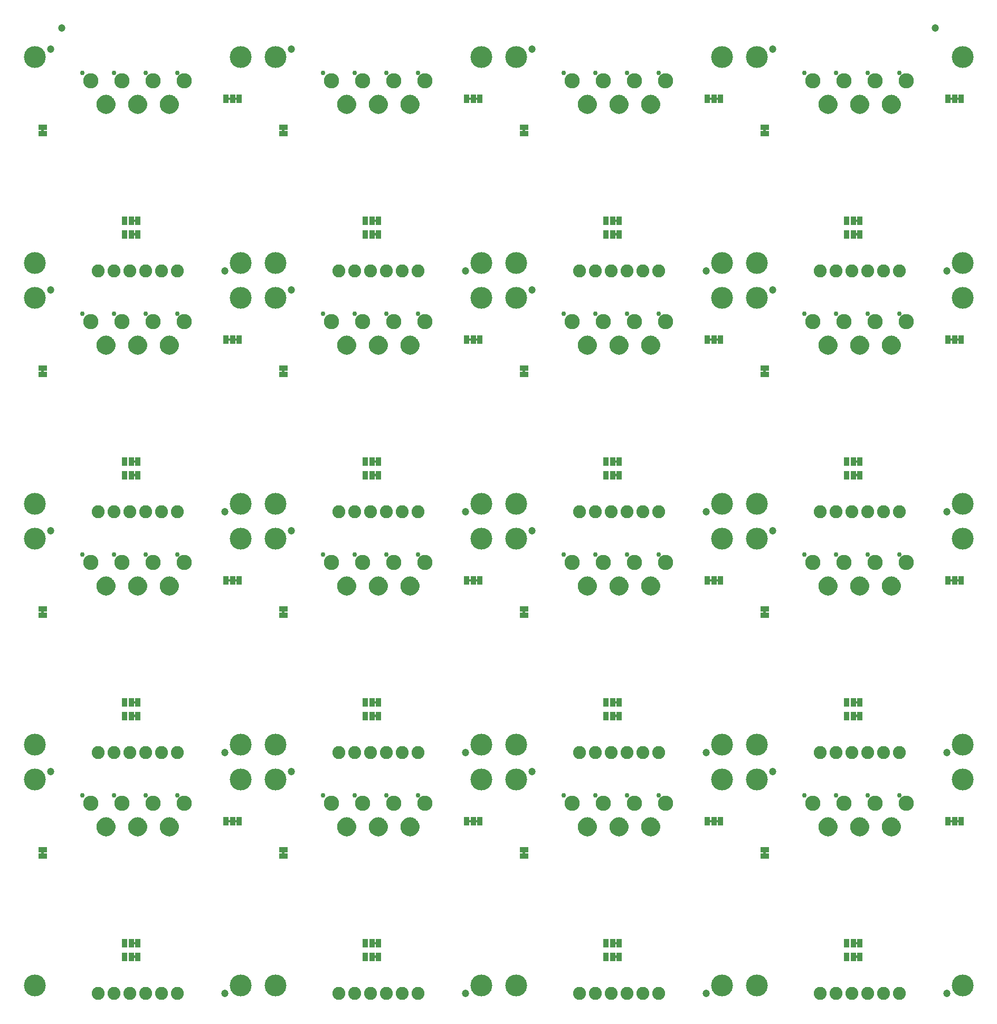
<source format=gbs>
G04 EAGLE Gerber RS-274X export*
G75*
%MOMM*%
%FSLAX34Y34*%
%LPD*%
%INSoldermask Bottom*%
%IPPOS*%
%AMOC8*
5,1,8,0,0,1.08239X$1,22.5*%
G01*
%ADD10C,3.505200*%
%ADD11C,2.082800*%
%ADD12R,0.863600X1.473200*%
%ADD13C,1.203200*%
%ADD14C,2.453200*%
%ADD15R,1.473200X0.863600*%
%ADD16C,0.762000*%

G36*
X1351310Y1422558D02*
X1351310Y1422558D01*
X1351413Y1422582D01*
X1351484Y1422589D01*
X1353889Y1423234D01*
X1353987Y1423275D01*
X1354056Y1423294D01*
X1356313Y1424347D01*
X1356401Y1424404D01*
X1356466Y1424435D01*
X1358506Y1425863D01*
X1358584Y1425936D01*
X1358642Y1425977D01*
X1360403Y1427738D01*
X1360412Y1427750D01*
X1360415Y1427753D01*
X1360426Y1427769D01*
X1360466Y1427823D01*
X1360517Y1427874D01*
X1361945Y1429914D01*
X1361987Y1429996D01*
X1362003Y1430020D01*
X1362004Y1430025D01*
X1362033Y1430067D01*
X1363086Y1432324D01*
X1363117Y1432426D01*
X1363147Y1432491D01*
X1363791Y1434896D01*
X1363804Y1435001D01*
X1363822Y1435071D01*
X1364039Y1437552D01*
X1364033Y1437657D01*
X1364039Y1437729D01*
X1363822Y1440210D01*
X1363798Y1440313D01*
X1363791Y1440384D01*
X1363147Y1442789D01*
X1363105Y1442887D01*
X1363086Y1442956D01*
X1362033Y1445213D01*
X1361976Y1445301D01*
X1361945Y1445366D01*
X1360517Y1447406D01*
X1360444Y1447484D01*
X1360403Y1447542D01*
X1358642Y1449303D01*
X1358557Y1449366D01*
X1358506Y1449417D01*
X1358295Y1449564D01*
X1356466Y1450845D01*
X1356372Y1450893D01*
X1356313Y1450933D01*
X1354056Y1451986D01*
X1353954Y1452017D01*
X1353889Y1452047D01*
X1351484Y1452691D01*
X1351379Y1452704D01*
X1351310Y1452722D01*
X1348829Y1452939D01*
X1348723Y1452933D01*
X1348652Y1452939D01*
X1346171Y1452722D01*
X1346068Y1452698D01*
X1345996Y1452691D01*
X1343591Y1452047D01*
X1343493Y1452005D01*
X1343424Y1451986D01*
X1341167Y1450933D01*
X1341079Y1450876D01*
X1341014Y1450845D01*
X1338974Y1449417D01*
X1338896Y1449344D01*
X1338838Y1449303D01*
X1337077Y1447542D01*
X1337014Y1447457D01*
X1336963Y1447406D01*
X1335535Y1445366D01*
X1335487Y1445272D01*
X1335447Y1445213D01*
X1334394Y1442956D01*
X1334363Y1442854D01*
X1334334Y1442789D01*
X1333689Y1440384D01*
X1333676Y1440279D01*
X1333658Y1440210D01*
X1333441Y1437729D01*
X1333447Y1437623D01*
X1333441Y1437552D01*
X1333658Y1435071D01*
X1333682Y1434968D01*
X1333689Y1434896D01*
X1334334Y1432491D01*
X1334375Y1432393D01*
X1334394Y1432324D01*
X1335447Y1430067D01*
X1335504Y1429979D01*
X1335535Y1429914D01*
X1336963Y1427874D01*
X1337017Y1427817D01*
X1337031Y1427793D01*
X1337053Y1427772D01*
X1337077Y1427738D01*
X1338838Y1425977D01*
X1338923Y1425914D01*
X1338974Y1425863D01*
X1341014Y1424435D01*
X1341108Y1424387D01*
X1341167Y1424347D01*
X1343424Y1423294D01*
X1343526Y1423263D01*
X1343591Y1423234D01*
X1345996Y1422589D01*
X1346101Y1422576D01*
X1346171Y1422558D01*
X1348652Y1422341D01*
X1348757Y1422347D01*
X1348829Y1422341D01*
X1351310Y1422558D01*
G37*
G36*
X193070Y1422558D02*
X193070Y1422558D01*
X193173Y1422582D01*
X193244Y1422589D01*
X195649Y1423234D01*
X195747Y1423275D01*
X195816Y1423294D01*
X198073Y1424347D01*
X198161Y1424404D01*
X198226Y1424435D01*
X200266Y1425863D01*
X200344Y1425936D01*
X200402Y1425977D01*
X202163Y1427738D01*
X202172Y1427750D01*
X202175Y1427753D01*
X202186Y1427769D01*
X202226Y1427823D01*
X202277Y1427874D01*
X203705Y1429914D01*
X203747Y1429996D01*
X203763Y1430020D01*
X203764Y1430025D01*
X203793Y1430067D01*
X204846Y1432324D01*
X204877Y1432426D01*
X204907Y1432491D01*
X205551Y1434896D01*
X205564Y1435001D01*
X205582Y1435071D01*
X205799Y1437552D01*
X205793Y1437657D01*
X205799Y1437729D01*
X205582Y1440210D01*
X205558Y1440313D01*
X205551Y1440384D01*
X204907Y1442789D01*
X204865Y1442887D01*
X204846Y1442956D01*
X203793Y1445213D01*
X203736Y1445301D01*
X203705Y1445366D01*
X202277Y1447406D01*
X202204Y1447484D01*
X202163Y1447542D01*
X200402Y1449303D01*
X200317Y1449366D01*
X200266Y1449417D01*
X200055Y1449564D01*
X198226Y1450845D01*
X198132Y1450893D01*
X198073Y1450933D01*
X195816Y1451986D01*
X195714Y1452017D01*
X195649Y1452047D01*
X193244Y1452691D01*
X193139Y1452704D01*
X193070Y1452722D01*
X190589Y1452939D01*
X190483Y1452933D01*
X190412Y1452939D01*
X187931Y1452722D01*
X187828Y1452698D01*
X187756Y1452691D01*
X185351Y1452047D01*
X185253Y1452005D01*
X185184Y1451986D01*
X182927Y1450933D01*
X182839Y1450876D01*
X182774Y1450845D01*
X180734Y1449417D01*
X180656Y1449344D01*
X180598Y1449303D01*
X178837Y1447542D01*
X178774Y1447457D01*
X178723Y1447406D01*
X177295Y1445366D01*
X177247Y1445272D01*
X177207Y1445213D01*
X176154Y1442956D01*
X176123Y1442854D01*
X176094Y1442789D01*
X175449Y1440384D01*
X175436Y1440279D01*
X175418Y1440210D01*
X175201Y1437729D01*
X175207Y1437623D01*
X175201Y1437552D01*
X175418Y1435071D01*
X175442Y1434968D01*
X175449Y1434896D01*
X176094Y1432491D01*
X176135Y1432393D01*
X176154Y1432324D01*
X177207Y1430067D01*
X177264Y1429979D01*
X177295Y1429914D01*
X178723Y1427874D01*
X178777Y1427817D01*
X178791Y1427793D01*
X178813Y1427772D01*
X178837Y1427738D01*
X180598Y1425977D01*
X180683Y1425914D01*
X180734Y1425863D01*
X182774Y1424435D01*
X182868Y1424387D01*
X182927Y1424347D01*
X185184Y1423294D01*
X185286Y1423263D01*
X185351Y1423234D01*
X187756Y1422589D01*
X187861Y1422576D01*
X187931Y1422558D01*
X190412Y1422341D01*
X190517Y1422347D01*
X190589Y1422341D01*
X193070Y1422558D01*
G37*
G36*
X579150Y1422558D02*
X579150Y1422558D01*
X579253Y1422582D01*
X579324Y1422589D01*
X581729Y1423234D01*
X581827Y1423275D01*
X581896Y1423294D01*
X584153Y1424347D01*
X584241Y1424404D01*
X584306Y1424435D01*
X586346Y1425863D01*
X586424Y1425936D01*
X586482Y1425977D01*
X588243Y1427738D01*
X588252Y1427750D01*
X588255Y1427753D01*
X588266Y1427769D01*
X588306Y1427823D01*
X588357Y1427874D01*
X589785Y1429914D01*
X589827Y1429996D01*
X589843Y1430020D01*
X589844Y1430025D01*
X589873Y1430067D01*
X590926Y1432324D01*
X590957Y1432426D01*
X590987Y1432491D01*
X591631Y1434896D01*
X591644Y1435001D01*
X591662Y1435071D01*
X591879Y1437552D01*
X591873Y1437657D01*
X591879Y1437729D01*
X591662Y1440210D01*
X591638Y1440313D01*
X591631Y1440384D01*
X590987Y1442789D01*
X590945Y1442887D01*
X590926Y1442956D01*
X589873Y1445213D01*
X589816Y1445301D01*
X589785Y1445366D01*
X588357Y1447406D01*
X588284Y1447484D01*
X588243Y1447542D01*
X586482Y1449303D01*
X586397Y1449366D01*
X586346Y1449417D01*
X586135Y1449564D01*
X584306Y1450845D01*
X584212Y1450893D01*
X584153Y1450933D01*
X581896Y1451986D01*
X581794Y1452017D01*
X581729Y1452047D01*
X579324Y1452691D01*
X579219Y1452704D01*
X579150Y1452722D01*
X576669Y1452939D01*
X576563Y1452933D01*
X576492Y1452939D01*
X574011Y1452722D01*
X573908Y1452698D01*
X573836Y1452691D01*
X571431Y1452047D01*
X571333Y1452005D01*
X571264Y1451986D01*
X569007Y1450933D01*
X568919Y1450876D01*
X568854Y1450845D01*
X566814Y1449417D01*
X566736Y1449344D01*
X566678Y1449303D01*
X564917Y1447542D01*
X564854Y1447457D01*
X564803Y1447406D01*
X563375Y1445366D01*
X563327Y1445272D01*
X563287Y1445213D01*
X562234Y1442956D01*
X562203Y1442854D01*
X562174Y1442789D01*
X561529Y1440384D01*
X561516Y1440279D01*
X561498Y1440210D01*
X561281Y1437729D01*
X561287Y1437623D01*
X561281Y1437552D01*
X561498Y1435071D01*
X561522Y1434968D01*
X561529Y1434896D01*
X562174Y1432491D01*
X562215Y1432393D01*
X562234Y1432324D01*
X563287Y1430067D01*
X563344Y1429979D01*
X563375Y1429914D01*
X564803Y1427874D01*
X564857Y1427817D01*
X564871Y1427793D01*
X564893Y1427772D01*
X564917Y1427738D01*
X566678Y1425977D01*
X566763Y1425914D01*
X566814Y1425863D01*
X568854Y1424435D01*
X568948Y1424387D01*
X569007Y1424347D01*
X571264Y1423294D01*
X571366Y1423263D01*
X571431Y1423234D01*
X573836Y1422589D01*
X573941Y1422576D01*
X574011Y1422558D01*
X576492Y1422341D01*
X576597Y1422347D01*
X576669Y1422341D01*
X579150Y1422558D01*
G37*
G36*
X629950Y1422558D02*
X629950Y1422558D01*
X630053Y1422582D01*
X630124Y1422589D01*
X632529Y1423234D01*
X632627Y1423275D01*
X632696Y1423294D01*
X634953Y1424347D01*
X635041Y1424404D01*
X635106Y1424435D01*
X637146Y1425863D01*
X637224Y1425936D01*
X637282Y1425977D01*
X639043Y1427738D01*
X639052Y1427750D01*
X639055Y1427753D01*
X639066Y1427769D01*
X639106Y1427823D01*
X639157Y1427874D01*
X640585Y1429914D01*
X640627Y1429996D01*
X640643Y1430020D01*
X640644Y1430025D01*
X640673Y1430067D01*
X641726Y1432324D01*
X641757Y1432426D01*
X641787Y1432491D01*
X642431Y1434896D01*
X642444Y1435001D01*
X642462Y1435071D01*
X642679Y1437552D01*
X642673Y1437657D01*
X642679Y1437729D01*
X642462Y1440210D01*
X642438Y1440313D01*
X642431Y1440384D01*
X641787Y1442789D01*
X641745Y1442887D01*
X641726Y1442956D01*
X640673Y1445213D01*
X640616Y1445301D01*
X640585Y1445366D01*
X639157Y1447406D01*
X639084Y1447484D01*
X639043Y1447542D01*
X637282Y1449303D01*
X637197Y1449366D01*
X637146Y1449417D01*
X636935Y1449564D01*
X635106Y1450845D01*
X635012Y1450893D01*
X634953Y1450933D01*
X632696Y1451986D01*
X632594Y1452017D01*
X632529Y1452047D01*
X630124Y1452691D01*
X630019Y1452704D01*
X629950Y1452722D01*
X627469Y1452939D01*
X627363Y1452933D01*
X627292Y1452939D01*
X624811Y1452722D01*
X624708Y1452698D01*
X624636Y1452691D01*
X622231Y1452047D01*
X622133Y1452005D01*
X622064Y1451986D01*
X619807Y1450933D01*
X619719Y1450876D01*
X619654Y1450845D01*
X617614Y1449417D01*
X617536Y1449344D01*
X617478Y1449303D01*
X615717Y1447542D01*
X615654Y1447457D01*
X615603Y1447406D01*
X614175Y1445366D01*
X614127Y1445272D01*
X614087Y1445213D01*
X613034Y1442956D01*
X613003Y1442854D01*
X612974Y1442789D01*
X612329Y1440384D01*
X612316Y1440279D01*
X612298Y1440210D01*
X612081Y1437729D01*
X612087Y1437623D01*
X612081Y1437552D01*
X612298Y1435071D01*
X612322Y1434968D01*
X612329Y1434896D01*
X612974Y1432491D01*
X613015Y1432393D01*
X613034Y1432324D01*
X614087Y1430067D01*
X614144Y1429979D01*
X614175Y1429914D01*
X615603Y1427874D01*
X615657Y1427817D01*
X615671Y1427793D01*
X615693Y1427772D01*
X615717Y1427738D01*
X617478Y1425977D01*
X617563Y1425914D01*
X617614Y1425863D01*
X619654Y1424435D01*
X619748Y1424387D01*
X619807Y1424347D01*
X622064Y1423294D01*
X622166Y1423263D01*
X622231Y1423234D01*
X624636Y1422589D01*
X624741Y1422576D01*
X624811Y1422558D01*
X627292Y1422341D01*
X627397Y1422347D01*
X627469Y1422341D01*
X629950Y1422558D01*
G37*
G36*
X1016030Y1422558D02*
X1016030Y1422558D01*
X1016133Y1422582D01*
X1016204Y1422589D01*
X1018609Y1423234D01*
X1018707Y1423275D01*
X1018776Y1423294D01*
X1021033Y1424347D01*
X1021121Y1424404D01*
X1021186Y1424435D01*
X1023226Y1425863D01*
X1023304Y1425936D01*
X1023362Y1425977D01*
X1025123Y1427738D01*
X1025132Y1427750D01*
X1025135Y1427753D01*
X1025146Y1427769D01*
X1025186Y1427823D01*
X1025237Y1427874D01*
X1026665Y1429914D01*
X1026707Y1429996D01*
X1026723Y1430020D01*
X1026724Y1430025D01*
X1026753Y1430067D01*
X1027806Y1432324D01*
X1027837Y1432426D01*
X1027867Y1432491D01*
X1028511Y1434896D01*
X1028524Y1435001D01*
X1028542Y1435071D01*
X1028759Y1437552D01*
X1028753Y1437657D01*
X1028759Y1437729D01*
X1028542Y1440210D01*
X1028518Y1440313D01*
X1028511Y1440384D01*
X1027867Y1442789D01*
X1027825Y1442887D01*
X1027806Y1442956D01*
X1026753Y1445213D01*
X1026696Y1445301D01*
X1026665Y1445366D01*
X1025237Y1447406D01*
X1025164Y1447484D01*
X1025123Y1447542D01*
X1023362Y1449303D01*
X1023277Y1449366D01*
X1023226Y1449417D01*
X1023015Y1449564D01*
X1021186Y1450845D01*
X1021092Y1450893D01*
X1021033Y1450933D01*
X1018776Y1451986D01*
X1018674Y1452017D01*
X1018609Y1452047D01*
X1016204Y1452691D01*
X1016099Y1452704D01*
X1016030Y1452722D01*
X1013549Y1452939D01*
X1013443Y1452933D01*
X1013372Y1452939D01*
X1010891Y1452722D01*
X1010788Y1452698D01*
X1010716Y1452691D01*
X1008311Y1452047D01*
X1008213Y1452005D01*
X1008144Y1451986D01*
X1005887Y1450933D01*
X1005799Y1450876D01*
X1005734Y1450845D01*
X1003694Y1449417D01*
X1003616Y1449344D01*
X1003558Y1449303D01*
X1001797Y1447542D01*
X1001734Y1447457D01*
X1001683Y1447406D01*
X1000255Y1445366D01*
X1000207Y1445272D01*
X1000167Y1445213D01*
X999114Y1442956D01*
X999083Y1442854D01*
X999054Y1442789D01*
X998409Y1440384D01*
X998396Y1440279D01*
X998378Y1440210D01*
X998161Y1437729D01*
X998167Y1437623D01*
X998161Y1437552D01*
X998378Y1435071D01*
X998402Y1434968D01*
X998409Y1434896D01*
X999054Y1432491D01*
X999095Y1432393D01*
X999114Y1432324D01*
X1000167Y1430067D01*
X1000224Y1429979D01*
X1000255Y1429914D01*
X1001683Y1427874D01*
X1001737Y1427817D01*
X1001751Y1427793D01*
X1001773Y1427772D01*
X1001797Y1427738D01*
X1003558Y1425977D01*
X1003643Y1425914D01*
X1003694Y1425863D01*
X1005734Y1424435D01*
X1005828Y1424387D01*
X1005887Y1424347D01*
X1008144Y1423294D01*
X1008246Y1423263D01*
X1008311Y1423234D01*
X1010716Y1422589D01*
X1010821Y1422576D01*
X1010891Y1422558D01*
X1013372Y1422341D01*
X1013477Y1422347D01*
X1013549Y1422341D01*
X1016030Y1422558D01*
G37*
G36*
X142270Y1422558D02*
X142270Y1422558D01*
X142373Y1422582D01*
X142444Y1422589D01*
X144849Y1423234D01*
X144947Y1423275D01*
X145016Y1423294D01*
X147273Y1424347D01*
X147361Y1424404D01*
X147426Y1424435D01*
X149466Y1425863D01*
X149544Y1425936D01*
X149602Y1425977D01*
X151363Y1427738D01*
X151372Y1427750D01*
X151375Y1427753D01*
X151386Y1427769D01*
X151426Y1427823D01*
X151477Y1427874D01*
X152905Y1429914D01*
X152947Y1429996D01*
X152963Y1430020D01*
X152964Y1430025D01*
X152993Y1430067D01*
X154046Y1432324D01*
X154077Y1432426D01*
X154107Y1432491D01*
X154751Y1434896D01*
X154764Y1435001D01*
X154782Y1435071D01*
X154999Y1437552D01*
X154993Y1437657D01*
X154999Y1437729D01*
X154782Y1440210D01*
X154758Y1440313D01*
X154751Y1440384D01*
X154107Y1442789D01*
X154065Y1442887D01*
X154046Y1442956D01*
X152993Y1445213D01*
X152936Y1445301D01*
X152905Y1445366D01*
X151477Y1447406D01*
X151404Y1447484D01*
X151363Y1447542D01*
X149602Y1449303D01*
X149517Y1449366D01*
X149466Y1449417D01*
X149255Y1449564D01*
X147426Y1450845D01*
X147332Y1450893D01*
X147273Y1450933D01*
X145016Y1451986D01*
X144914Y1452017D01*
X144849Y1452047D01*
X142444Y1452691D01*
X142339Y1452704D01*
X142270Y1452722D01*
X139789Y1452939D01*
X139683Y1452933D01*
X139612Y1452939D01*
X137131Y1452722D01*
X137028Y1452698D01*
X136956Y1452691D01*
X134551Y1452047D01*
X134453Y1452005D01*
X134384Y1451986D01*
X132127Y1450933D01*
X132039Y1450876D01*
X131974Y1450845D01*
X129934Y1449417D01*
X129856Y1449344D01*
X129798Y1449303D01*
X128037Y1447542D01*
X127974Y1447457D01*
X127923Y1447406D01*
X126495Y1445366D01*
X126447Y1445272D01*
X126407Y1445213D01*
X125354Y1442956D01*
X125323Y1442854D01*
X125294Y1442789D01*
X124649Y1440384D01*
X124636Y1440279D01*
X124618Y1440210D01*
X124401Y1437729D01*
X124407Y1437623D01*
X124401Y1437552D01*
X124618Y1435071D01*
X124642Y1434968D01*
X124649Y1434896D01*
X125294Y1432491D01*
X125335Y1432393D01*
X125354Y1432324D01*
X126407Y1430067D01*
X126464Y1429979D01*
X126495Y1429914D01*
X127923Y1427874D01*
X127977Y1427817D01*
X127991Y1427793D01*
X128013Y1427772D01*
X128037Y1427738D01*
X129798Y1425977D01*
X129883Y1425914D01*
X129934Y1425863D01*
X131974Y1424435D01*
X132068Y1424387D01*
X132127Y1424347D01*
X134384Y1423294D01*
X134486Y1423263D01*
X134551Y1423234D01*
X136956Y1422589D01*
X137061Y1422576D01*
X137131Y1422558D01*
X139612Y1422341D01*
X139717Y1422347D01*
X139789Y1422341D01*
X142270Y1422558D01*
G37*
G36*
X914430Y1422558D02*
X914430Y1422558D01*
X914533Y1422582D01*
X914604Y1422589D01*
X917009Y1423234D01*
X917107Y1423275D01*
X917176Y1423294D01*
X919433Y1424347D01*
X919521Y1424404D01*
X919586Y1424435D01*
X921626Y1425863D01*
X921704Y1425936D01*
X921762Y1425977D01*
X923523Y1427738D01*
X923532Y1427750D01*
X923535Y1427753D01*
X923546Y1427769D01*
X923586Y1427823D01*
X923637Y1427874D01*
X925065Y1429914D01*
X925107Y1429996D01*
X925123Y1430020D01*
X925124Y1430025D01*
X925153Y1430067D01*
X926206Y1432324D01*
X926237Y1432426D01*
X926267Y1432491D01*
X926911Y1434896D01*
X926924Y1435001D01*
X926942Y1435071D01*
X927159Y1437552D01*
X927153Y1437657D01*
X927159Y1437729D01*
X926942Y1440210D01*
X926918Y1440313D01*
X926911Y1440384D01*
X926267Y1442789D01*
X926225Y1442887D01*
X926206Y1442956D01*
X925153Y1445213D01*
X925096Y1445301D01*
X925065Y1445366D01*
X923637Y1447406D01*
X923564Y1447484D01*
X923523Y1447542D01*
X921762Y1449303D01*
X921677Y1449366D01*
X921626Y1449417D01*
X921415Y1449564D01*
X919586Y1450845D01*
X919492Y1450893D01*
X919433Y1450933D01*
X917176Y1451986D01*
X917074Y1452017D01*
X917009Y1452047D01*
X914604Y1452691D01*
X914499Y1452704D01*
X914430Y1452722D01*
X911949Y1452939D01*
X911843Y1452933D01*
X911772Y1452939D01*
X909291Y1452722D01*
X909188Y1452698D01*
X909116Y1452691D01*
X906711Y1452047D01*
X906613Y1452005D01*
X906544Y1451986D01*
X904287Y1450933D01*
X904199Y1450876D01*
X904134Y1450845D01*
X902094Y1449417D01*
X902016Y1449344D01*
X901958Y1449303D01*
X900197Y1447542D01*
X900134Y1447457D01*
X900083Y1447406D01*
X898655Y1445366D01*
X898607Y1445272D01*
X898567Y1445213D01*
X897514Y1442956D01*
X897483Y1442854D01*
X897454Y1442789D01*
X896809Y1440384D01*
X896796Y1440279D01*
X896778Y1440210D01*
X896561Y1437729D01*
X896567Y1437623D01*
X896561Y1437552D01*
X896778Y1435071D01*
X896802Y1434968D01*
X896809Y1434896D01*
X897454Y1432491D01*
X897495Y1432393D01*
X897514Y1432324D01*
X898567Y1430067D01*
X898624Y1429979D01*
X898655Y1429914D01*
X900083Y1427874D01*
X900137Y1427817D01*
X900151Y1427793D01*
X900173Y1427772D01*
X900197Y1427738D01*
X901958Y1425977D01*
X902043Y1425914D01*
X902094Y1425863D01*
X904134Y1424435D01*
X904228Y1424387D01*
X904287Y1424347D01*
X906544Y1423294D01*
X906646Y1423263D01*
X906711Y1423234D01*
X909116Y1422589D01*
X909221Y1422576D01*
X909291Y1422558D01*
X911772Y1422341D01*
X911877Y1422347D01*
X911949Y1422341D01*
X914430Y1422558D01*
G37*
G36*
X1300510Y1422558D02*
X1300510Y1422558D01*
X1300613Y1422582D01*
X1300684Y1422589D01*
X1303089Y1423234D01*
X1303187Y1423275D01*
X1303256Y1423294D01*
X1305513Y1424347D01*
X1305601Y1424404D01*
X1305666Y1424435D01*
X1307706Y1425863D01*
X1307784Y1425936D01*
X1307842Y1425977D01*
X1309603Y1427738D01*
X1309612Y1427750D01*
X1309615Y1427753D01*
X1309626Y1427769D01*
X1309666Y1427823D01*
X1309717Y1427874D01*
X1311145Y1429914D01*
X1311187Y1429996D01*
X1311203Y1430020D01*
X1311204Y1430025D01*
X1311233Y1430067D01*
X1312286Y1432324D01*
X1312317Y1432426D01*
X1312347Y1432491D01*
X1312991Y1434896D01*
X1313004Y1435001D01*
X1313022Y1435071D01*
X1313239Y1437552D01*
X1313233Y1437657D01*
X1313239Y1437729D01*
X1313022Y1440210D01*
X1312998Y1440313D01*
X1312991Y1440384D01*
X1312347Y1442789D01*
X1312305Y1442887D01*
X1312286Y1442956D01*
X1311233Y1445213D01*
X1311176Y1445301D01*
X1311145Y1445366D01*
X1309717Y1447406D01*
X1309644Y1447484D01*
X1309603Y1447542D01*
X1307842Y1449303D01*
X1307757Y1449366D01*
X1307706Y1449417D01*
X1307495Y1449564D01*
X1305666Y1450845D01*
X1305572Y1450893D01*
X1305513Y1450933D01*
X1303256Y1451986D01*
X1303154Y1452017D01*
X1303089Y1452047D01*
X1300684Y1452691D01*
X1300579Y1452704D01*
X1300510Y1452722D01*
X1298029Y1452939D01*
X1297923Y1452933D01*
X1297852Y1452939D01*
X1295371Y1452722D01*
X1295268Y1452698D01*
X1295196Y1452691D01*
X1292791Y1452047D01*
X1292693Y1452005D01*
X1292624Y1451986D01*
X1290367Y1450933D01*
X1290279Y1450876D01*
X1290214Y1450845D01*
X1288174Y1449417D01*
X1288096Y1449344D01*
X1288038Y1449303D01*
X1286277Y1447542D01*
X1286214Y1447457D01*
X1286163Y1447406D01*
X1284735Y1445366D01*
X1284687Y1445272D01*
X1284647Y1445213D01*
X1283594Y1442956D01*
X1283563Y1442854D01*
X1283534Y1442789D01*
X1282889Y1440384D01*
X1282876Y1440279D01*
X1282858Y1440210D01*
X1282641Y1437729D01*
X1282647Y1437623D01*
X1282641Y1437552D01*
X1282858Y1435071D01*
X1282882Y1434968D01*
X1282889Y1434896D01*
X1283534Y1432491D01*
X1283575Y1432393D01*
X1283594Y1432324D01*
X1284647Y1430067D01*
X1284704Y1429979D01*
X1284735Y1429914D01*
X1286163Y1427874D01*
X1286217Y1427817D01*
X1286231Y1427793D01*
X1286253Y1427772D01*
X1286277Y1427738D01*
X1288038Y1425977D01*
X1288123Y1425914D01*
X1288174Y1425863D01*
X1290214Y1424435D01*
X1290308Y1424387D01*
X1290367Y1424347D01*
X1292624Y1423294D01*
X1292726Y1423263D01*
X1292791Y1423234D01*
X1295196Y1422589D01*
X1295301Y1422576D01*
X1295371Y1422558D01*
X1297852Y1422341D01*
X1297957Y1422347D01*
X1298029Y1422341D01*
X1300510Y1422558D01*
G37*
G36*
X528350Y1422558D02*
X528350Y1422558D01*
X528453Y1422582D01*
X528524Y1422589D01*
X530929Y1423234D01*
X531027Y1423275D01*
X531096Y1423294D01*
X533353Y1424347D01*
X533441Y1424404D01*
X533506Y1424435D01*
X535546Y1425863D01*
X535624Y1425936D01*
X535682Y1425977D01*
X537443Y1427738D01*
X537452Y1427750D01*
X537455Y1427753D01*
X537466Y1427769D01*
X537506Y1427823D01*
X537557Y1427874D01*
X538985Y1429914D01*
X539027Y1429996D01*
X539043Y1430020D01*
X539044Y1430025D01*
X539073Y1430067D01*
X540126Y1432324D01*
X540157Y1432426D01*
X540187Y1432491D01*
X540831Y1434896D01*
X540844Y1435001D01*
X540862Y1435071D01*
X541079Y1437552D01*
X541073Y1437657D01*
X541079Y1437729D01*
X540862Y1440210D01*
X540838Y1440313D01*
X540831Y1440384D01*
X540187Y1442789D01*
X540145Y1442887D01*
X540126Y1442956D01*
X539073Y1445213D01*
X539016Y1445301D01*
X538985Y1445366D01*
X537557Y1447406D01*
X537484Y1447484D01*
X537443Y1447542D01*
X535682Y1449303D01*
X535597Y1449366D01*
X535546Y1449417D01*
X535335Y1449564D01*
X533506Y1450845D01*
X533412Y1450893D01*
X533353Y1450933D01*
X531096Y1451986D01*
X530994Y1452017D01*
X530929Y1452047D01*
X528524Y1452691D01*
X528419Y1452704D01*
X528350Y1452722D01*
X525869Y1452939D01*
X525763Y1452933D01*
X525692Y1452939D01*
X523211Y1452722D01*
X523108Y1452698D01*
X523036Y1452691D01*
X520631Y1452047D01*
X520533Y1452005D01*
X520464Y1451986D01*
X518207Y1450933D01*
X518119Y1450876D01*
X518054Y1450845D01*
X516014Y1449417D01*
X515936Y1449344D01*
X515878Y1449303D01*
X514117Y1447542D01*
X514054Y1447457D01*
X514003Y1447406D01*
X512575Y1445366D01*
X512527Y1445272D01*
X512487Y1445213D01*
X511434Y1442956D01*
X511403Y1442854D01*
X511374Y1442789D01*
X510729Y1440384D01*
X510716Y1440279D01*
X510698Y1440210D01*
X510481Y1437729D01*
X510487Y1437623D01*
X510481Y1437552D01*
X510698Y1435071D01*
X510722Y1434968D01*
X510729Y1434896D01*
X511374Y1432491D01*
X511415Y1432393D01*
X511434Y1432324D01*
X512487Y1430067D01*
X512544Y1429979D01*
X512575Y1429914D01*
X514003Y1427874D01*
X514057Y1427817D01*
X514071Y1427793D01*
X514093Y1427772D01*
X514117Y1427738D01*
X515878Y1425977D01*
X515963Y1425914D01*
X516014Y1425863D01*
X518054Y1424435D01*
X518148Y1424387D01*
X518207Y1424347D01*
X520464Y1423294D01*
X520566Y1423263D01*
X520631Y1423234D01*
X523036Y1422589D01*
X523141Y1422576D01*
X523211Y1422558D01*
X525692Y1422341D01*
X525797Y1422347D01*
X525869Y1422341D01*
X528350Y1422558D01*
G37*
G36*
X1402110Y1422558D02*
X1402110Y1422558D01*
X1402213Y1422582D01*
X1402284Y1422589D01*
X1404689Y1423234D01*
X1404787Y1423275D01*
X1404856Y1423294D01*
X1407113Y1424347D01*
X1407201Y1424404D01*
X1407266Y1424435D01*
X1409306Y1425863D01*
X1409384Y1425936D01*
X1409442Y1425977D01*
X1411203Y1427738D01*
X1411212Y1427750D01*
X1411215Y1427753D01*
X1411226Y1427769D01*
X1411266Y1427823D01*
X1411317Y1427874D01*
X1412745Y1429914D01*
X1412787Y1429996D01*
X1412803Y1430020D01*
X1412804Y1430025D01*
X1412833Y1430067D01*
X1413886Y1432324D01*
X1413917Y1432426D01*
X1413947Y1432491D01*
X1414591Y1434896D01*
X1414604Y1435001D01*
X1414622Y1435071D01*
X1414839Y1437552D01*
X1414833Y1437657D01*
X1414839Y1437729D01*
X1414622Y1440210D01*
X1414598Y1440313D01*
X1414591Y1440384D01*
X1413947Y1442789D01*
X1413905Y1442887D01*
X1413886Y1442956D01*
X1412833Y1445213D01*
X1412776Y1445301D01*
X1412745Y1445366D01*
X1411317Y1447406D01*
X1411244Y1447484D01*
X1411203Y1447542D01*
X1409442Y1449303D01*
X1409357Y1449366D01*
X1409306Y1449417D01*
X1409095Y1449564D01*
X1407266Y1450845D01*
X1407172Y1450893D01*
X1407113Y1450933D01*
X1404856Y1451986D01*
X1404754Y1452017D01*
X1404689Y1452047D01*
X1402284Y1452691D01*
X1402179Y1452704D01*
X1402110Y1452722D01*
X1399629Y1452939D01*
X1399523Y1452933D01*
X1399452Y1452939D01*
X1396971Y1452722D01*
X1396868Y1452698D01*
X1396796Y1452691D01*
X1394391Y1452047D01*
X1394293Y1452005D01*
X1394224Y1451986D01*
X1391967Y1450933D01*
X1391879Y1450876D01*
X1391814Y1450845D01*
X1389774Y1449417D01*
X1389696Y1449344D01*
X1389638Y1449303D01*
X1387877Y1447542D01*
X1387814Y1447457D01*
X1387763Y1447406D01*
X1386335Y1445366D01*
X1386287Y1445272D01*
X1386247Y1445213D01*
X1385194Y1442956D01*
X1385163Y1442854D01*
X1385134Y1442789D01*
X1384489Y1440384D01*
X1384476Y1440279D01*
X1384458Y1440210D01*
X1384241Y1437729D01*
X1384247Y1437623D01*
X1384241Y1437552D01*
X1384458Y1435071D01*
X1384482Y1434968D01*
X1384489Y1434896D01*
X1385134Y1432491D01*
X1385175Y1432393D01*
X1385194Y1432324D01*
X1386247Y1430067D01*
X1386304Y1429979D01*
X1386335Y1429914D01*
X1387763Y1427874D01*
X1387817Y1427817D01*
X1387831Y1427793D01*
X1387853Y1427772D01*
X1387877Y1427738D01*
X1389638Y1425977D01*
X1389723Y1425914D01*
X1389774Y1425863D01*
X1391814Y1424435D01*
X1391908Y1424387D01*
X1391967Y1424347D01*
X1394224Y1423294D01*
X1394326Y1423263D01*
X1394391Y1423234D01*
X1396796Y1422589D01*
X1396901Y1422576D01*
X1396971Y1422558D01*
X1399452Y1422341D01*
X1399557Y1422347D01*
X1399629Y1422341D01*
X1402110Y1422558D01*
G37*
G36*
X965230Y1422558D02*
X965230Y1422558D01*
X965333Y1422582D01*
X965404Y1422589D01*
X967809Y1423234D01*
X967907Y1423275D01*
X967976Y1423294D01*
X970233Y1424347D01*
X970321Y1424404D01*
X970386Y1424435D01*
X972426Y1425863D01*
X972504Y1425936D01*
X972562Y1425977D01*
X974323Y1427738D01*
X974332Y1427750D01*
X974335Y1427753D01*
X974346Y1427769D01*
X974386Y1427823D01*
X974437Y1427874D01*
X975865Y1429914D01*
X975907Y1429996D01*
X975923Y1430020D01*
X975924Y1430025D01*
X975953Y1430067D01*
X977006Y1432324D01*
X977037Y1432426D01*
X977067Y1432491D01*
X977711Y1434896D01*
X977724Y1435001D01*
X977742Y1435071D01*
X977959Y1437552D01*
X977953Y1437657D01*
X977959Y1437729D01*
X977742Y1440210D01*
X977718Y1440313D01*
X977711Y1440384D01*
X977067Y1442789D01*
X977025Y1442887D01*
X977006Y1442956D01*
X975953Y1445213D01*
X975896Y1445301D01*
X975865Y1445366D01*
X974437Y1447406D01*
X974364Y1447484D01*
X974323Y1447542D01*
X972562Y1449303D01*
X972477Y1449366D01*
X972426Y1449417D01*
X972215Y1449564D01*
X970386Y1450845D01*
X970292Y1450893D01*
X970233Y1450933D01*
X967976Y1451986D01*
X967874Y1452017D01*
X967809Y1452047D01*
X965404Y1452691D01*
X965299Y1452704D01*
X965230Y1452722D01*
X962749Y1452939D01*
X962643Y1452933D01*
X962572Y1452939D01*
X960091Y1452722D01*
X959988Y1452698D01*
X959916Y1452691D01*
X957511Y1452047D01*
X957413Y1452005D01*
X957344Y1451986D01*
X955087Y1450933D01*
X954999Y1450876D01*
X954934Y1450845D01*
X952894Y1449417D01*
X952816Y1449344D01*
X952758Y1449303D01*
X950997Y1447542D01*
X950934Y1447457D01*
X950883Y1447406D01*
X949455Y1445366D01*
X949407Y1445272D01*
X949367Y1445213D01*
X948314Y1442956D01*
X948283Y1442854D01*
X948254Y1442789D01*
X947609Y1440384D01*
X947596Y1440279D01*
X947578Y1440210D01*
X947361Y1437729D01*
X947367Y1437623D01*
X947361Y1437552D01*
X947578Y1435071D01*
X947602Y1434968D01*
X947609Y1434896D01*
X948254Y1432491D01*
X948295Y1432393D01*
X948314Y1432324D01*
X949367Y1430067D01*
X949424Y1429979D01*
X949455Y1429914D01*
X950883Y1427874D01*
X950937Y1427817D01*
X950951Y1427793D01*
X950973Y1427772D01*
X950997Y1427738D01*
X952758Y1425977D01*
X952843Y1425914D01*
X952894Y1425863D01*
X954934Y1424435D01*
X955028Y1424387D01*
X955087Y1424347D01*
X957344Y1423294D01*
X957446Y1423263D01*
X957511Y1423234D01*
X959916Y1422589D01*
X960021Y1422576D01*
X960091Y1422558D01*
X962572Y1422341D01*
X962677Y1422347D01*
X962749Y1422341D01*
X965230Y1422558D01*
G37*
G36*
X243870Y1422558D02*
X243870Y1422558D01*
X243973Y1422582D01*
X244044Y1422589D01*
X246449Y1423234D01*
X246547Y1423275D01*
X246616Y1423294D01*
X248873Y1424347D01*
X248961Y1424404D01*
X249026Y1424435D01*
X251066Y1425863D01*
X251144Y1425936D01*
X251202Y1425977D01*
X252963Y1427738D01*
X252972Y1427750D01*
X252975Y1427753D01*
X252986Y1427769D01*
X253026Y1427823D01*
X253077Y1427874D01*
X254505Y1429914D01*
X254547Y1429996D01*
X254563Y1430020D01*
X254564Y1430025D01*
X254593Y1430067D01*
X255646Y1432324D01*
X255677Y1432426D01*
X255707Y1432491D01*
X256351Y1434896D01*
X256364Y1435001D01*
X256382Y1435071D01*
X256599Y1437552D01*
X256593Y1437657D01*
X256599Y1437729D01*
X256382Y1440210D01*
X256358Y1440313D01*
X256351Y1440384D01*
X255707Y1442789D01*
X255665Y1442887D01*
X255646Y1442956D01*
X254593Y1445213D01*
X254536Y1445301D01*
X254505Y1445366D01*
X253077Y1447406D01*
X253004Y1447484D01*
X252963Y1447542D01*
X251202Y1449303D01*
X251117Y1449366D01*
X251066Y1449417D01*
X250855Y1449564D01*
X249026Y1450845D01*
X248932Y1450893D01*
X248873Y1450933D01*
X246616Y1451986D01*
X246514Y1452017D01*
X246449Y1452047D01*
X244044Y1452691D01*
X243939Y1452704D01*
X243870Y1452722D01*
X241389Y1452939D01*
X241283Y1452933D01*
X241212Y1452939D01*
X238731Y1452722D01*
X238628Y1452698D01*
X238556Y1452691D01*
X236151Y1452047D01*
X236053Y1452005D01*
X235984Y1451986D01*
X233727Y1450933D01*
X233639Y1450876D01*
X233574Y1450845D01*
X231534Y1449417D01*
X231456Y1449344D01*
X231398Y1449303D01*
X229637Y1447542D01*
X229574Y1447457D01*
X229523Y1447406D01*
X228095Y1445366D01*
X228047Y1445272D01*
X228007Y1445213D01*
X226954Y1442956D01*
X226923Y1442854D01*
X226894Y1442789D01*
X226249Y1440384D01*
X226236Y1440279D01*
X226218Y1440210D01*
X226001Y1437729D01*
X226007Y1437623D01*
X226001Y1437552D01*
X226218Y1435071D01*
X226242Y1434968D01*
X226249Y1434896D01*
X226894Y1432491D01*
X226935Y1432393D01*
X226954Y1432324D01*
X228007Y1430067D01*
X228064Y1429979D01*
X228095Y1429914D01*
X229523Y1427874D01*
X229577Y1427817D01*
X229591Y1427793D01*
X229613Y1427772D01*
X229637Y1427738D01*
X231398Y1425977D01*
X231483Y1425914D01*
X231534Y1425863D01*
X233574Y1424435D01*
X233668Y1424387D01*
X233727Y1424347D01*
X235984Y1423294D01*
X236086Y1423263D01*
X236151Y1423234D01*
X238556Y1422589D01*
X238661Y1422576D01*
X238731Y1422558D01*
X241212Y1422341D01*
X241317Y1422347D01*
X241389Y1422341D01*
X243870Y1422558D01*
G37*
G36*
X965230Y650398D02*
X965230Y650398D01*
X965333Y650422D01*
X965404Y650429D01*
X967809Y651074D01*
X967907Y651115D01*
X967976Y651134D01*
X970233Y652187D01*
X970321Y652244D01*
X970386Y652275D01*
X972426Y653703D01*
X972504Y653776D01*
X972562Y653817D01*
X974323Y655578D01*
X974332Y655590D01*
X974335Y655593D01*
X974346Y655609D01*
X974386Y655663D01*
X974437Y655714D01*
X975865Y657754D01*
X975907Y657836D01*
X975923Y657860D01*
X975924Y657865D01*
X975953Y657907D01*
X977006Y660164D01*
X977037Y660266D01*
X977067Y660331D01*
X977711Y662736D01*
X977724Y662841D01*
X977742Y662911D01*
X977959Y665392D01*
X977953Y665497D01*
X977959Y665569D01*
X977742Y668050D01*
X977718Y668153D01*
X977711Y668224D01*
X977067Y670629D01*
X977025Y670727D01*
X977006Y670796D01*
X975953Y673053D01*
X975896Y673141D01*
X975865Y673206D01*
X974437Y675246D01*
X974364Y675324D01*
X974323Y675382D01*
X972562Y677143D01*
X972477Y677206D01*
X972426Y677257D01*
X972215Y677404D01*
X970386Y678685D01*
X970292Y678733D01*
X970233Y678773D01*
X967976Y679826D01*
X967874Y679857D01*
X967809Y679887D01*
X965404Y680531D01*
X965299Y680544D01*
X965230Y680562D01*
X962749Y680779D01*
X962643Y680773D01*
X962572Y680779D01*
X960091Y680562D01*
X959988Y680538D01*
X959916Y680531D01*
X957511Y679887D01*
X957413Y679845D01*
X957344Y679826D01*
X955087Y678773D01*
X954999Y678716D01*
X954934Y678685D01*
X952894Y677257D01*
X952816Y677184D01*
X952758Y677143D01*
X950997Y675382D01*
X950934Y675297D01*
X950883Y675246D01*
X949455Y673206D01*
X949407Y673112D01*
X949367Y673053D01*
X948314Y670796D01*
X948283Y670694D01*
X948254Y670629D01*
X947609Y668224D01*
X947596Y668119D01*
X947578Y668050D01*
X947361Y665569D01*
X947367Y665463D01*
X947361Y665392D01*
X947578Y662911D01*
X947602Y662808D01*
X947609Y662736D01*
X948254Y660331D01*
X948295Y660233D01*
X948314Y660164D01*
X949367Y657907D01*
X949424Y657819D01*
X949455Y657754D01*
X950883Y655714D01*
X950937Y655657D01*
X950951Y655633D01*
X950973Y655612D01*
X950997Y655578D01*
X952758Y653817D01*
X952843Y653754D01*
X952894Y653703D01*
X954934Y652275D01*
X955028Y652227D01*
X955087Y652187D01*
X957344Y651134D01*
X957446Y651103D01*
X957511Y651074D01*
X959916Y650429D01*
X960021Y650416D01*
X960091Y650398D01*
X962572Y650181D01*
X962677Y650187D01*
X962749Y650181D01*
X965230Y650398D01*
G37*
G36*
X142270Y650398D02*
X142270Y650398D01*
X142373Y650422D01*
X142444Y650429D01*
X144849Y651074D01*
X144947Y651115D01*
X145016Y651134D01*
X147273Y652187D01*
X147361Y652244D01*
X147426Y652275D01*
X149466Y653703D01*
X149544Y653776D01*
X149602Y653817D01*
X151363Y655578D01*
X151372Y655590D01*
X151375Y655593D01*
X151386Y655609D01*
X151426Y655663D01*
X151477Y655714D01*
X152905Y657754D01*
X152947Y657836D01*
X152963Y657860D01*
X152964Y657865D01*
X152993Y657907D01*
X154046Y660164D01*
X154077Y660266D01*
X154107Y660331D01*
X154751Y662736D01*
X154764Y662841D01*
X154782Y662911D01*
X154999Y665392D01*
X154993Y665497D01*
X154999Y665569D01*
X154782Y668050D01*
X154758Y668153D01*
X154751Y668224D01*
X154107Y670629D01*
X154065Y670727D01*
X154046Y670796D01*
X152993Y673053D01*
X152936Y673141D01*
X152905Y673206D01*
X151477Y675246D01*
X151404Y675324D01*
X151363Y675382D01*
X149602Y677143D01*
X149517Y677206D01*
X149466Y677257D01*
X149255Y677404D01*
X147426Y678685D01*
X147332Y678733D01*
X147273Y678773D01*
X145016Y679826D01*
X144914Y679857D01*
X144849Y679887D01*
X142444Y680531D01*
X142339Y680544D01*
X142270Y680562D01*
X139789Y680779D01*
X139683Y680773D01*
X139612Y680779D01*
X137131Y680562D01*
X137028Y680538D01*
X136956Y680531D01*
X134551Y679887D01*
X134453Y679845D01*
X134384Y679826D01*
X132127Y678773D01*
X132039Y678716D01*
X131974Y678685D01*
X129934Y677257D01*
X129856Y677184D01*
X129798Y677143D01*
X128037Y675382D01*
X127974Y675297D01*
X127923Y675246D01*
X126495Y673206D01*
X126447Y673112D01*
X126407Y673053D01*
X125354Y670796D01*
X125323Y670694D01*
X125294Y670629D01*
X124649Y668224D01*
X124636Y668119D01*
X124618Y668050D01*
X124401Y665569D01*
X124407Y665463D01*
X124401Y665392D01*
X124618Y662911D01*
X124642Y662808D01*
X124649Y662736D01*
X125294Y660331D01*
X125335Y660233D01*
X125354Y660164D01*
X126407Y657907D01*
X126464Y657819D01*
X126495Y657754D01*
X127923Y655714D01*
X127977Y655657D01*
X127991Y655633D01*
X128013Y655612D01*
X128037Y655578D01*
X129798Y653817D01*
X129883Y653754D01*
X129934Y653703D01*
X131974Y652275D01*
X132068Y652227D01*
X132127Y652187D01*
X134384Y651134D01*
X134486Y651103D01*
X134551Y651074D01*
X136956Y650429D01*
X137061Y650416D01*
X137131Y650398D01*
X139612Y650181D01*
X139717Y650187D01*
X139789Y650181D01*
X142270Y650398D01*
G37*
G36*
X528350Y650398D02*
X528350Y650398D01*
X528453Y650422D01*
X528524Y650429D01*
X530929Y651074D01*
X531027Y651115D01*
X531096Y651134D01*
X533353Y652187D01*
X533441Y652244D01*
X533506Y652275D01*
X535546Y653703D01*
X535624Y653776D01*
X535682Y653817D01*
X537443Y655578D01*
X537452Y655590D01*
X537455Y655593D01*
X537466Y655609D01*
X537506Y655663D01*
X537557Y655714D01*
X538985Y657754D01*
X539027Y657836D01*
X539043Y657860D01*
X539044Y657865D01*
X539073Y657907D01*
X540126Y660164D01*
X540157Y660266D01*
X540187Y660331D01*
X540831Y662736D01*
X540844Y662841D01*
X540862Y662911D01*
X541079Y665392D01*
X541073Y665497D01*
X541079Y665569D01*
X540862Y668050D01*
X540838Y668153D01*
X540831Y668224D01*
X540187Y670629D01*
X540145Y670727D01*
X540126Y670796D01*
X539073Y673053D01*
X539016Y673141D01*
X538985Y673206D01*
X537557Y675246D01*
X537484Y675324D01*
X537443Y675382D01*
X535682Y677143D01*
X535597Y677206D01*
X535546Y677257D01*
X535335Y677404D01*
X533506Y678685D01*
X533412Y678733D01*
X533353Y678773D01*
X531096Y679826D01*
X530994Y679857D01*
X530929Y679887D01*
X528524Y680531D01*
X528419Y680544D01*
X528350Y680562D01*
X525869Y680779D01*
X525763Y680773D01*
X525692Y680779D01*
X523211Y680562D01*
X523108Y680538D01*
X523036Y680531D01*
X520631Y679887D01*
X520533Y679845D01*
X520464Y679826D01*
X518207Y678773D01*
X518119Y678716D01*
X518054Y678685D01*
X516014Y677257D01*
X515936Y677184D01*
X515878Y677143D01*
X514117Y675382D01*
X514054Y675297D01*
X514003Y675246D01*
X512575Y673206D01*
X512527Y673112D01*
X512487Y673053D01*
X511434Y670796D01*
X511403Y670694D01*
X511374Y670629D01*
X510729Y668224D01*
X510716Y668119D01*
X510698Y668050D01*
X510481Y665569D01*
X510487Y665463D01*
X510481Y665392D01*
X510698Y662911D01*
X510722Y662808D01*
X510729Y662736D01*
X511374Y660331D01*
X511415Y660233D01*
X511434Y660164D01*
X512487Y657907D01*
X512544Y657819D01*
X512575Y657754D01*
X514003Y655714D01*
X514057Y655657D01*
X514071Y655633D01*
X514093Y655612D01*
X514117Y655578D01*
X515878Y653817D01*
X515963Y653754D01*
X516014Y653703D01*
X518054Y652275D01*
X518148Y652227D01*
X518207Y652187D01*
X520464Y651134D01*
X520566Y651103D01*
X520631Y651074D01*
X523036Y650429D01*
X523141Y650416D01*
X523211Y650398D01*
X525692Y650181D01*
X525797Y650187D01*
X525869Y650181D01*
X528350Y650398D01*
G37*
G36*
X579150Y264318D02*
X579150Y264318D01*
X579253Y264342D01*
X579324Y264349D01*
X581729Y264994D01*
X581827Y265035D01*
X581896Y265054D01*
X584153Y266107D01*
X584241Y266164D01*
X584306Y266195D01*
X586346Y267623D01*
X586424Y267696D01*
X586482Y267737D01*
X588243Y269498D01*
X588252Y269510D01*
X588255Y269513D01*
X588266Y269529D01*
X588306Y269583D01*
X588357Y269634D01*
X589785Y271674D01*
X589827Y271756D01*
X589843Y271780D01*
X589844Y271785D01*
X589873Y271827D01*
X590926Y274084D01*
X590957Y274186D01*
X590987Y274251D01*
X591631Y276656D01*
X591644Y276761D01*
X591662Y276831D01*
X591879Y279312D01*
X591873Y279417D01*
X591879Y279489D01*
X591662Y281970D01*
X591638Y282073D01*
X591631Y282144D01*
X590987Y284549D01*
X590945Y284647D01*
X590926Y284716D01*
X589873Y286973D01*
X589816Y287061D01*
X589785Y287126D01*
X588357Y289166D01*
X588284Y289244D01*
X588243Y289302D01*
X586482Y291063D01*
X586397Y291126D01*
X586346Y291177D01*
X586135Y291324D01*
X584306Y292605D01*
X584212Y292653D01*
X584153Y292693D01*
X581896Y293746D01*
X581794Y293777D01*
X581729Y293807D01*
X579324Y294451D01*
X579219Y294464D01*
X579150Y294482D01*
X576669Y294699D01*
X576563Y294693D01*
X576492Y294699D01*
X574011Y294482D01*
X573908Y294458D01*
X573836Y294451D01*
X571431Y293807D01*
X571333Y293765D01*
X571264Y293746D01*
X569007Y292693D01*
X568919Y292636D01*
X568854Y292605D01*
X566814Y291177D01*
X566736Y291104D01*
X566678Y291063D01*
X564917Y289302D01*
X564854Y289217D01*
X564803Y289166D01*
X563375Y287126D01*
X563327Y287032D01*
X563287Y286973D01*
X562234Y284716D01*
X562203Y284614D01*
X562174Y284549D01*
X561529Y282144D01*
X561516Y282039D01*
X561498Y281970D01*
X561281Y279489D01*
X561287Y279383D01*
X561281Y279312D01*
X561498Y276831D01*
X561522Y276728D01*
X561529Y276656D01*
X562174Y274251D01*
X562215Y274153D01*
X562234Y274084D01*
X563287Y271827D01*
X563344Y271739D01*
X563375Y271674D01*
X564803Y269634D01*
X564857Y269577D01*
X564871Y269553D01*
X564893Y269532D01*
X564917Y269498D01*
X566678Y267737D01*
X566763Y267674D01*
X566814Y267623D01*
X568854Y266195D01*
X568948Y266147D01*
X569007Y266107D01*
X571264Y265054D01*
X571366Y265023D01*
X571431Y264994D01*
X573836Y264349D01*
X573941Y264336D01*
X574011Y264318D01*
X576492Y264101D01*
X576597Y264107D01*
X576669Y264101D01*
X579150Y264318D01*
G37*
G36*
X1351310Y1036478D02*
X1351310Y1036478D01*
X1351413Y1036502D01*
X1351484Y1036509D01*
X1353889Y1037154D01*
X1353987Y1037195D01*
X1354056Y1037214D01*
X1356313Y1038267D01*
X1356401Y1038324D01*
X1356466Y1038355D01*
X1358506Y1039783D01*
X1358584Y1039856D01*
X1358642Y1039897D01*
X1360403Y1041658D01*
X1360412Y1041670D01*
X1360415Y1041673D01*
X1360426Y1041689D01*
X1360466Y1041743D01*
X1360517Y1041794D01*
X1361945Y1043834D01*
X1361987Y1043916D01*
X1362003Y1043940D01*
X1362004Y1043945D01*
X1362033Y1043987D01*
X1363086Y1046244D01*
X1363117Y1046346D01*
X1363147Y1046411D01*
X1363791Y1048816D01*
X1363804Y1048921D01*
X1363822Y1048991D01*
X1364039Y1051472D01*
X1364033Y1051577D01*
X1364039Y1051649D01*
X1363822Y1054130D01*
X1363798Y1054233D01*
X1363791Y1054304D01*
X1363147Y1056709D01*
X1363105Y1056807D01*
X1363086Y1056876D01*
X1362033Y1059133D01*
X1361976Y1059221D01*
X1361945Y1059286D01*
X1360517Y1061326D01*
X1360444Y1061404D01*
X1360403Y1061462D01*
X1358642Y1063223D01*
X1358557Y1063286D01*
X1358506Y1063337D01*
X1358295Y1063484D01*
X1356466Y1064765D01*
X1356372Y1064813D01*
X1356313Y1064853D01*
X1354056Y1065906D01*
X1353954Y1065937D01*
X1353889Y1065967D01*
X1351484Y1066611D01*
X1351379Y1066624D01*
X1351310Y1066642D01*
X1348829Y1066859D01*
X1348723Y1066853D01*
X1348652Y1066859D01*
X1346171Y1066642D01*
X1346068Y1066618D01*
X1345996Y1066611D01*
X1343591Y1065967D01*
X1343493Y1065925D01*
X1343424Y1065906D01*
X1341167Y1064853D01*
X1341079Y1064796D01*
X1341014Y1064765D01*
X1338974Y1063337D01*
X1338896Y1063264D01*
X1338838Y1063223D01*
X1337077Y1061462D01*
X1337014Y1061377D01*
X1336963Y1061326D01*
X1335535Y1059286D01*
X1335487Y1059192D01*
X1335447Y1059133D01*
X1334394Y1056876D01*
X1334363Y1056774D01*
X1334334Y1056709D01*
X1333689Y1054304D01*
X1333676Y1054199D01*
X1333658Y1054130D01*
X1333441Y1051649D01*
X1333447Y1051543D01*
X1333441Y1051472D01*
X1333658Y1048991D01*
X1333682Y1048888D01*
X1333689Y1048816D01*
X1334334Y1046411D01*
X1334375Y1046313D01*
X1334394Y1046244D01*
X1335447Y1043987D01*
X1335504Y1043899D01*
X1335535Y1043834D01*
X1336963Y1041794D01*
X1337017Y1041737D01*
X1337031Y1041713D01*
X1337053Y1041692D01*
X1337077Y1041658D01*
X1338838Y1039897D01*
X1338923Y1039834D01*
X1338974Y1039783D01*
X1341014Y1038355D01*
X1341108Y1038307D01*
X1341167Y1038267D01*
X1343424Y1037214D01*
X1343526Y1037183D01*
X1343591Y1037154D01*
X1345996Y1036509D01*
X1346101Y1036496D01*
X1346171Y1036478D01*
X1348652Y1036261D01*
X1348757Y1036267D01*
X1348829Y1036261D01*
X1351310Y1036478D01*
G37*
G36*
X1351310Y264318D02*
X1351310Y264318D01*
X1351413Y264342D01*
X1351484Y264349D01*
X1353889Y264994D01*
X1353987Y265035D01*
X1354056Y265054D01*
X1356313Y266107D01*
X1356401Y266164D01*
X1356466Y266195D01*
X1358506Y267623D01*
X1358584Y267696D01*
X1358642Y267737D01*
X1360403Y269498D01*
X1360412Y269510D01*
X1360415Y269513D01*
X1360426Y269529D01*
X1360466Y269583D01*
X1360517Y269634D01*
X1361945Y271674D01*
X1361987Y271756D01*
X1362003Y271780D01*
X1362004Y271785D01*
X1362033Y271827D01*
X1363086Y274084D01*
X1363117Y274186D01*
X1363147Y274251D01*
X1363791Y276656D01*
X1363804Y276761D01*
X1363822Y276831D01*
X1364039Y279312D01*
X1364033Y279417D01*
X1364039Y279489D01*
X1363822Y281970D01*
X1363798Y282073D01*
X1363791Y282144D01*
X1363147Y284549D01*
X1363105Y284647D01*
X1363086Y284716D01*
X1362033Y286973D01*
X1361976Y287061D01*
X1361945Y287126D01*
X1360517Y289166D01*
X1360444Y289244D01*
X1360403Y289302D01*
X1358642Y291063D01*
X1358557Y291126D01*
X1358506Y291177D01*
X1358295Y291324D01*
X1356466Y292605D01*
X1356372Y292653D01*
X1356313Y292693D01*
X1354056Y293746D01*
X1353954Y293777D01*
X1353889Y293807D01*
X1351484Y294451D01*
X1351379Y294464D01*
X1351310Y294482D01*
X1348829Y294699D01*
X1348723Y294693D01*
X1348652Y294699D01*
X1346171Y294482D01*
X1346068Y294458D01*
X1345996Y294451D01*
X1343591Y293807D01*
X1343493Y293765D01*
X1343424Y293746D01*
X1341167Y292693D01*
X1341079Y292636D01*
X1341014Y292605D01*
X1338974Y291177D01*
X1338896Y291104D01*
X1338838Y291063D01*
X1337077Y289302D01*
X1337014Y289217D01*
X1336963Y289166D01*
X1335535Y287126D01*
X1335487Y287032D01*
X1335447Y286973D01*
X1334394Y284716D01*
X1334363Y284614D01*
X1334334Y284549D01*
X1333689Y282144D01*
X1333676Y282039D01*
X1333658Y281970D01*
X1333441Y279489D01*
X1333447Y279383D01*
X1333441Y279312D01*
X1333658Y276831D01*
X1333682Y276728D01*
X1333689Y276656D01*
X1334334Y274251D01*
X1334375Y274153D01*
X1334394Y274084D01*
X1335447Y271827D01*
X1335504Y271739D01*
X1335535Y271674D01*
X1336963Y269634D01*
X1337017Y269577D01*
X1337031Y269553D01*
X1337053Y269532D01*
X1337077Y269498D01*
X1338838Y267737D01*
X1338923Y267674D01*
X1338974Y267623D01*
X1341014Y266195D01*
X1341108Y266147D01*
X1341167Y266107D01*
X1343424Y265054D01*
X1343526Y265023D01*
X1343591Y264994D01*
X1345996Y264349D01*
X1346101Y264336D01*
X1346171Y264318D01*
X1348652Y264101D01*
X1348757Y264107D01*
X1348829Y264101D01*
X1351310Y264318D01*
G37*
G36*
X243870Y264318D02*
X243870Y264318D01*
X243973Y264342D01*
X244044Y264349D01*
X246449Y264994D01*
X246547Y265035D01*
X246616Y265054D01*
X248873Y266107D01*
X248961Y266164D01*
X249026Y266195D01*
X251066Y267623D01*
X251144Y267696D01*
X251202Y267737D01*
X252963Y269498D01*
X252972Y269510D01*
X252975Y269513D01*
X252986Y269529D01*
X253026Y269583D01*
X253077Y269634D01*
X254505Y271674D01*
X254547Y271756D01*
X254563Y271780D01*
X254564Y271785D01*
X254593Y271827D01*
X255646Y274084D01*
X255677Y274186D01*
X255707Y274251D01*
X256351Y276656D01*
X256364Y276761D01*
X256382Y276831D01*
X256599Y279312D01*
X256593Y279417D01*
X256599Y279489D01*
X256382Y281970D01*
X256358Y282073D01*
X256351Y282144D01*
X255707Y284549D01*
X255665Y284647D01*
X255646Y284716D01*
X254593Y286973D01*
X254536Y287061D01*
X254505Y287126D01*
X253077Y289166D01*
X253004Y289244D01*
X252963Y289302D01*
X251202Y291063D01*
X251117Y291126D01*
X251066Y291177D01*
X250855Y291324D01*
X249026Y292605D01*
X248932Y292653D01*
X248873Y292693D01*
X246616Y293746D01*
X246514Y293777D01*
X246449Y293807D01*
X244044Y294451D01*
X243939Y294464D01*
X243870Y294482D01*
X241389Y294699D01*
X241283Y294693D01*
X241212Y294699D01*
X238731Y294482D01*
X238628Y294458D01*
X238556Y294451D01*
X236151Y293807D01*
X236053Y293765D01*
X235984Y293746D01*
X233727Y292693D01*
X233639Y292636D01*
X233574Y292605D01*
X231534Y291177D01*
X231456Y291104D01*
X231398Y291063D01*
X229637Y289302D01*
X229574Y289217D01*
X229523Y289166D01*
X228095Y287126D01*
X228047Y287032D01*
X228007Y286973D01*
X226954Y284716D01*
X226923Y284614D01*
X226894Y284549D01*
X226249Y282144D01*
X226236Y282039D01*
X226218Y281970D01*
X226001Y279489D01*
X226007Y279383D01*
X226001Y279312D01*
X226218Y276831D01*
X226242Y276728D01*
X226249Y276656D01*
X226894Y274251D01*
X226935Y274153D01*
X226954Y274084D01*
X228007Y271827D01*
X228064Y271739D01*
X228095Y271674D01*
X229523Y269634D01*
X229577Y269577D01*
X229591Y269553D01*
X229613Y269532D01*
X229637Y269498D01*
X231398Y267737D01*
X231483Y267674D01*
X231534Y267623D01*
X233574Y266195D01*
X233668Y266147D01*
X233727Y266107D01*
X235984Y265054D01*
X236086Y265023D01*
X236151Y264994D01*
X238556Y264349D01*
X238661Y264336D01*
X238731Y264318D01*
X241212Y264101D01*
X241317Y264107D01*
X241389Y264101D01*
X243870Y264318D01*
G37*
G36*
X629950Y264318D02*
X629950Y264318D01*
X630053Y264342D01*
X630124Y264349D01*
X632529Y264994D01*
X632627Y265035D01*
X632696Y265054D01*
X634953Y266107D01*
X635041Y266164D01*
X635106Y266195D01*
X637146Y267623D01*
X637224Y267696D01*
X637282Y267737D01*
X639043Y269498D01*
X639052Y269510D01*
X639055Y269513D01*
X639066Y269529D01*
X639106Y269583D01*
X639157Y269634D01*
X640585Y271674D01*
X640627Y271756D01*
X640643Y271780D01*
X640644Y271785D01*
X640673Y271827D01*
X641726Y274084D01*
X641757Y274186D01*
X641787Y274251D01*
X642431Y276656D01*
X642444Y276761D01*
X642462Y276831D01*
X642679Y279312D01*
X642673Y279417D01*
X642679Y279489D01*
X642462Y281970D01*
X642438Y282073D01*
X642431Y282144D01*
X641787Y284549D01*
X641745Y284647D01*
X641726Y284716D01*
X640673Y286973D01*
X640616Y287061D01*
X640585Y287126D01*
X639157Y289166D01*
X639084Y289244D01*
X639043Y289302D01*
X637282Y291063D01*
X637197Y291126D01*
X637146Y291177D01*
X636935Y291324D01*
X635106Y292605D01*
X635012Y292653D01*
X634953Y292693D01*
X632696Y293746D01*
X632594Y293777D01*
X632529Y293807D01*
X630124Y294451D01*
X630019Y294464D01*
X629950Y294482D01*
X627469Y294699D01*
X627363Y294693D01*
X627292Y294699D01*
X624811Y294482D01*
X624708Y294458D01*
X624636Y294451D01*
X622231Y293807D01*
X622133Y293765D01*
X622064Y293746D01*
X619807Y292693D01*
X619719Y292636D01*
X619654Y292605D01*
X617614Y291177D01*
X617536Y291104D01*
X617478Y291063D01*
X615717Y289302D01*
X615654Y289217D01*
X615603Y289166D01*
X614175Y287126D01*
X614127Y287032D01*
X614087Y286973D01*
X613034Y284716D01*
X613003Y284614D01*
X612974Y284549D01*
X612329Y282144D01*
X612316Y282039D01*
X612298Y281970D01*
X612081Y279489D01*
X612087Y279383D01*
X612081Y279312D01*
X612298Y276831D01*
X612322Y276728D01*
X612329Y276656D01*
X612974Y274251D01*
X613015Y274153D01*
X613034Y274084D01*
X614087Y271827D01*
X614144Y271739D01*
X614175Y271674D01*
X615603Y269634D01*
X615657Y269577D01*
X615671Y269553D01*
X615693Y269532D01*
X615717Y269498D01*
X617478Y267737D01*
X617563Y267674D01*
X617614Y267623D01*
X619654Y266195D01*
X619748Y266147D01*
X619807Y266107D01*
X622064Y265054D01*
X622166Y265023D01*
X622231Y264994D01*
X624636Y264349D01*
X624741Y264336D01*
X624811Y264318D01*
X627292Y264101D01*
X627397Y264107D01*
X627469Y264101D01*
X629950Y264318D01*
G37*
G36*
X1016030Y264318D02*
X1016030Y264318D01*
X1016133Y264342D01*
X1016204Y264349D01*
X1018609Y264994D01*
X1018707Y265035D01*
X1018776Y265054D01*
X1021033Y266107D01*
X1021121Y266164D01*
X1021186Y266195D01*
X1023226Y267623D01*
X1023304Y267696D01*
X1023362Y267737D01*
X1025123Y269498D01*
X1025132Y269510D01*
X1025135Y269513D01*
X1025146Y269529D01*
X1025186Y269583D01*
X1025237Y269634D01*
X1026665Y271674D01*
X1026707Y271756D01*
X1026723Y271780D01*
X1026724Y271785D01*
X1026753Y271827D01*
X1027806Y274084D01*
X1027837Y274186D01*
X1027867Y274251D01*
X1028511Y276656D01*
X1028524Y276761D01*
X1028542Y276831D01*
X1028759Y279312D01*
X1028753Y279417D01*
X1028759Y279489D01*
X1028542Y281970D01*
X1028518Y282073D01*
X1028511Y282144D01*
X1027867Y284549D01*
X1027825Y284647D01*
X1027806Y284716D01*
X1026753Y286973D01*
X1026696Y287061D01*
X1026665Y287126D01*
X1025237Y289166D01*
X1025164Y289244D01*
X1025123Y289302D01*
X1023362Y291063D01*
X1023277Y291126D01*
X1023226Y291177D01*
X1023015Y291324D01*
X1021186Y292605D01*
X1021092Y292653D01*
X1021033Y292693D01*
X1018776Y293746D01*
X1018674Y293777D01*
X1018609Y293807D01*
X1016204Y294451D01*
X1016099Y294464D01*
X1016030Y294482D01*
X1013549Y294699D01*
X1013443Y294693D01*
X1013372Y294699D01*
X1010891Y294482D01*
X1010788Y294458D01*
X1010716Y294451D01*
X1008311Y293807D01*
X1008213Y293765D01*
X1008144Y293746D01*
X1005887Y292693D01*
X1005799Y292636D01*
X1005734Y292605D01*
X1003694Y291177D01*
X1003616Y291104D01*
X1003558Y291063D01*
X1001797Y289302D01*
X1001734Y289217D01*
X1001683Y289166D01*
X1000255Y287126D01*
X1000207Y287032D01*
X1000167Y286973D01*
X999114Y284716D01*
X999083Y284614D01*
X999054Y284549D01*
X998409Y282144D01*
X998396Y282039D01*
X998378Y281970D01*
X998161Y279489D01*
X998167Y279383D01*
X998161Y279312D01*
X998378Y276831D01*
X998402Y276728D01*
X998409Y276656D01*
X999054Y274251D01*
X999095Y274153D01*
X999114Y274084D01*
X1000167Y271827D01*
X1000224Y271739D01*
X1000255Y271674D01*
X1001683Y269634D01*
X1001737Y269577D01*
X1001751Y269553D01*
X1001773Y269532D01*
X1001797Y269498D01*
X1003558Y267737D01*
X1003643Y267674D01*
X1003694Y267623D01*
X1005734Y266195D01*
X1005828Y266147D01*
X1005887Y266107D01*
X1008144Y265054D01*
X1008246Y265023D01*
X1008311Y264994D01*
X1010716Y264349D01*
X1010821Y264336D01*
X1010891Y264318D01*
X1013372Y264101D01*
X1013477Y264107D01*
X1013549Y264101D01*
X1016030Y264318D01*
G37*
G36*
X142270Y264318D02*
X142270Y264318D01*
X142373Y264342D01*
X142444Y264349D01*
X144849Y264994D01*
X144947Y265035D01*
X145016Y265054D01*
X147273Y266107D01*
X147361Y266164D01*
X147426Y266195D01*
X149466Y267623D01*
X149544Y267696D01*
X149602Y267737D01*
X151363Y269498D01*
X151372Y269510D01*
X151375Y269513D01*
X151386Y269529D01*
X151426Y269583D01*
X151477Y269634D01*
X152905Y271674D01*
X152947Y271756D01*
X152963Y271780D01*
X152964Y271785D01*
X152993Y271827D01*
X154046Y274084D01*
X154077Y274186D01*
X154107Y274251D01*
X154751Y276656D01*
X154764Y276761D01*
X154782Y276831D01*
X154999Y279312D01*
X154993Y279417D01*
X154999Y279489D01*
X154782Y281970D01*
X154758Y282073D01*
X154751Y282144D01*
X154107Y284549D01*
X154065Y284647D01*
X154046Y284716D01*
X152993Y286973D01*
X152936Y287061D01*
X152905Y287126D01*
X151477Y289166D01*
X151404Y289244D01*
X151363Y289302D01*
X149602Y291063D01*
X149517Y291126D01*
X149466Y291177D01*
X149255Y291324D01*
X147426Y292605D01*
X147332Y292653D01*
X147273Y292693D01*
X145016Y293746D01*
X144914Y293777D01*
X144849Y293807D01*
X142444Y294451D01*
X142339Y294464D01*
X142270Y294482D01*
X139789Y294699D01*
X139683Y294693D01*
X139612Y294699D01*
X137131Y294482D01*
X137028Y294458D01*
X136956Y294451D01*
X134551Y293807D01*
X134453Y293765D01*
X134384Y293746D01*
X132127Y292693D01*
X132039Y292636D01*
X131974Y292605D01*
X129934Y291177D01*
X129856Y291104D01*
X129798Y291063D01*
X128037Y289302D01*
X127974Y289217D01*
X127923Y289166D01*
X126495Y287126D01*
X126447Y287032D01*
X126407Y286973D01*
X125354Y284716D01*
X125323Y284614D01*
X125294Y284549D01*
X124649Y282144D01*
X124636Y282039D01*
X124618Y281970D01*
X124401Y279489D01*
X124407Y279383D01*
X124401Y279312D01*
X124618Y276831D01*
X124642Y276728D01*
X124649Y276656D01*
X125294Y274251D01*
X125335Y274153D01*
X125354Y274084D01*
X126407Y271827D01*
X126464Y271739D01*
X126495Y271674D01*
X127923Y269634D01*
X127977Y269577D01*
X127991Y269553D01*
X128013Y269532D01*
X128037Y269498D01*
X129798Y267737D01*
X129883Y267674D01*
X129934Y267623D01*
X131974Y266195D01*
X132068Y266147D01*
X132127Y266107D01*
X134384Y265054D01*
X134486Y265023D01*
X134551Y264994D01*
X136956Y264349D01*
X137061Y264336D01*
X137131Y264318D01*
X139612Y264101D01*
X139717Y264107D01*
X139789Y264101D01*
X142270Y264318D01*
G37*
G36*
X1300510Y264318D02*
X1300510Y264318D01*
X1300613Y264342D01*
X1300684Y264349D01*
X1303089Y264994D01*
X1303187Y265035D01*
X1303256Y265054D01*
X1305513Y266107D01*
X1305601Y266164D01*
X1305666Y266195D01*
X1307706Y267623D01*
X1307784Y267696D01*
X1307842Y267737D01*
X1309603Y269498D01*
X1309612Y269510D01*
X1309615Y269513D01*
X1309626Y269529D01*
X1309666Y269583D01*
X1309717Y269634D01*
X1311145Y271674D01*
X1311187Y271756D01*
X1311203Y271780D01*
X1311204Y271785D01*
X1311233Y271827D01*
X1312286Y274084D01*
X1312317Y274186D01*
X1312347Y274251D01*
X1312991Y276656D01*
X1313004Y276761D01*
X1313022Y276831D01*
X1313239Y279312D01*
X1313233Y279417D01*
X1313239Y279489D01*
X1313022Y281970D01*
X1312998Y282073D01*
X1312991Y282144D01*
X1312347Y284549D01*
X1312305Y284647D01*
X1312286Y284716D01*
X1311233Y286973D01*
X1311176Y287061D01*
X1311145Y287126D01*
X1309717Y289166D01*
X1309644Y289244D01*
X1309603Y289302D01*
X1307842Y291063D01*
X1307757Y291126D01*
X1307706Y291177D01*
X1307495Y291324D01*
X1305666Y292605D01*
X1305572Y292653D01*
X1305513Y292693D01*
X1303256Y293746D01*
X1303154Y293777D01*
X1303089Y293807D01*
X1300684Y294451D01*
X1300579Y294464D01*
X1300510Y294482D01*
X1298029Y294699D01*
X1297923Y294693D01*
X1297852Y294699D01*
X1295371Y294482D01*
X1295268Y294458D01*
X1295196Y294451D01*
X1292791Y293807D01*
X1292693Y293765D01*
X1292624Y293746D01*
X1290367Y292693D01*
X1290279Y292636D01*
X1290214Y292605D01*
X1288174Y291177D01*
X1288096Y291104D01*
X1288038Y291063D01*
X1286277Y289302D01*
X1286214Y289217D01*
X1286163Y289166D01*
X1284735Y287126D01*
X1284687Y287032D01*
X1284647Y286973D01*
X1283594Y284716D01*
X1283563Y284614D01*
X1283534Y284549D01*
X1282889Y282144D01*
X1282876Y282039D01*
X1282858Y281970D01*
X1282641Y279489D01*
X1282647Y279383D01*
X1282641Y279312D01*
X1282858Y276831D01*
X1282882Y276728D01*
X1282889Y276656D01*
X1283534Y274251D01*
X1283575Y274153D01*
X1283594Y274084D01*
X1284647Y271827D01*
X1284704Y271739D01*
X1284735Y271674D01*
X1286163Y269634D01*
X1286217Y269577D01*
X1286231Y269553D01*
X1286253Y269532D01*
X1286277Y269498D01*
X1288038Y267737D01*
X1288123Y267674D01*
X1288174Y267623D01*
X1290214Y266195D01*
X1290308Y266147D01*
X1290367Y266107D01*
X1292624Y265054D01*
X1292726Y265023D01*
X1292791Y264994D01*
X1295196Y264349D01*
X1295301Y264336D01*
X1295371Y264318D01*
X1297852Y264101D01*
X1297957Y264107D01*
X1298029Y264101D01*
X1300510Y264318D01*
G37*
G36*
X528350Y264318D02*
X528350Y264318D01*
X528453Y264342D01*
X528524Y264349D01*
X530929Y264994D01*
X531027Y265035D01*
X531096Y265054D01*
X533353Y266107D01*
X533441Y266164D01*
X533506Y266195D01*
X535546Y267623D01*
X535624Y267696D01*
X535682Y267737D01*
X537443Y269498D01*
X537452Y269510D01*
X537455Y269513D01*
X537466Y269529D01*
X537506Y269583D01*
X537557Y269634D01*
X538985Y271674D01*
X539027Y271756D01*
X539043Y271780D01*
X539044Y271785D01*
X539073Y271827D01*
X540126Y274084D01*
X540157Y274186D01*
X540187Y274251D01*
X540831Y276656D01*
X540844Y276761D01*
X540862Y276831D01*
X541079Y279312D01*
X541073Y279417D01*
X541079Y279489D01*
X540862Y281970D01*
X540838Y282073D01*
X540831Y282144D01*
X540187Y284549D01*
X540145Y284647D01*
X540126Y284716D01*
X539073Y286973D01*
X539016Y287061D01*
X538985Y287126D01*
X537557Y289166D01*
X537484Y289244D01*
X537443Y289302D01*
X535682Y291063D01*
X535597Y291126D01*
X535546Y291177D01*
X535335Y291324D01*
X533506Y292605D01*
X533412Y292653D01*
X533353Y292693D01*
X531096Y293746D01*
X530994Y293777D01*
X530929Y293807D01*
X528524Y294451D01*
X528419Y294464D01*
X528350Y294482D01*
X525869Y294699D01*
X525763Y294693D01*
X525692Y294699D01*
X523211Y294482D01*
X523108Y294458D01*
X523036Y294451D01*
X520631Y293807D01*
X520533Y293765D01*
X520464Y293746D01*
X518207Y292693D01*
X518119Y292636D01*
X518054Y292605D01*
X516014Y291177D01*
X515936Y291104D01*
X515878Y291063D01*
X514117Y289302D01*
X514054Y289217D01*
X514003Y289166D01*
X512575Y287126D01*
X512527Y287032D01*
X512487Y286973D01*
X511434Y284716D01*
X511403Y284614D01*
X511374Y284549D01*
X510729Y282144D01*
X510716Y282039D01*
X510698Y281970D01*
X510481Y279489D01*
X510487Y279383D01*
X510481Y279312D01*
X510698Y276831D01*
X510722Y276728D01*
X510729Y276656D01*
X511374Y274251D01*
X511415Y274153D01*
X511434Y274084D01*
X512487Y271827D01*
X512544Y271739D01*
X512575Y271674D01*
X514003Y269634D01*
X514057Y269577D01*
X514071Y269553D01*
X514093Y269532D01*
X514117Y269498D01*
X515878Y267737D01*
X515963Y267674D01*
X516014Y267623D01*
X518054Y266195D01*
X518148Y266147D01*
X518207Y266107D01*
X520464Y265054D01*
X520566Y265023D01*
X520631Y264994D01*
X523036Y264349D01*
X523141Y264336D01*
X523211Y264318D01*
X525692Y264101D01*
X525797Y264107D01*
X525869Y264101D01*
X528350Y264318D01*
G37*
G36*
X243870Y1036478D02*
X243870Y1036478D01*
X243973Y1036502D01*
X244044Y1036509D01*
X246449Y1037154D01*
X246547Y1037195D01*
X246616Y1037214D01*
X248873Y1038267D01*
X248961Y1038324D01*
X249026Y1038355D01*
X251066Y1039783D01*
X251144Y1039856D01*
X251202Y1039897D01*
X252963Y1041658D01*
X252972Y1041670D01*
X252975Y1041673D01*
X252986Y1041689D01*
X253026Y1041743D01*
X253077Y1041794D01*
X254505Y1043834D01*
X254547Y1043916D01*
X254563Y1043940D01*
X254564Y1043945D01*
X254593Y1043987D01*
X255646Y1046244D01*
X255677Y1046346D01*
X255707Y1046411D01*
X256351Y1048816D01*
X256364Y1048921D01*
X256382Y1048991D01*
X256599Y1051472D01*
X256593Y1051577D01*
X256599Y1051649D01*
X256382Y1054130D01*
X256358Y1054233D01*
X256351Y1054304D01*
X255707Y1056709D01*
X255665Y1056807D01*
X255646Y1056876D01*
X254593Y1059133D01*
X254536Y1059221D01*
X254505Y1059286D01*
X253077Y1061326D01*
X253004Y1061404D01*
X252963Y1061462D01*
X251202Y1063223D01*
X251117Y1063286D01*
X251066Y1063337D01*
X250855Y1063484D01*
X249026Y1064765D01*
X248932Y1064813D01*
X248873Y1064853D01*
X246616Y1065906D01*
X246514Y1065937D01*
X246449Y1065967D01*
X244044Y1066611D01*
X243939Y1066624D01*
X243870Y1066642D01*
X241389Y1066859D01*
X241283Y1066853D01*
X241212Y1066859D01*
X238731Y1066642D01*
X238628Y1066618D01*
X238556Y1066611D01*
X236151Y1065967D01*
X236053Y1065925D01*
X235984Y1065906D01*
X233727Y1064853D01*
X233639Y1064796D01*
X233574Y1064765D01*
X231534Y1063337D01*
X231456Y1063264D01*
X231398Y1063223D01*
X229637Y1061462D01*
X229574Y1061377D01*
X229523Y1061326D01*
X228095Y1059286D01*
X228047Y1059192D01*
X228007Y1059133D01*
X226954Y1056876D01*
X226923Y1056774D01*
X226894Y1056709D01*
X226249Y1054304D01*
X226236Y1054199D01*
X226218Y1054130D01*
X226001Y1051649D01*
X226007Y1051543D01*
X226001Y1051472D01*
X226218Y1048991D01*
X226242Y1048888D01*
X226249Y1048816D01*
X226894Y1046411D01*
X226935Y1046313D01*
X226954Y1046244D01*
X228007Y1043987D01*
X228064Y1043899D01*
X228095Y1043834D01*
X229523Y1041794D01*
X229577Y1041737D01*
X229591Y1041713D01*
X229613Y1041692D01*
X229637Y1041658D01*
X231398Y1039897D01*
X231483Y1039834D01*
X231534Y1039783D01*
X233574Y1038355D01*
X233668Y1038307D01*
X233727Y1038267D01*
X235984Y1037214D01*
X236086Y1037183D01*
X236151Y1037154D01*
X238556Y1036509D01*
X238661Y1036496D01*
X238731Y1036478D01*
X241212Y1036261D01*
X241317Y1036267D01*
X241389Y1036261D01*
X243870Y1036478D01*
G37*
G36*
X1016030Y1036478D02*
X1016030Y1036478D01*
X1016133Y1036502D01*
X1016204Y1036509D01*
X1018609Y1037154D01*
X1018707Y1037195D01*
X1018776Y1037214D01*
X1021033Y1038267D01*
X1021121Y1038324D01*
X1021186Y1038355D01*
X1023226Y1039783D01*
X1023304Y1039856D01*
X1023362Y1039897D01*
X1025123Y1041658D01*
X1025132Y1041670D01*
X1025135Y1041673D01*
X1025146Y1041689D01*
X1025186Y1041743D01*
X1025237Y1041794D01*
X1026665Y1043834D01*
X1026707Y1043916D01*
X1026723Y1043940D01*
X1026724Y1043945D01*
X1026753Y1043987D01*
X1027806Y1046244D01*
X1027837Y1046346D01*
X1027867Y1046411D01*
X1028511Y1048816D01*
X1028524Y1048921D01*
X1028542Y1048991D01*
X1028759Y1051472D01*
X1028753Y1051577D01*
X1028759Y1051649D01*
X1028542Y1054130D01*
X1028518Y1054233D01*
X1028511Y1054304D01*
X1027867Y1056709D01*
X1027825Y1056807D01*
X1027806Y1056876D01*
X1026753Y1059133D01*
X1026696Y1059221D01*
X1026665Y1059286D01*
X1025237Y1061326D01*
X1025164Y1061404D01*
X1025123Y1061462D01*
X1023362Y1063223D01*
X1023277Y1063286D01*
X1023226Y1063337D01*
X1023015Y1063484D01*
X1021186Y1064765D01*
X1021092Y1064813D01*
X1021033Y1064853D01*
X1018776Y1065906D01*
X1018674Y1065937D01*
X1018609Y1065967D01*
X1016204Y1066611D01*
X1016099Y1066624D01*
X1016030Y1066642D01*
X1013549Y1066859D01*
X1013443Y1066853D01*
X1013372Y1066859D01*
X1010891Y1066642D01*
X1010788Y1066618D01*
X1010716Y1066611D01*
X1008311Y1065967D01*
X1008213Y1065925D01*
X1008144Y1065906D01*
X1005887Y1064853D01*
X1005799Y1064796D01*
X1005734Y1064765D01*
X1003694Y1063337D01*
X1003616Y1063264D01*
X1003558Y1063223D01*
X1001797Y1061462D01*
X1001734Y1061377D01*
X1001683Y1061326D01*
X1000255Y1059286D01*
X1000207Y1059192D01*
X1000167Y1059133D01*
X999114Y1056876D01*
X999083Y1056774D01*
X999054Y1056709D01*
X998409Y1054304D01*
X998396Y1054199D01*
X998378Y1054130D01*
X998161Y1051649D01*
X998167Y1051543D01*
X998161Y1051472D01*
X998378Y1048991D01*
X998402Y1048888D01*
X998409Y1048816D01*
X999054Y1046411D01*
X999095Y1046313D01*
X999114Y1046244D01*
X1000167Y1043987D01*
X1000224Y1043899D01*
X1000255Y1043834D01*
X1001683Y1041794D01*
X1001737Y1041737D01*
X1001751Y1041713D01*
X1001773Y1041692D01*
X1001797Y1041658D01*
X1003558Y1039897D01*
X1003643Y1039834D01*
X1003694Y1039783D01*
X1005734Y1038355D01*
X1005828Y1038307D01*
X1005887Y1038267D01*
X1008144Y1037214D01*
X1008246Y1037183D01*
X1008311Y1037154D01*
X1010716Y1036509D01*
X1010821Y1036496D01*
X1010891Y1036478D01*
X1013372Y1036261D01*
X1013477Y1036267D01*
X1013549Y1036261D01*
X1016030Y1036478D01*
G37*
G36*
X629950Y1036478D02*
X629950Y1036478D01*
X630053Y1036502D01*
X630124Y1036509D01*
X632529Y1037154D01*
X632627Y1037195D01*
X632696Y1037214D01*
X634953Y1038267D01*
X635041Y1038324D01*
X635106Y1038355D01*
X637146Y1039783D01*
X637224Y1039856D01*
X637282Y1039897D01*
X639043Y1041658D01*
X639052Y1041670D01*
X639055Y1041673D01*
X639066Y1041689D01*
X639106Y1041743D01*
X639157Y1041794D01*
X640585Y1043834D01*
X640627Y1043916D01*
X640643Y1043940D01*
X640644Y1043945D01*
X640673Y1043987D01*
X641726Y1046244D01*
X641757Y1046346D01*
X641787Y1046411D01*
X642431Y1048816D01*
X642444Y1048921D01*
X642462Y1048991D01*
X642679Y1051472D01*
X642673Y1051577D01*
X642679Y1051649D01*
X642462Y1054130D01*
X642438Y1054233D01*
X642431Y1054304D01*
X641787Y1056709D01*
X641745Y1056807D01*
X641726Y1056876D01*
X640673Y1059133D01*
X640616Y1059221D01*
X640585Y1059286D01*
X639157Y1061326D01*
X639084Y1061404D01*
X639043Y1061462D01*
X637282Y1063223D01*
X637197Y1063286D01*
X637146Y1063337D01*
X636935Y1063484D01*
X635106Y1064765D01*
X635012Y1064813D01*
X634953Y1064853D01*
X632696Y1065906D01*
X632594Y1065937D01*
X632529Y1065967D01*
X630124Y1066611D01*
X630019Y1066624D01*
X629950Y1066642D01*
X627469Y1066859D01*
X627363Y1066853D01*
X627292Y1066859D01*
X624811Y1066642D01*
X624708Y1066618D01*
X624636Y1066611D01*
X622231Y1065967D01*
X622133Y1065925D01*
X622064Y1065906D01*
X619807Y1064853D01*
X619719Y1064796D01*
X619654Y1064765D01*
X617614Y1063337D01*
X617536Y1063264D01*
X617478Y1063223D01*
X615717Y1061462D01*
X615654Y1061377D01*
X615603Y1061326D01*
X614175Y1059286D01*
X614127Y1059192D01*
X614087Y1059133D01*
X613034Y1056876D01*
X613003Y1056774D01*
X612974Y1056709D01*
X612329Y1054304D01*
X612316Y1054199D01*
X612298Y1054130D01*
X612081Y1051649D01*
X612087Y1051543D01*
X612081Y1051472D01*
X612298Y1048991D01*
X612322Y1048888D01*
X612329Y1048816D01*
X612974Y1046411D01*
X613015Y1046313D01*
X613034Y1046244D01*
X614087Y1043987D01*
X614144Y1043899D01*
X614175Y1043834D01*
X615603Y1041794D01*
X615657Y1041737D01*
X615671Y1041713D01*
X615693Y1041692D01*
X615717Y1041658D01*
X617478Y1039897D01*
X617563Y1039834D01*
X617614Y1039783D01*
X619654Y1038355D01*
X619748Y1038307D01*
X619807Y1038267D01*
X622064Y1037214D01*
X622166Y1037183D01*
X622231Y1037154D01*
X624636Y1036509D01*
X624741Y1036496D01*
X624811Y1036478D01*
X627292Y1036261D01*
X627397Y1036267D01*
X627469Y1036261D01*
X629950Y1036478D01*
G37*
G36*
X193070Y1036478D02*
X193070Y1036478D01*
X193173Y1036502D01*
X193244Y1036509D01*
X195649Y1037154D01*
X195747Y1037195D01*
X195816Y1037214D01*
X198073Y1038267D01*
X198161Y1038324D01*
X198226Y1038355D01*
X200266Y1039783D01*
X200344Y1039856D01*
X200402Y1039897D01*
X202163Y1041658D01*
X202172Y1041670D01*
X202175Y1041673D01*
X202186Y1041689D01*
X202226Y1041743D01*
X202277Y1041794D01*
X203705Y1043834D01*
X203747Y1043916D01*
X203763Y1043940D01*
X203764Y1043945D01*
X203793Y1043987D01*
X204846Y1046244D01*
X204877Y1046346D01*
X204907Y1046411D01*
X205551Y1048816D01*
X205564Y1048921D01*
X205582Y1048991D01*
X205799Y1051472D01*
X205793Y1051577D01*
X205799Y1051649D01*
X205582Y1054130D01*
X205558Y1054233D01*
X205551Y1054304D01*
X204907Y1056709D01*
X204865Y1056807D01*
X204846Y1056876D01*
X203793Y1059133D01*
X203736Y1059221D01*
X203705Y1059286D01*
X202277Y1061326D01*
X202204Y1061404D01*
X202163Y1061462D01*
X200402Y1063223D01*
X200317Y1063286D01*
X200266Y1063337D01*
X200055Y1063484D01*
X198226Y1064765D01*
X198132Y1064813D01*
X198073Y1064853D01*
X195816Y1065906D01*
X195714Y1065937D01*
X195649Y1065967D01*
X193244Y1066611D01*
X193139Y1066624D01*
X193070Y1066642D01*
X190589Y1066859D01*
X190483Y1066853D01*
X190412Y1066859D01*
X187931Y1066642D01*
X187828Y1066618D01*
X187756Y1066611D01*
X185351Y1065967D01*
X185253Y1065925D01*
X185184Y1065906D01*
X182927Y1064853D01*
X182839Y1064796D01*
X182774Y1064765D01*
X180734Y1063337D01*
X180656Y1063264D01*
X180598Y1063223D01*
X178837Y1061462D01*
X178774Y1061377D01*
X178723Y1061326D01*
X177295Y1059286D01*
X177247Y1059192D01*
X177207Y1059133D01*
X176154Y1056876D01*
X176123Y1056774D01*
X176094Y1056709D01*
X175449Y1054304D01*
X175436Y1054199D01*
X175418Y1054130D01*
X175201Y1051649D01*
X175207Y1051543D01*
X175201Y1051472D01*
X175418Y1048991D01*
X175442Y1048888D01*
X175449Y1048816D01*
X176094Y1046411D01*
X176135Y1046313D01*
X176154Y1046244D01*
X177207Y1043987D01*
X177264Y1043899D01*
X177295Y1043834D01*
X178723Y1041794D01*
X178777Y1041737D01*
X178791Y1041713D01*
X178813Y1041692D01*
X178837Y1041658D01*
X180598Y1039897D01*
X180683Y1039834D01*
X180734Y1039783D01*
X182774Y1038355D01*
X182868Y1038307D01*
X182927Y1038267D01*
X185184Y1037214D01*
X185286Y1037183D01*
X185351Y1037154D01*
X187756Y1036509D01*
X187861Y1036496D01*
X187931Y1036478D01*
X190412Y1036261D01*
X190517Y1036267D01*
X190589Y1036261D01*
X193070Y1036478D01*
G37*
G36*
X193070Y264318D02*
X193070Y264318D01*
X193173Y264342D01*
X193244Y264349D01*
X195649Y264994D01*
X195747Y265035D01*
X195816Y265054D01*
X198073Y266107D01*
X198161Y266164D01*
X198226Y266195D01*
X200266Y267623D01*
X200344Y267696D01*
X200402Y267737D01*
X202163Y269498D01*
X202172Y269510D01*
X202175Y269513D01*
X202186Y269529D01*
X202226Y269583D01*
X202277Y269634D01*
X203705Y271674D01*
X203747Y271756D01*
X203763Y271780D01*
X203764Y271785D01*
X203793Y271827D01*
X204846Y274084D01*
X204877Y274186D01*
X204907Y274251D01*
X205551Y276656D01*
X205564Y276761D01*
X205582Y276831D01*
X205799Y279312D01*
X205793Y279417D01*
X205799Y279489D01*
X205582Y281970D01*
X205558Y282073D01*
X205551Y282144D01*
X204907Y284549D01*
X204865Y284647D01*
X204846Y284716D01*
X203793Y286973D01*
X203736Y287061D01*
X203705Y287126D01*
X202277Y289166D01*
X202204Y289244D01*
X202163Y289302D01*
X200402Y291063D01*
X200317Y291126D01*
X200266Y291177D01*
X200055Y291324D01*
X198226Y292605D01*
X198132Y292653D01*
X198073Y292693D01*
X195816Y293746D01*
X195714Y293777D01*
X195649Y293807D01*
X193244Y294451D01*
X193139Y294464D01*
X193070Y294482D01*
X190589Y294699D01*
X190483Y294693D01*
X190412Y294699D01*
X187931Y294482D01*
X187828Y294458D01*
X187756Y294451D01*
X185351Y293807D01*
X185253Y293765D01*
X185184Y293746D01*
X182927Y292693D01*
X182839Y292636D01*
X182774Y292605D01*
X180734Y291177D01*
X180656Y291104D01*
X180598Y291063D01*
X178837Y289302D01*
X178774Y289217D01*
X178723Y289166D01*
X177295Y287126D01*
X177247Y287032D01*
X177207Y286973D01*
X176154Y284716D01*
X176123Y284614D01*
X176094Y284549D01*
X175449Y282144D01*
X175436Y282039D01*
X175418Y281970D01*
X175201Y279489D01*
X175207Y279383D01*
X175201Y279312D01*
X175418Y276831D01*
X175442Y276728D01*
X175449Y276656D01*
X176094Y274251D01*
X176135Y274153D01*
X176154Y274084D01*
X177207Y271827D01*
X177264Y271739D01*
X177295Y271674D01*
X178723Y269634D01*
X178777Y269577D01*
X178791Y269553D01*
X178813Y269532D01*
X178837Y269498D01*
X180598Y267737D01*
X180683Y267674D01*
X180734Y267623D01*
X182774Y266195D01*
X182868Y266147D01*
X182927Y266107D01*
X185184Y265054D01*
X185286Y265023D01*
X185351Y264994D01*
X187756Y264349D01*
X187861Y264336D01*
X187931Y264318D01*
X190412Y264101D01*
X190517Y264107D01*
X190589Y264101D01*
X193070Y264318D01*
G37*
G36*
X965230Y264318D02*
X965230Y264318D01*
X965333Y264342D01*
X965404Y264349D01*
X967809Y264994D01*
X967907Y265035D01*
X967976Y265054D01*
X970233Y266107D01*
X970321Y266164D01*
X970386Y266195D01*
X972426Y267623D01*
X972504Y267696D01*
X972562Y267737D01*
X974323Y269498D01*
X974332Y269510D01*
X974335Y269513D01*
X974346Y269529D01*
X974386Y269583D01*
X974437Y269634D01*
X975865Y271674D01*
X975907Y271756D01*
X975923Y271780D01*
X975924Y271785D01*
X975953Y271827D01*
X977006Y274084D01*
X977037Y274186D01*
X977067Y274251D01*
X977711Y276656D01*
X977724Y276761D01*
X977742Y276831D01*
X977959Y279312D01*
X977953Y279417D01*
X977959Y279489D01*
X977742Y281970D01*
X977718Y282073D01*
X977711Y282144D01*
X977067Y284549D01*
X977025Y284647D01*
X977006Y284716D01*
X975953Y286973D01*
X975896Y287061D01*
X975865Y287126D01*
X974437Y289166D01*
X974364Y289244D01*
X974323Y289302D01*
X972562Y291063D01*
X972477Y291126D01*
X972426Y291177D01*
X972215Y291324D01*
X970386Y292605D01*
X970292Y292653D01*
X970233Y292693D01*
X967976Y293746D01*
X967874Y293777D01*
X967809Y293807D01*
X965404Y294451D01*
X965299Y294464D01*
X965230Y294482D01*
X962749Y294699D01*
X962643Y294693D01*
X962572Y294699D01*
X960091Y294482D01*
X959988Y294458D01*
X959916Y294451D01*
X957511Y293807D01*
X957413Y293765D01*
X957344Y293746D01*
X955087Y292693D01*
X954999Y292636D01*
X954934Y292605D01*
X952894Y291177D01*
X952816Y291104D01*
X952758Y291063D01*
X950997Y289302D01*
X950934Y289217D01*
X950883Y289166D01*
X949455Y287126D01*
X949407Y287032D01*
X949367Y286973D01*
X948314Y284716D01*
X948283Y284614D01*
X948254Y284549D01*
X947609Y282144D01*
X947596Y282039D01*
X947578Y281970D01*
X947361Y279489D01*
X947367Y279383D01*
X947361Y279312D01*
X947578Y276831D01*
X947602Y276728D01*
X947609Y276656D01*
X948254Y274251D01*
X948295Y274153D01*
X948314Y274084D01*
X949367Y271827D01*
X949424Y271739D01*
X949455Y271674D01*
X950883Y269634D01*
X950937Y269577D01*
X950951Y269553D01*
X950973Y269532D01*
X950997Y269498D01*
X952758Y267737D01*
X952843Y267674D01*
X952894Y267623D01*
X954934Y266195D01*
X955028Y266147D01*
X955087Y266107D01*
X957344Y265054D01*
X957446Y265023D01*
X957511Y264994D01*
X959916Y264349D01*
X960021Y264336D01*
X960091Y264318D01*
X962572Y264101D01*
X962677Y264107D01*
X962749Y264101D01*
X965230Y264318D01*
G37*
G36*
X914430Y264318D02*
X914430Y264318D01*
X914533Y264342D01*
X914604Y264349D01*
X917009Y264994D01*
X917107Y265035D01*
X917176Y265054D01*
X919433Y266107D01*
X919521Y266164D01*
X919586Y266195D01*
X921626Y267623D01*
X921704Y267696D01*
X921762Y267737D01*
X923523Y269498D01*
X923532Y269510D01*
X923535Y269513D01*
X923546Y269529D01*
X923586Y269583D01*
X923637Y269634D01*
X925065Y271674D01*
X925107Y271756D01*
X925123Y271780D01*
X925124Y271785D01*
X925153Y271827D01*
X926206Y274084D01*
X926237Y274186D01*
X926267Y274251D01*
X926911Y276656D01*
X926924Y276761D01*
X926942Y276831D01*
X927159Y279312D01*
X927153Y279417D01*
X927159Y279489D01*
X926942Y281970D01*
X926918Y282073D01*
X926911Y282144D01*
X926267Y284549D01*
X926225Y284647D01*
X926206Y284716D01*
X925153Y286973D01*
X925096Y287061D01*
X925065Y287126D01*
X923637Y289166D01*
X923564Y289244D01*
X923523Y289302D01*
X921762Y291063D01*
X921677Y291126D01*
X921626Y291177D01*
X921415Y291324D01*
X919586Y292605D01*
X919492Y292653D01*
X919433Y292693D01*
X917176Y293746D01*
X917074Y293777D01*
X917009Y293807D01*
X914604Y294451D01*
X914499Y294464D01*
X914430Y294482D01*
X911949Y294699D01*
X911843Y294693D01*
X911772Y294699D01*
X909291Y294482D01*
X909188Y294458D01*
X909116Y294451D01*
X906711Y293807D01*
X906613Y293765D01*
X906544Y293746D01*
X904287Y292693D01*
X904199Y292636D01*
X904134Y292605D01*
X902094Y291177D01*
X902016Y291104D01*
X901958Y291063D01*
X900197Y289302D01*
X900134Y289217D01*
X900083Y289166D01*
X898655Y287126D01*
X898607Y287032D01*
X898567Y286973D01*
X897514Y284716D01*
X897483Y284614D01*
X897454Y284549D01*
X896809Y282144D01*
X896796Y282039D01*
X896778Y281970D01*
X896561Y279489D01*
X896567Y279383D01*
X896561Y279312D01*
X896778Y276831D01*
X896802Y276728D01*
X896809Y276656D01*
X897454Y274251D01*
X897495Y274153D01*
X897514Y274084D01*
X898567Y271827D01*
X898624Y271739D01*
X898655Y271674D01*
X900083Y269634D01*
X900137Y269577D01*
X900151Y269553D01*
X900173Y269532D01*
X900197Y269498D01*
X901958Y267737D01*
X902043Y267674D01*
X902094Y267623D01*
X904134Y266195D01*
X904228Y266147D01*
X904287Y266107D01*
X906544Y265054D01*
X906646Y265023D01*
X906711Y264994D01*
X909116Y264349D01*
X909221Y264336D01*
X909291Y264318D01*
X911772Y264101D01*
X911877Y264107D01*
X911949Y264101D01*
X914430Y264318D01*
G37*
G36*
X1351310Y650398D02*
X1351310Y650398D01*
X1351413Y650422D01*
X1351484Y650429D01*
X1353889Y651074D01*
X1353987Y651115D01*
X1354056Y651134D01*
X1356313Y652187D01*
X1356401Y652244D01*
X1356466Y652275D01*
X1358506Y653703D01*
X1358584Y653776D01*
X1358642Y653817D01*
X1360403Y655578D01*
X1360412Y655590D01*
X1360415Y655593D01*
X1360426Y655609D01*
X1360466Y655663D01*
X1360517Y655714D01*
X1361945Y657754D01*
X1361987Y657836D01*
X1362003Y657860D01*
X1362004Y657865D01*
X1362033Y657907D01*
X1363086Y660164D01*
X1363117Y660266D01*
X1363147Y660331D01*
X1363791Y662736D01*
X1363804Y662841D01*
X1363822Y662911D01*
X1364039Y665392D01*
X1364033Y665497D01*
X1364039Y665569D01*
X1363822Y668050D01*
X1363798Y668153D01*
X1363791Y668224D01*
X1363147Y670629D01*
X1363105Y670727D01*
X1363086Y670796D01*
X1362033Y673053D01*
X1361976Y673141D01*
X1361945Y673206D01*
X1360517Y675246D01*
X1360444Y675324D01*
X1360403Y675382D01*
X1358642Y677143D01*
X1358557Y677206D01*
X1358506Y677257D01*
X1358295Y677404D01*
X1356466Y678685D01*
X1356372Y678733D01*
X1356313Y678773D01*
X1354056Y679826D01*
X1353954Y679857D01*
X1353889Y679887D01*
X1351484Y680531D01*
X1351379Y680544D01*
X1351310Y680562D01*
X1348829Y680779D01*
X1348723Y680773D01*
X1348652Y680779D01*
X1346171Y680562D01*
X1346068Y680538D01*
X1345996Y680531D01*
X1343591Y679887D01*
X1343493Y679845D01*
X1343424Y679826D01*
X1341167Y678773D01*
X1341079Y678716D01*
X1341014Y678685D01*
X1338974Y677257D01*
X1338896Y677184D01*
X1338838Y677143D01*
X1337077Y675382D01*
X1337014Y675297D01*
X1336963Y675246D01*
X1335535Y673206D01*
X1335487Y673112D01*
X1335447Y673053D01*
X1334394Y670796D01*
X1334363Y670694D01*
X1334334Y670629D01*
X1333689Y668224D01*
X1333676Y668119D01*
X1333658Y668050D01*
X1333441Y665569D01*
X1333447Y665463D01*
X1333441Y665392D01*
X1333658Y662911D01*
X1333682Y662808D01*
X1333689Y662736D01*
X1334334Y660331D01*
X1334375Y660233D01*
X1334394Y660164D01*
X1335447Y657907D01*
X1335504Y657819D01*
X1335535Y657754D01*
X1336963Y655714D01*
X1337017Y655657D01*
X1337031Y655633D01*
X1337053Y655612D01*
X1337077Y655578D01*
X1338838Y653817D01*
X1338923Y653754D01*
X1338974Y653703D01*
X1341014Y652275D01*
X1341108Y652227D01*
X1341167Y652187D01*
X1343424Y651134D01*
X1343526Y651103D01*
X1343591Y651074D01*
X1345996Y650429D01*
X1346101Y650416D01*
X1346171Y650398D01*
X1348652Y650181D01*
X1348757Y650187D01*
X1348829Y650181D01*
X1351310Y650398D01*
G37*
G36*
X1402110Y264318D02*
X1402110Y264318D01*
X1402213Y264342D01*
X1402284Y264349D01*
X1404689Y264994D01*
X1404787Y265035D01*
X1404856Y265054D01*
X1407113Y266107D01*
X1407201Y266164D01*
X1407266Y266195D01*
X1409306Y267623D01*
X1409384Y267696D01*
X1409442Y267737D01*
X1411203Y269498D01*
X1411212Y269510D01*
X1411215Y269513D01*
X1411226Y269529D01*
X1411266Y269583D01*
X1411317Y269634D01*
X1412745Y271674D01*
X1412787Y271756D01*
X1412803Y271780D01*
X1412804Y271785D01*
X1412833Y271827D01*
X1413886Y274084D01*
X1413917Y274186D01*
X1413947Y274251D01*
X1414591Y276656D01*
X1414604Y276761D01*
X1414622Y276831D01*
X1414839Y279312D01*
X1414833Y279417D01*
X1414839Y279489D01*
X1414622Y281970D01*
X1414598Y282073D01*
X1414591Y282144D01*
X1413947Y284549D01*
X1413905Y284647D01*
X1413886Y284716D01*
X1412833Y286973D01*
X1412776Y287061D01*
X1412745Y287126D01*
X1411317Y289166D01*
X1411244Y289244D01*
X1411203Y289302D01*
X1409442Y291063D01*
X1409357Y291126D01*
X1409306Y291177D01*
X1409095Y291324D01*
X1407266Y292605D01*
X1407172Y292653D01*
X1407113Y292693D01*
X1404856Y293746D01*
X1404754Y293777D01*
X1404689Y293807D01*
X1402284Y294451D01*
X1402179Y294464D01*
X1402110Y294482D01*
X1399629Y294699D01*
X1399523Y294693D01*
X1399452Y294699D01*
X1396971Y294482D01*
X1396868Y294458D01*
X1396796Y294451D01*
X1394391Y293807D01*
X1394293Y293765D01*
X1394224Y293746D01*
X1391967Y292693D01*
X1391879Y292636D01*
X1391814Y292605D01*
X1389774Y291177D01*
X1389696Y291104D01*
X1389638Y291063D01*
X1387877Y289302D01*
X1387814Y289217D01*
X1387763Y289166D01*
X1386335Y287126D01*
X1386287Y287032D01*
X1386247Y286973D01*
X1385194Y284716D01*
X1385163Y284614D01*
X1385134Y284549D01*
X1384489Y282144D01*
X1384476Y282039D01*
X1384458Y281970D01*
X1384241Y279489D01*
X1384247Y279383D01*
X1384241Y279312D01*
X1384458Y276831D01*
X1384482Y276728D01*
X1384489Y276656D01*
X1385134Y274251D01*
X1385175Y274153D01*
X1385194Y274084D01*
X1386247Y271827D01*
X1386304Y271739D01*
X1386335Y271674D01*
X1387763Y269634D01*
X1387817Y269577D01*
X1387831Y269553D01*
X1387853Y269532D01*
X1387877Y269498D01*
X1389638Y267737D01*
X1389723Y267674D01*
X1389774Y267623D01*
X1391814Y266195D01*
X1391908Y266147D01*
X1391967Y266107D01*
X1394224Y265054D01*
X1394326Y265023D01*
X1394391Y264994D01*
X1396796Y264349D01*
X1396901Y264336D01*
X1396971Y264318D01*
X1399452Y264101D01*
X1399557Y264107D01*
X1399629Y264101D01*
X1402110Y264318D01*
G37*
G36*
X528350Y1036478D02*
X528350Y1036478D01*
X528453Y1036502D01*
X528524Y1036509D01*
X530929Y1037154D01*
X531027Y1037195D01*
X531096Y1037214D01*
X533353Y1038267D01*
X533441Y1038324D01*
X533506Y1038355D01*
X535546Y1039783D01*
X535624Y1039856D01*
X535682Y1039897D01*
X537443Y1041658D01*
X537452Y1041670D01*
X537455Y1041673D01*
X537466Y1041689D01*
X537506Y1041743D01*
X537557Y1041794D01*
X538985Y1043834D01*
X539027Y1043916D01*
X539043Y1043940D01*
X539044Y1043945D01*
X539073Y1043987D01*
X540126Y1046244D01*
X540157Y1046346D01*
X540187Y1046411D01*
X540831Y1048816D01*
X540844Y1048921D01*
X540862Y1048991D01*
X541079Y1051472D01*
X541073Y1051577D01*
X541079Y1051649D01*
X540862Y1054130D01*
X540838Y1054233D01*
X540831Y1054304D01*
X540187Y1056709D01*
X540145Y1056807D01*
X540126Y1056876D01*
X539073Y1059133D01*
X539016Y1059221D01*
X538985Y1059286D01*
X537557Y1061326D01*
X537484Y1061404D01*
X537443Y1061462D01*
X535682Y1063223D01*
X535597Y1063286D01*
X535546Y1063337D01*
X535335Y1063484D01*
X533506Y1064765D01*
X533412Y1064813D01*
X533353Y1064853D01*
X531096Y1065906D01*
X530994Y1065937D01*
X530929Y1065967D01*
X528524Y1066611D01*
X528419Y1066624D01*
X528350Y1066642D01*
X525869Y1066859D01*
X525763Y1066853D01*
X525692Y1066859D01*
X523211Y1066642D01*
X523108Y1066618D01*
X523036Y1066611D01*
X520631Y1065967D01*
X520533Y1065925D01*
X520464Y1065906D01*
X518207Y1064853D01*
X518119Y1064796D01*
X518054Y1064765D01*
X516014Y1063337D01*
X515936Y1063264D01*
X515878Y1063223D01*
X514117Y1061462D01*
X514054Y1061377D01*
X514003Y1061326D01*
X512575Y1059286D01*
X512527Y1059192D01*
X512487Y1059133D01*
X511434Y1056876D01*
X511403Y1056774D01*
X511374Y1056709D01*
X510729Y1054304D01*
X510716Y1054199D01*
X510698Y1054130D01*
X510481Y1051649D01*
X510487Y1051543D01*
X510481Y1051472D01*
X510698Y1048991D01*
X510722Y1048888D01*
X510729Y1048816D01*
X511374Y1046411D01*
X511415Y1046313D01*
X511434Y1046244D01*
X512487Y1043987D01*
X512544Y1043899D01*
X512575Y1043834D01*
X514003Y1041794D01*
X514057Y1041737D01*
X514071Y1041713D01*
X514093Y1041692D01*
X514117Y1041658D01*
X515878Y1039897D01*
X515963Y1039834D01*
X516014Y1039783D01*
X518054Y1038355D01*
X518148Y1038307D01*
X518207Y1038267D01*
X520464Y1037214D01*
X520566Y1037183D01*
X520631Y1037154D01*
X523036Y1036509D01*
X523141Y1036496D01*
X523211Y1036478D01*
X525692Y1036261D01*
X525797Y1036267D01*
X525869Y1036261D01*
X528350Y1036478D01*
G37*
G36*
X142270Y1036478D02*
X142270Y1036478D01*
X142373Y1036502D01*
X142444Y1036509D01*
X144849Y1037154D01*
X144947Y1037195D01*
X145016Y1037214D01*
X147273Y1038267D01*
X147361Y1038324D01*
X147426Y1038355D01*
X149466Y1039783D01*
X149544Y1039856D01*
X149602Y1039897D01*
X151363Y1041658D01*
X151372Y1041670D01*
X151375Y1041673D01*
X151386Y1041689D01*
X151426Y1041743D01*
X151477Y1041794D01*
X152905Y1043834D01*
X152947Y1043916D01*
X152963Y1043940D01*
X152964Y1043945D01*
X152993Y1043987D01*
X154046Y1046244D01*
X154077Y1046346D01*
X154107Y1046411D01*
X154751Y1048816D01*
X154764Y1048921D01*
X154782Y1048991D01*
X154999Y1051472D01*
X154993Y1051577D01*
X154999Y1051649D01*
X154782Y1054130D01*
X154758Y1054233D01*
X154751Y1054304D01*
X154107Y1056709D01*
X154065Y1056807D01*
X154046Y1056876D01*
X152993Y1059133D01*
X152936Y1059221D01*
X152905Y1059286D01*
X151477Y1061326D01*
X151404Y1061404D01*
X151363Y1061462D01*
X149602Y1063223D01*
X149517Y1063286D01*
X149466Y1063337D01*
X149255Y1063484D01*
X147426Y1064765D01*
X147332Y1064813D01*
X147273Y1064853D01*
X145016Y1065906D01*
X144914Y1065937D01*
X144849Y1065967D01*
X142444Y1066611D01*
X142339Y1066624D01*
X142270Y1066642D01*
X139789Y1066859D01*
X139683Y1066853D01*
X139612Y1066859D01*
X137131Y1066642D01*
X137028Y1066618D01*
X136956Y1066611D01*
X134551Y1065967D01*
X134453Y1065925D01*
X134384Y1065906D01*
X132127Y1064853D01*
X132039Y1064796D01*
X131974Y1064765D01*
X129934Y1063337D01*
X129856Y1063264D01*
X129798Y1063223D01*
X128037Y1061462D01*
X127974Y1061377D01*
X127923Y1061326D01*
X126495Y1059286D01*
X126447Y1059192D01*
X126407Y1059133D01*
X125354Y1056876D01*
X125323Y1056774D01*
X125294Y1056709D01*
X124649Y1054304D01*
X124636Y1054199D01*
X124618Y1054130D01*
X124401Y1051649D01*
X124407Y1051543D01*
X124401Y1051472D01*
X124618Y1048991D01*
X124642Y1048888D01*
X124649Y1048816D01*
X125294Y1046411D01*
X125335Y1046313D01*
X125354Y1046244D01*
X126407Y1043987D01*
X126464Y1043899D01*
X126495Y1043834D01*
X127923Y1041794D01*
X127977Y1041737D01*
X127991Y1041713D01*
X128013Y1041692D01*
X128037Y1041658D01*
X129798Y1039897D01*
X129883Y1039834D01*
X129934Y1039783D01*
X131974Y1038355D01*
X132068Y1038307D01*
X132127Y1038267D01*
X134384Y1037214D01*
X134486Y1037183D01*
X134551Y1037154D01*
X136956Y1036509D01*
X137061Y1036496D01*
X137131Y1036478D01*
X139612Y1036261D01*
X139717Y1036267D01*
X139789Y1036261D01*
X142270Y1036478D01*
G37*
G36*
X914430Y1036478D02*
X914430Y1036478D01*
X914533Y1036502D01*
X914604Y1036509D01*
X917009Y1037154D01*
X917107Y1037195D01*
X917176Y1037214D01*
X919433Y1038267D01*
X919521Y1038324D01*
X919586Y1038355D01*
X921626Y1039783D01*
X921704Y1039856D01*
X921762Y1039897D01*
X923523Y1041658D01*
X923532Y1041670D01*
X923535Y1041673D01*
X923546Y1041689D01*
X923586Y1041743D01*
X923637Y1041794D01*
X925065Y1043834D01*
X925107Y1043916D01*
X925123Y1043940D01*
X925124Y1043945D01*
X925153Y1043987D01*
X926206Y1046244D01*
X926237Y1046346D01*
X926267Y1046411D01*
X926911Y1048816D01*
X926924Y1048921D01*
X926942Y1048991D01*
X927159Y1051472D01*
X927153Y1051577D01*
X927159Y1051649D01*
X926942Y1054130D01*
X926918Y1054233D01*
X926911Y1054304D01*
X926267Y1056709D01*
X926225Y1056807D01*
X926206Y1056876D01*
X925153Y1059133D01*
X925096Y1059221D01*
X925065Y1059286D01*
X923637Y1061326D01*
X923564Y1061404D01*
X923523Y1061462D01*
X921762Y1063223D01*
X921677Y1063286D01*
X921626Y1063337D01*
X921415Y1063484D01*
X919586Y1064765D01*
X919492Y1064813D01*
X919433Y1064853D01*
X917176Y1065906D01*
X917074Y1065937D01*
X917009Y1065967D01*
X914604Y1066611D01*
X914499Y1066624D01*
X914430Y1066642D01*
X911949Y1066859D01*
X911843Y1066853D01*
X911772Y1066859D01*
X909291Y1066642D01*
X909188Y1066618D01*
X909116Y1066611D01*
X906711Y1065967D01*
X906613Y1065925D01*
X906544Y1065906D01*
X904287Y1064853D01*
X904199Y1064796D01*
X904134Y1064765D01*
X902094Y1063337D01*
X902016Y1063264D01*
X901958Y1063223D01*
X900197Y1061462D01*
X900134Y1061377D01*
X900083Y1061326D01*
X898655Y1059286D01*
X898607Y1059192D01*
X898567Y1059133D01*
X897514Y1056876D01*
X897483Y1056774D01*
X897454Y1056709D01*
X896809Y1054304D01*
X896796Y1054199D01*
X896778Y1054130D01*
X896561Y1051649D01*
X896567Y1051543D01*
X896561Y1051472D01*
X896778Y1048991D01*
X896802Y1048888D01*
X896809Y1048816D01*
X897454Y1046411D01*
X897495Y1046313D01*
X897514Y1046244D01*
X898567Y1043987D01*
X898624Y1043899D01*
X898655Y1043834D01*
X900083Y1041794D01*
X900137Y1041737D01*
X900151Y1041713D01*
X900173Y1041692D01*
X900197Y1041658D01*
X901958Y1039897D01*
X902043Y1039834D01*
X902094Y1039783D01*
X904134Y1038355D01*
X904228Y1038307D01*
X904287Y1038267D01*
X906544Y1037214D01*
X906646Y1037183D01*
X906711Y1037154D01*
X909116Y1036509D01*
X909221Y1036496D01*
X909291Y1036478D01*
X911772Y1036261D01*
X911877Y1036267D01*
X911949Y1036261D01*
X914430Y1036478D01*
G37*
G36*
X914430Y650398D02*
X914430Y650398D01*
X914533Y650422D01*
X914604Y650429D01*
X917009Y651074D01*
X917107Y651115D01*
X917176Y651134D01*
X919433Y652187D01*
X919521Y652244D01*
X919586Y652275D01*
X921626Y653703D01*
X921704Y653776D01*
X921762Y653817D01*
X923523Y655578D01*
X923532Y655590D01*
X923535Y655593D01*
X923546Y655609D01*
X923586Y655663D01*
X923637Y655714D01*
X925065Y657754D01*
X925107Y657836D01*
X925123Y657860D01*
X925124Y657865D01*
X925153Y657907D01*
X926206Y660164D01*
X926237Y660266D01*
X926267Y660331D01*
X926911Y662736D01*
X926924Y662841D01*
X926942Y662911D01*
X927159Y665392D01*
X927153Y665497D01*
X927159Y665569D01*
X926942Y668050D01*
X926918Y668153D01*
X926911Y668224D01*
X926267Y670629D01*
X926225Y670727D01*
X926206Y670796D01*
X925153Y673053D01*
X925096Y673141D01*
X925065Y673206D01*
X923637Y675246D01*
X923564Y675324D01*
X923523Y675382D01*
X921762Y677143D01*
X921677Y677206D01*
X921626Y677257D01*
X921415Y677404D01*
X919586Y678685D01*
X919492Y678733D01*
X919433Y678773D01*
X917176Y679826D01*
X917074Y679857D01*
X917009Y679887D01*
X914604Y680531D01*
X914499Y680544D01*
X914430Y680562D01*
X911949Y680779D01*
X911843Y680773D01*
X911772Y680779D01*
X909291Y680562D01*
X909188Y680538D01*
X909116Y680531D01*
X906711Y679887D01*
X906613Y679845D01*
X906544Y679826D01*
X904287Y678773D01*
X904199Y678716D01*
X904134Y678685D01*
X902094Y677257D01*
X902016Y677184D01*
X901958Y677143D01*
X900197Y675382D01*
X900134Y675297D01*
X900083Y675246D01*
X898655Y673206D01*
X898607Y673112D01*
X898567Y673053D01*
X897514Y670796D01*
X897483Y670694D01*
X897454Y670629D01*
X896809Y668224D01*
X896796Y668119D01*
X896778Y668050D01*
X896561Y665569D01*
X896567Y665463D01*
X896561Y665392D01*
X896778Y662911D01*
X896802Y662808D01*
X896809Y662736D01*
X897454Y660331D01*
X897495Y660233D01*
X897514Y660164D01*
X898567Y657907D01*
X898624Y657819D01*
X898655Y657754D01*
X900083Y655714D01*
X900137Y655657D01*
X900151Y655633D01*
X900173Y655612D01*
X900197Y655578D01*
X901958Y653817D01*
X902043Y653754D01*
X902094Y653703D01*
X904134Y652275D01*
X904228Y652227D01*
X904287Y652187D01*
X906544Y651134D01*
X906646Y651103D01*
X906711Y651074D01*
X909116Y650429D01*
X909221Y650416D01*
X909291Y650398D01*
X911772Y650181D01*
X911877Y650187D01*
X911949Y650181D01*
X914430Y650398D01*
G37*
G36*
X1300510Y1036478D02*
X1300510Y1036478D01*
X1300613Y1036502D01*
X1300684Y1036509D01*
X1303089Y1037154D01*
X1303187Y1037195D01*
X1303256Y1037214D01*
X1305513Y1038267D01*
X1305601Y1038324D01*
X1305666Y1038355D01*
X1307706Y1039783D01*
X1307784Y1039856D01*
X1307842Y1039897D01*
X1309603Y1041658D01*
X1309612Y1041670D01*
X1309615Y1041673D01*
X1309626Y1041689D01*
X1309666Y1041743D01*
X1309717Y1041794D01*
X1311145Y1043834D01*
X1311187Y1043916D01*
X1311203Y1043940D01*
X1311204Y1043945D01*
X1311233Y1043987D01*
X1312286Y1046244D01*
X1312317Y1046346D01*
X1312347Y1046411D01*
X1312991Y1048816D01*
X1313004Y1048921D01*
X1313022Y1048991D01*
X1313239Y1051472D01*
X1313233Y1051577D01*
X1313239Y1051649D01*
X1313022Y1054130D01*
X1312998Y1054233D01*
X1312991Y1054304D01*
X1312347Y1056709D01*
X1312305Y1056807D01*
X1312286Y1056876D01*
X1311233Y1059133D01*
X1311176Y1059221D01*
X1311145Y1059286D01*
X1309717Y1061326D01*
X1309644Y1061404D01*
X1309603Y1061462D01*
X1307842Y1063223D01*
X1307757Y1063286D01*
X1307706Y1063337D01*
X1307495Y1063484D01*
X1305666Y1064765D01*
X1305572Y1064813D01*
X1305513Y1064853D01*
X1303256Y1065906D01*
X1303154Y1065937D01*
X1303089Y1065967D01*
X1300684Y1066611D01*
X1300579Y1066624D01*
X1300510Y1066642D01*
X1298029Y1066859D01*
X1297923Y1066853D01*
X1297852Y1066859D01*
X1295371Y1066642D01*
X1295268Y1066618D01*
X1295196Y1066611D01*
X1292791Y1065967D01*
X1292693Y1065925D01*
X1292624Y1065906D01*
X1290367Y1064853D01*
X1290279Y1064796D01*
X1290214Y1064765D01*
X1288174Y1063337D01*
X1288096Y1063264D01*
X1288038Y1063223D01*
X1286277Y1061462D01*
X1286214Y1061377D01*
X1286163Y1061326D01*
X1284735Y1059286D01*
X1284687Y1059192D01*
X1284647Y1059133D01*
X1283594Y1056876D01*
X1283563Y1056774D01*
X1283534Y1056709D01*
X1282889Y1054304D01*
X1282876Y1054199D01*
X1282858Y1054130D01*
X1282641Y1051649D01*
X1282647Y1051543D01*
X1282641Y1051472D01*
X1282858Y1048991D01*
X1282882Y1048888D01*
X1282889Y1048816D01*
X1283534Y1046411D01*
X1283575Y1046313D01*
X1283594Y1046244D01*
X1284647Y1043987D01*
X1284704Y1043899D01*
X1284735Y1043834D01*
X1286163Y1041794D01*
X1286217Y1041737D01*
X1286231Y1041713D01*
X1286253Y1041692D01*
X1286277Y1041658D01*
X1288038Y1039897D01*
X1288123Y1039834D01*
X1288174Y1039783D01*
X1290214Y1038355D01*
X1290308Y1038307D01*
X1290367Y1038267D01*
X1292624Y1037214D01*
X1292726Y1037183D01*
X1292791Y1037154D01*
X1295196Y1036509D01*
X1295301Y1036496D01*
X1295371Y1036478D01*
X1297852Y1036261D01*
X1297957Y1036267D01*
X1298029Y1036261D01*
X1300510Y1036478D01*
G37*
G36*
X579150Y1036478D02*
X579150Y1036478D01*
X579253Y1036502D01*
X579324Y1036509D01*
X581729Y1037154D01*
X581827Y1037195D01*
X581896Y1037214D01*
X584153Y1038267D01*
X584241Y1038324D01*
X584306Y1038355D01*
X586346Y1039783D01*
X586424Y1039856D01*
X586482Y1039897D01*
X588243Y1041658D01*
X588252Y1041670D01*
X588255Y1041673D01*
X588266Y1041689D01*
X588306Y1041743D01*
X588357Y1041794D01*
X589785Y1043834D01*
X589827Y1043916D01*
X589843Y1043940D01*
X589844Y1043945D01*
X589873Y1043987D01*
X590926Y1046244D01*
X590957Y1046346D01*
X590987Y1046411D01*
X591631Y1048816D01*
X591644Y1048921D01*
X591662Y1048991D01*
X591879Y1051472D01*
X591873Y1051577D01*
X591879Y1051649D01*
X591662Y1054130D01*
X591638Y1054233D01*
X591631Y1054304D01*
X590987Y1056709D01*
X590945Y1056807D01*
X590926Y1056876D01*
X589873Y1059133D01*
X589816Y1059221D01*
X589785Y1059286D01*
X588357Y1061326D01*
X588284Y1061404D01*
X588243Y1061462D01*
X586482Y1063223D01*
X586397Y1063286D01*
X586346Y1063337D01*
X586135Y1063484D01*
X584306Y1064765D01*
X584212Y1064813D01*
X584153Y1064853D01*
X581896Y1065906D01*
X581794Y1065937D01*
X581729Y1065967D01*
X579324Y1066611D01*
X579219Y1066624D01*
X579150Y1066642D01*
X576669Y1066859D01*
X576563Y1066853D01*
X576492Y1066859D01*
X574011Y1066642D01*
X573908Y1066618D01*
X573836Y1066611D01*
X571431Y1065967D01*
X571333Y1065925D01*
X571264Y1065906D01*
X569007Y1064853D01*
X568919Y1064796D01*
X568854Y1064765D01*
X566814Y1063337D01*
X566736Y1063264D01*
X566678Y1063223D01*
X564917Y1061462D01*
X564854Y1061377D01*
X564803Y1061326D01*
X563375Y1059286D01*
X563327Y1059192D01*
X563287Y1059133D01*
X562234Y1056876D01*
X562203Y1056774D01*
X562174Y1056709D01*
X561529Y1054304D01*
X561516Y1054199D01*
X561498Y1054130D01*
X561281Y1051649D01*
X561287Y1051543D01*
X561281Y1051472D01*
X561498Y1048991D01*
X561522Y1048888D01*
X561529Y1048816D01*
X562174Y1046411D01*
X562215Y1046313D01*
X562234Y1046244D01*
X563287Y1043987D01*
X563344Y1043899D01*
X563375Y1043834D01*
X564803Y1041794D01*
X564857Y1041737D01*
X564871Y1041713D01*
X564893Y1041692D01*
X564917Y1041658D01*
X566678Y1039897D01*
X566763Y1039834D01*
X566814Y1039783D01*
X568854Y1038355D01*
X568948Y1038307D01*
X569007Y1038267D01*
X571264Y1037214D01*
X571366Y1037183D01*
X571431Y1037154D01*
X573836Y1036509D01*
X573941Y1036496D01*
X574011Y1036478D01*
X576492Y1036261D01*
X576597Y1036267D01*
X576669Y1036261D01*
X579150Y1036478D01*
G37*
G36*
X965230Y1036478D02*
X965230Y1036478D01*
X965333Y1036502D01*
X965404Y1036509D01*
X967809Y1037154D01*
X967907Y1037195D01*
X967976Y1037214D01*
X970233Y1038267D01*
X970321Y1038324D01*
X970386Y1038355D01*
X972426Y1039783D01*
X972504Y1039856D01*
X972562Y1039897D01*
X974323Y1041658D01*
X974332Y1041670D01*
X974335Y1041673D01*
X974346Y1041689D01*
X974386Y1041743D01*
X974437Y1041794D01*
X975865Y1043834D01*
X975907Y1043916D01*
X975923Y1043940D01*
X975924Y1043945D01*
X975953Y1043987D01*
X977006Y1046244D01*
X977037Y1046346D01*
X977067Y1046411D01*
X977711Y1048816D01*
X977724Y1048921D01*
X977742Y1048991D01*
X977959Y1051472D01*
X977953Y1051577D01*
X977959Y1051649D01*
X977742Y1054130D01*
X977718Y1054233D01*
X977711Y1054304D01*
X977067Y1056709D01*
X977025Y1056807D01*
X977006Y1056876D01*
X975953Y1059133D01*
X975896Y1059221D01*
X975865Y1059286D01*
X974437Y1061326D01*
X974364Y1061404D01*
X974323Y1061462D01*
X972562Y1063223D01*
X972477Y1063286D01*
X972426Y1063337D01*
X972215Y1063484D01*
X970386Y1064765D01*
X970292Y1064813D01*
X970233Y1064853D01*
X967976Y1065906D01*
X967874Y1065937D01*
X967809Y1065967D01*
X965404Y1066611D01*
X965299Y1066624D01*
X965230Y1066642D01*
X962749Y1066859D01*
X962643Y1066853D01*
X962572Y1066859D01*
X960091Y1066642D01*
X959988Y1066618D01*
X959916Y1066611D01*
X957511Y1065967D01*
X957413Y1065925D01*
X957344Y1065906D01*
X955087Y1064853D01*
X954999Y1064796D01*
X954934Y1064765D01*
X952894Y1063337D01*
X952816Y1063264D01*
X952758Y1063223D01*
X950997Y1061462D01*
X950934Y1061377D01*
X950883Y1061326D01*
X949455Y1059286D01*
X949407Y1059192D01*
X949367Y1059133D01*
X948314Y1056876D01*
X948283Y1056774D01*
X948254Y1056709D01*
X947609Y1054304D01*
X947596Y1054199D01*
X947578Y1054130D01*
X947361Y1051649D01*
X947367Y1051543D01*
X947361Y1051472D01*
X947578Y1048991D01*
X947602Y1048888D01*
X947609Y1048816D01*
X948254Y1046411D01*
X948295Y1046313D01*
X948314Y1046244D01*
X949367Y1043987D01*
X949424Y1043899D01*
X949455Y1043834D01*
X950883Y1041794D01*
X950937Y1041737D01*
X950951Y1041713D01*
X950973Y1041692D01*
X950997Y1041658D01*
X952758Y1039897D01*
X952843Y1039834D01*
X952894Y1039783D01*
X954934Y1038355D01*
X955028Y1038307D01*
X955087Y1038267D01*
X957344Y1037214D01*
X957446Y1037183D01*
X957511Y1037154D01*
X959916Y1036509D01*
X960021Y1036496D01*
X960091Y1036478D01*
X962572Y1036261D01*
X962677Y1036267D01*
X962749Y1036261D01*
X965230Y1036478D01*
G37*
G36*
X1402110Y1036478D02*
X1402110Y1036478D01*
X1402213Y1036502D01*
X1402284Y1036509D01*
X1404689Y1037154D01*
X1404787Y1037195D01*
X1404856Y1037214D01*
X1407113Y1038267D01*
X1407201Y1038324D01*
X1407266Y1038355D01*
X1409306Y1039783D01*
X1409384Y1039856D01*
X1409442Y1039897D01*
X1411203Y1041658D01*
X1411212Y1041670D01*
X1411215Y1041673D01*
X1411226Y1041689D01*
X1411266Y1041743D01*
X1411317Y1041794D01*
X1412745Y1043834D01*
X1412787Y1043916D01*
X1412803Y1043940D01*
X1412804Y1043945D01*
X1412833Y1043987D01*
X1413886Y1046244D01*
X1413917Y1046346D01*
X1413947Y1046411D01*
X1414591Y1048816D01*
X1414604Y1048921D01*
X1414622Y1048991D01*
X1414839Y1051472D01*
X1414833Y1051577D01*
X1414839Y1051649D01*
X1414622Y1054130D01*
X1414598Y1054233D01*
X1414591Y1054304D01*
X1413947Y1056709D01*
X1413905Y1056807D01*
X1413886Y1056876D01*
X1412833Y1059133D01*
X1412776Y1059221D01*
X1412745Y1059286D01*
X1411317Y1061326D01*
X1411244Y1061404D01*
X1411203Y1061462D01*
X1409442Y1063223D01*
X1409357Y1063286D01*
X1409306Y1063337D01*
X1409095Y1063484D01*
X1407266Y1064765D01*
X1407172Y1064813D01*
X1407113Y1064853D01*
X1404856Y1065906D01*
X1404754Y1065937D01*
X1404689Y1065967D01*
X1402284Y1066611D01*
X1402179Y1066624D01*
X1402110Y1066642D01*
X1399629Y1066859D01*
X1399523Y1066853D01*
X1399452Y1066859D01*
X1396971Y1066642D01*
X1396868Y1066618D01*
X1396796Y1066611D01*
X1394391Y1065967D01*
X1394293Y1065925D01*
X1394224Y1065906D01*
X1391967Y1064853D01*
X1391879Y1064796D01*
X1391814Y1064765D01*
X1389774Y1063337D01*
X1389696Y1063264D01*
X1389638Y1063223D01*
X1387877Y1061462D01*
X1387814Y1061377D01*
X1387763Y1061326D01*
X1386335Y1059286D01*
X1386287Y1059192D01*
X1386247Y1059133D01*
X1385194Y1056876D01*
X1385163Y1056774D01*
X1385134Y1056709D01*
X1384489Y1054304D01*
X1384476Y1054199D01*
X1384458Y1054130D01*
X1384241Y1051649D01*
X1384247Y1051543D01*
X1384241Y1051472D01*
X1384458Y1048991D01*
X1384482Y1048888D01*
X1384489Y1048816D01*
X1385134Y1046411D01*
X1385175Y1046313D01*
X1385194Y1046244D01*
X1386247Y1043987D01*
X1386304Y1043899D01*
X1386335Y1043834D01*
X1387763Y1041794D01*
X1387817Y1041737D01*
X1387831Y1041713D01*
X1387853Y1041692D01*
X1387877Y1041658D01*
X1389638Y1039897D01*
X1389723Y1039834D01*
X1389774Y1039783D01*
X1391814Y1038355D01*
X1391908Y1038307D01*
X1391967Y1038267D01*
X1394224Y1037214D01*
X1394326Y1037183D01*
X1394391Y1037154D01*
X1396796Y1036509D01*
X1396901Y1036496D01*
X1396971Y1036478D01*
X1399452Y1036261D01*
X1399557Y1036267D01*
X1399629Y1036261D01*
X1402110Y1036478D01*
G37*
G36*
X193070Y650398D02*
X193070Y650398D01*
X193173Y650422D01*
X193244Y650429D01*
X195649Y651074D01*
X195747Y651115D01*
X195816Y651134D01*
X198073Y652187D01*
X198161Y652244D01*
X198226Y652275D01*
X200266Y653703D01*
X200344Y653776D01*
X200402Y653817D01*
X202163Y655578D01*
X202172Y655590D01*
X202175Y655593D01*
X202186Y655609D01*
X202226Y655663D01*
X202277Y655714D01*
X203705Y657754D01*
X203747Y657836D01*
X203763Y657860D01*
X203764Y657865D01*
X203793Y657907D01*
X204846Y660164D01*
X204877Y660266D01*
X204907Y660331D01*
X205551Y662736D01*
X205564Y662841D01*
X205582Y662911D01*
X205799Y665392D01*
X205793Y665497D01*
X205799Y665569D01*
X205582Y668050D01*
X205558Y668153D01*
X205551Y668224D01*
X204907Y670629D01*
X204865Y670727D01*
X204846Y670796D01*
X203793Y673053D01*
X203736Y673141D01*
X203705Y673206D01*
X202277Y675246D01*
X202204Y675324D01*
X202163Y675382D01*
X200402Y677143D01*
X200317Y677206D01*
X200266Y677257D01*
X200055Y677404D01*
X198226Y678685D01*
X198132Y678733D01*
X198073Y678773D01*
X195816Y679826D01*
X195714Y679857D01*
X195649Y679887D01*
X193244Y680531D01*
X193139Y680544D01*
X193070Y680562D01*
X190589Y680779D01*
X190483Y680773D01*
X190412Y680779D01*
X187931Y680562D01*
X187828Y680538D01*
X187756Y680531D01*
X185351Y679887D01*
X185253Y679845D01*
X185184Y679826D01*
X182927Y678773D01*
X182839Y678716D01*
X182774Y678685D01*
X180734Y677257D01*
X180656Y677184D01*
X180598Y677143D01*
X178837Y675382D01*
X178774Y675297D01*
X178723Y675246D01*
X177295Y673206D01*
X177247Y673112D01*
X177207Y673053D01*
X176154Y670796D01*
X176123Y670694D01*
X176094Y670629D01*
X175449Y668224D01*
X175436Y668119D01*
X175418Y668050D01*
X175201Y665569D01*
X175207Y665463D01*
X175201Y665392D01*
X175418Y662911D01*
X175442Y662808D01*
X175449Y662736D01*
X176094Y660331D01*
X176135Y660233D01*
X176154Y660164D01*
X177207Y657907D01*
X177264Y657819D01*
X177295Y657754D01*
X178723Y655714D01*
X178777Y655657D01*
X178791Y655633D01*
X178813Y655612D01*
X178837Y655578D01*
X180598Y653817D01*
X180683Y653754D01*
X180734Y653703D01*
X182774Y652275D01*
X182868Y652227D01*
X182927Y652187D01*
X185184Y651134D01*
X185286Y651103D01*
X185351Y651074D01*
X187756Y650429D01*
X187861Y650416D01*
X187931Y650398D01*
X190412Y650181D01*
X190517Y650187D01*
X190589Y650181D01*
X193070Y650398D01*
G37*
G36*
X1016030Y650398D02*
X1016030Y650398D01*
X1016133Y650422D01*
X1016204Y650429D01*
X1018609Y651074D01*
X1018707Y651115D01*
X1018776Y651134D01*
X1021033Y652187D01*
X1021121Y652244D01*
X1021186Y652275D01*
X1023226Y653703D01*
X1023304Y653776D01*
X1023362Y653817D01*
X1025123Y655578D01*
X1025132Y655590D01*
X1025135Y655593D01*
X1025146Y655609D01*
X1025186Y655663D01*
X1025237Y655714D01*
X1026665Y657754D01*
X1026707Y657836D01*
X1026723Y657860D01*
X1026724Y657865D01*
X1026753Y657907D01*
X1027806Y660164D01*
X1027837Y660266D01*
X1027867Y660331D01*
X1028511Y662736D01*
X1028524Y662841D01*
X1028542Y662911D01*
X1028759Y665392D01*
X1028753Y665497D01*
X1028759Y665569D01*
X1028542Y668050D01*
X1028518Y668153D01*
X1028511Y668224D01*
X1027867Y670629D01*
X1027825Y670727D01*
X1027806Y670796D01*
X1026753Y673053D01*
X1026696Y673141D01*
X1026665Y673206D01*
X1025237Y675246D01*
X1025164Y675324D01*
X1025123Y675382D01*
X1023362Y677143D01*
X1023277Y677206D01*
X1023226Y677257D01*
X1023015Y677404D01*
X1021186Y678685D01*
X1021092Y678733D01*
X1021033Y678773D01*
X1018776Y679826D01*
X1018674Y679857D01*
X1018609Y679887D01*
X1016204Y680531D01*
X1016099Y680544D01*
X1016030Y680562D01*
X1013549Y680779D01*
X1013443Y680773D01*
X1013372Y680779D01*
X1010891Y680562D01*
X1010788Y680538D01*
X1010716Y680531D01*
X1008311Y679887D01*
X1008213Y679845D01*
X1008144Y679826D01*
X1005887Y678773D01*
X1005799Y678716D01*
X1005734Y678685D01*
X1003694Y677257D01*
X1003616Y677184D01*
X1003558Y677143D01*
X1001797Y675382D01*
X1001734Y675297D01*
X1001683Y675246D01*
X1000255Y673206D01*
X1000207Y673112D01*
X1000167Y673053D01*
X999114Y670796D01*
X999083Y670694D01*
X999054Y670629D01*
X998409Y668224D01*
X998396Y668119D01*
X998378Y668050D01*
X998161Y665569D01*
X998167Y665463D01*
X998161Y665392D01*
X998378Y662911D01*
X998402Y662808D01*
X998409Y662736D01*
X999054Y660331D01*
X999095Y660233D01*
X999114Y660164D01*
X1000167Y657907D01*
X1000224Y657819D01*
X1000255Y657754D01*
X1001683Y655714D01*
X1001737Y655657D01*
X1001751Y655633D01*
X1001773Y655612D01*
X1001797Y655578D01*
X1003558Y653817D01*
X1003643Y653754D01*
X1003694Y653703D01*
X1005734Y652275D01*
X1005828Y652227D01*
X1005887Y652187D01*
X1008144Y651134D01*
X1008246Y651103D01*
X1008311Y651074D01*
X1010716Y650429D01*
X1010821Y650416D01*
X1010891Y650398D01*
X1013372Y650181D01*
X1013477Y650187D01*
X1013549Y650181D01*
X1016030Y650398D01*
G37*
G36*
X629950Y650398D02*
X629950Y650398D01*
X630053Y650422D01*
X630124Y650429D01*
X632529Y651074D01*
X632627Y651115D01*
X632696Y651134D01*
X634953Y652187D01*
X635041Y652244D01*
X635106Y652275D01*
X637146Y653703D01*
X637224Y653776D01*
X637282Y653817D01*
X639043Y655578D01*
X639052Y655590D01*
X639055Y655593D01*
X639066Y655609D01*
X639106Y655663D01*
X639157Y655714D01*
X640585Y657754D01*
X640627Y657836D01*
X640643Y657860D01*
X640644Y657865D01*
X640673Y657907D01*
X641726Y660164D01*
X641757Y660266D01*
X641787Y660331D01*
X642431Y662736D01*
X642444Y662841D01*
X642462Y662911D01*
X642679Y665392D01*
X642673Y665497D01*
X642679Y665569D01*
X642462Y668050D01*
X642438Y668153D01*
X642431Y668224D01*
X641787Y670629D01*
X641745Y670727D01*
X641726Y670796D01*
X640673Y673053D01*
X640616Y673141D01*
X640585Y673206D01*
X639157Y675246D01*
X639084Y675324D01*
X639043Y675382D01*
X637282Y677143D01*
X637197Y677206D01*
X637146Y677257D01*
X636935Y677404D01*
X635106Y678685D01*
X635012Y678733D01*
X634953Y678773D01*
X632696Y679826D01*
X632594Y679857D01*
X632529Y679887D01*
X630124Y680531D01*
X630019Y680544D01*
X629950Y680562D01*
X627469Y680779D01*
X627363Y680773D01*
X627292Y680779D01*
X624811Y680562D01*
X624708Y680538D01*
X624636Y680531D01*
X622231Y679887D01*
X622133Y679845D01*
X622064Y679826D01*
X619807Y678773D01*
X619719Y678716D01*
X619654Y678685D01*
X617614Y677257D01*
X617536Y677184D01*
X617478Y677143D01*
X615717Y675382D01*
X615654Y675297D01*
X615603Y675246D01*
X614175Y673206D01*
X614127Y673112D01*
X614087Y673053D01*
X613034Y670796D01*
X613003Y670694D01*
X612974Y670629D01*
X612329Y668224D01*
X612316Y668119D01*
X612298Y668050D01*
X612081Y665569D01*
X612087Y665463D01*
X612081Y665392D01*
X612298Y662911D01*
X612322Y662808D01*
X612329Y662736D01*
X612974Y660331D01*
X613015Y660233D01*
X613034Y660164D01*
X614087Y657907D01*
X614144Y657819D01*
X614175Y657754D01*
X615603Y655714D01*
X615657Y655657D01*
X615671Y655633D01*
X615693Y655612D01*
X615717Y655578D01*
X617478Y653817D01*
X617563Y653754D01*
X617614Y653703D01*
X619654Y652275D01*
X619748Y652227D01*
X619807Y652187D01*
X622064Y651134D01*
X622166Y651103D01*
X622231Y651074D01*
X624636Y650429D01*
X624741Y650416D01*
X624811Y650398D01*
X627292Y650181D01*
X627397Y650187D01*
X627469Y650181D01*
X629950Y650398D01*
G37*
G36*
X1402110Y650398D02*
X1402110Y650398D01*
X1402213Y650422D01*
X1402284Y650429D01*
X1404689Y651074D01*
X1404787Y651115D01*
X1404856Y651134D01*
X1407113Y652187D01*
X1407201Y652244D01*
X1407266Y652275D01*
X1409306Y653703D01*
X1409384Y653776D01*
X1409442Y653817D01*
X1411203Y655578D01*
X1411212Y655590D01*
X1411215Y655593D01*
X1411226Y655609D01*
X1411266Y655663D01*
X1411317Y655714D01*
X1412745Y657754D01*
X1412787Y657836D01*
X1412803Y657860D01*
X1412804Y657865D01*
X1412833Y657907D01*
X1413886Y660164D01*
X1413917Y660266D01*
X1413947Y660331D01*
X1414591Y662736D01*
X1414604Y662841D01*
X1414622Y662911D01*
X1414839Y665392D01*
X1414833Y665497D01*
X1414839Y665569D01*
X1414622Y668050D01*
X1414598Y668153D01*
X1414591Y668224D01*
X1413947Y670629D01*
X1413905Y670727D01*
X1413886Y670796D01*
X1412833Y673053D01*
X1412776Y673141D01*
X1412745Y673206D01*
X1411317Y675246D01*
X1411244Y675324D01*
X1411203Y675382D01*
X1409442Y677143D01*
X1409357Y677206D01*
X1409306Y677257D01*
X1409095Y677404D01*
X1407266Y678685D01*
X1407172Y678733D01*
X1407113Y678773D01*
X1404856Y679826D01*
X1404754Y679857D01*
X1404689Y679887D01*
X1402284Y680531D01*
X1402179Y680544D01*
X1402110Y680562D01*
X1399629Y680779D01*
X1399523Y680773D01*
X1399452Y680779D01*
X1396971Y680562D01*
X1396868Y680538D01*
X1396796Y680531D01*
X1394391Y679887D01*
X1394293Y679845D01*
X1394224Y679826D01*
X1391967Y678773D01*
X1391879Y678716D01*
X1391814Y678685D01*
X1389774Y677257D01*
X1389696Y677184D01*
X1389638Y677143D01*
X1387877Y675382D01*
X1387814Y675297D01*
X1387763Y675246D01*
X1386335Y673206D01*
X1386287Y673112D01*
X1386247Y673053D01*
X1385194Y670796D01*
X1385163Y670694D01*
X1385134Y670629D01*
X1384489Y668224D01*
X1384476Y668119D01*
X1384458Y668050D01*
X1384241Y665569D01*
X1384247Y665463D01*
X1384241Y665392D01*
X1384458Y662911D01*
X1384482Y662808D01*
X1384489Y662736D01*
X1385134Y660331D01*
X1385175Y660233D01*
X1385194Y660164D01*
X1386247Y657907D01*
X1386304Y657819D01*
X1386335Y657754D01*
X1387763Y655714D01*
X1387817Y655657D01*
X1387831Y655633D01*
X1387853Y655612D01*
X1387877Y655578D01*
X1389638Y653817D01*
X1389723Y653754D01*
X1389774Y653703D01*
X1391814Y652275D01*
X1391908Y652227D01*
X1391967Y652187D01*
X1394224Y651134D01*
X1394326Y651103D01*
X1394391Y651074D01*
X1396796Y650429D01*
X1396901Y650416D01*
X1396971Y650398D01*
X1399452Y650181D01*
X1399557Y650187D01*
X1399629Y650181D01*
X1402110Y650398D01*
G37*
G36*
X579150Y650398D02*
X579150Y650398D01*
X579253Y650422D01*
X579324Y650429D01*
X581729Y651074D01*
X581827Y651115D01*
X581896Y651134D01*
X584153Y652187D01*
X584241Y652244D01*
X584306Y652275D01*
X586346Y653703D01*
X586424Y653776D01*
X586482Y653817D01*
X588243Y655578D01*
X588252Y655590D01*
X588255Y655593D01*
X588266Y655609D01*
X588306Y655663D01*
X588357Y655714D01*
X589785Y657754D01*
X589827Y657836D01*
X589843Y657860D01*
X589844Y657865D01*
X589873Y657907D01*
X590926Y660164D01*
X590957Y660266D01*
X590987Y660331D01*
X591631Y662736D01*
X591644Y662841D01*
X591662Y662911D01*
X591879Y665392D01*
X591873Y665497D01*
X591879Y665569D01*
X591662Y668050D01*
X591638Y668153D01*
X591631Y668224D01*
X590987Y670629D01*
X590945Y670727D01*
X590926Y670796D01*
X589873Y673053D01*
X589816Y673141D01*
X589785Y673206D01*
X588357Y675246D01*
X588284Y675324D01*
X588243Y675382D01*
X586482Y677143D01*
X586397Y677206D01*
X586346Y677257D01*
X586135Y677404D01*
X584306Y678685D01*
X584212Y678733D01*
X584153Y678773D01*
X581896Y679826D01*
X581794Y679857D01*
X581729Y679887D01*
X579324Y680531D01*
X579219Y680544D01*
X579150Y680562D01*
X576669Y680779D01*
X576563Y680773D01*
X576492Y680779D01*
X574011Y680562D01*
X573908Y680538D01*
X573836Y680531D01*
X571431Y679887D01*
X571333Y679845D01*
X571264Y679826D01*
X569007Y678773D01*
X568919Y678716D01*
X568854Y678685D01*
X566814Y677257D01*
X566736Y677184D01*
X566678Y677143D01*
X564917Y675382D01*
X564854Y675297D01*
X564803Y675246D01*
X563375Y673206D01*
X563327Y673112D01*
X563287Y673053D01*
X562234Y670796D01*
X562203Y670694D01*
X562174Y670629D01*
X561529Y668224D01*
X561516Y668119D01*
X561498Y668050D01*
X561281Y665569D01*
X561287Y665463D01*
X561281Y665392D01*
X561498Y662911D01*
X561522Y662808D01*
X561529Y662736D01*
X562174Y660331D01*
X562215Y660233D01*
X562234Y660164D01*
X563287Y657907D01*
X563344Y657819D01*
X563375Y657754D01*
X564803Y655714D01*
X564857Y655657D01*
X564871Y655633D01*
X564893Y655612D01*
X564917Y655578D01*
X566678Y653817D01*
X566763Y653754D01*
X566814Y653703D01*
X568854Y652275D01*
X568948Y652227D01*
X569007Y652187D01*
X571264Y651134D01*
X571366Y651103D01*
X571431Y651074D01*
X573836Y650429D01*
X573941Y650416D01*
X574011Y650398D01*
X576492Y650181D01*
X576597Y650187D01*
X576669Y650181D01*
X579150Y650398D01*
G37*
G36*
X243870Y650398D02*
X243870Y650398D01*
X243973Y650422D01*
X244044Y650429D01*
X246449Y651074D01*
X246547Y651115D01*
X246616Y651134D01*
X248873Y652187D01*
X248961Y652244D01*
X249026Y652275D01*
X251066Y653703D01*
X251144Y653776D01*
X251202Y653817D01*
X252963Y655578D01*
X252972Y655590D01*
X252975Y655593D01*
X252986Y655609D01*
X253026Y655663D01*
X253077Y655714D01*
X254505Y657754D01*
X254547Y657836D01*
X254563Y657860D01*
X254564Y657865D01*
X254593Y657907D01*
X255646Y660164D01*
X255677Y660266D01*
X255707Y660331D01*
X256351Y662736D01*
X256364Y662841D01*
X256382Y662911D01*
X256599Y665392D01*
X256593Y665497D01*
X256599Y665569D01*
X256382Y668050D01*
X256358Y668153D01*
X256351Y668224D01*
X255707Y670629D01*
X255665Y670727D01*
X255646Y670796D01*
X254593Y673053D01*
X254536Y673141D01*
X254505Y673206D01*
X253077Y675246D01*
X253004Y675324D01*
X252963Y675382D01*
X251202Y677143D01*
X251117Y677206D01*
X251066Y677257D01*
X250855Y677404D01*
X249026Y678685D01*
X248932Y678733D01*
X248873Y678773D01*
X246616Y679826D01*
X246514Y679857D01*
X246449Y679887D01*
X244044Y680531D01*
X243939Y680544D01*
X243870Y680562D01*
X241389Y680779D01*
X241283Y680773D01*
X241212Y680779D01*
X238731Y680562D01*
X238628Y680538D01*
X238556Y680531D01*
X236151Y679887D01*
X236053Y679845D01*
X235984Y679826D01*
X233727Y678773D01*
X233639Y678716D01*
X233574Y678685D01*
X231534Y677257D01*
X231456Y677184D01*
X231398Y677143D01*
X229637Y675382D01*
X229574Y675297D01*
X229523Y675246D01*
X228095Y673206D01*
X228047Y673112D01*
X228007Y673053D01*
X226954Y670796D01*
X226923Y670694D01*
X226894Y670629D01*
X226249Y668224D01*
X226236Y668119D01*
X226218Y668050D01*
X226001Y665569D01*
X226007Y665463D01*
X226001Y665392D01*
X226218Y662911D01*
X226242Y662808D01*
X226249Y662736D01*
X226894Y660331D01*
X226935Y660233D01*
X226954Y660164D01*
X228007Y657907D01*
X228064Y657819D01*
X228095Y657754D01*
X229523Y655714D01*
X229577Y655657D01*
X229591Y655633D01*
X229613Y655612D01*
X229637Y655578D01*
X231398Y653817D01*
X231483Y653754D01*
X231534Y653703D01*
X233574Y652275D01*
X233668Y652227D01*
X233727Y652187D01*
X235984Y651134D01*
X236086Y651103D01*
X236151Y651074D01*
X238556Y650429D01*
X238661Y650416D01*
X238731Y650398D01*
X241212Y650181D01*
X241317Y650187D01*
X241389Y650181D01*
X243870Y650398D01*
G37*
G36*
X1300510Y650398D02*
X1300510Y650398D01*
X1300613Y650422D01*
X1300684Y650429D01*
X1303089Y651074D01*
X1303187Y651115D01*
X1303256Y651134D01*
X1305513Y652187D01*
X1305601Y652244D01*
X1305666Y652275D01*
X1307706Y653703D01*
X1307784Y653776D01*
X1307842Y653817D01*
X1309603Y655578D01*
X1309612Y655590D01*
X1309615Y655593D01*
X1309626Y655609D01*
X1309666Y655663D01*
X1309717Y655714D01*
X1311145Y657754D01*
X1311187Y657836D01*
X1311203Y657860D01*
X1311204Y657865D01*
X1311233Y657907D01*
X1312286Y660164D01*
X1312317Y660266D01*
X1312347Y660331D01*
X1312991Y662736D01*
X1313004Y662841D01*
X1313022Y662911D01*
X1313239Y665392D01*
X1313233Y665497D01*
X1313239Y665569D01*
X1313022Y668050D01*
X1312998Y668153D01*
X1312991Y668224D01*
X1312347Y670629D01*
X1312305Y670727D01*
X1312286Y670796D01*
X1311233Y673053D01*
X1311176Y673141D01*
X1311145Y673206D01*
X1309717Y675246D01*
X1309644Y675324D01*
X1309603Y675382D01*
X1307842Y677143D01*
X1307757Y677206D01*
X1307706Y677257D01*
X1307495Y677404D01*
X1305666Y678685D01*
X1305572Y678733D01*
X1305513Y678773D01*
X1303256Y679826D01*
X1303154Y679857D01*
X1303089Y679887D01*
X1300684Y680531D01*
X1300579Y680544D01*
X1300510Y680562D01*
X1298029Y680779D01*
X1297923Y680773D01*
X1297852Y680779D01*
X1295371Y680562D01*
X1295268Y680538D01*
X1295196Y680531D01*
X1292791Y679887D01*
X1292693Y679845D01*
X1292624Y679826D01*
X1290367Y678773D01*
X1290279Y678716D01*
X1290214Y678685D01*
X1288174Y677257D01*
X1288096Y677184D01*
X1288038Y677143D01*
X1286277Y675382D01*
X1286214Y675297D01*
X1286163Y675246D01*
X1284735Y673206D01*
X1284687Y673112D01*
X1284647Y673053D01*
X1283594Y670796D01*
X1283563Y670694D01*
X1283534Y670629D01*
X1282889Y668224D01*
X1282876Y668119D01*
X1282858Y668050D01*
X1282641Y665569D01*
X1282647Y665463D01*
X1282641Y665392D01*
X1282858Y662911D01*
X1282882Y662808D01*
X1282889Y662736D01*
X1283534Y660331D01*
X1283575Y660233D01*
X1283594Y660164D01*
X1284647Y657907D01*
X1284704Y657819D01*
X1284735Y657754D01*
X1286163Y655714D01*
X1286217Y655657D01*
X1286231Y655633D01*
X1286253Y655612D01*
X1286277Y655578D01*
X1288038Y653817D01*
X1288123Y653754D01*
X1288174Y653703D01*
X1290214Y652275D01*
X1290308Y652227D01*
X1290367Y652187D01*
X1292624Y651134D01*
X1292726Y651103D01*
X1292791Y651074D01*
X1295196Y650429D01*
X1295301Y650416D01*
X1295371Y650398D01*
X1297852Y650181D01*
X1297957Y650187D01*
X1298029Y650181D01*
X1300510Y650398D01*
G37*
G36*
X39435Y1393202D02*
X39435Y1393202D01*
X39501Y1393204D01*
X39544Y1393222D01*
X39591Y1393230D01*
X39648Y1393264D01*
X39708Y1393289D01*
X39743Y1393320D01*
X39784Y1393345D01*
X39826Y1393396D01*
X39874Y1393440D01*
X39896Y1393482D01*
X39925Y1393519D01*
X39946Y1393581D01*
X39977Y1393640D01*
X39985Y1393694D01*
X39997Y1393731D01*
X39996Y1393771D01*
X40004Y1393825D01*
X40004Y1397635D01*
X39993Y1397700D01*
X39991Y1397766D01*
X39973Y1397809D01*
X39965Y1397856D01*
X39931Y1397913D01*
X39906Y1397973D01*
X39875Y1398008D01*
X39850Y1398049D01*
X39799Y1398091D01*
X39755Y1398139D01*
X39713Y1398161D01*
X39676Y1398190D01*
X39614Y1398211D01*
X39555Y1398242D01*
X39501Y1398250D01*
X39464Y1398262D01*
X39424Y1398261D01*
X39370Y1398269D01*
X36830Y1398269D01*
X36765Y1398258D01*
X36699Y1398256D01*
X36656Y1398238D01*
X36609Y1398230D01*
X36552Y1398196D01*
X36492Y1398171D01*
X36457Y1398140D01*
X36416Y1398115D01*
X36375Y1398064D01*
X36326Y1398020D01*
X36304Y1397978D01*
X36275Y1397941D01*
X36254Y1397879D01*
X36223Y1397820D01*
X36215Y1397766D01*
X36203Y1397729D01*
X36203Y1397725D01*
X36203Y1397724D01*
X36204Y1397689D01*
X36196Y1397635D01*
X36196Y1393825D01*
X36207Y1393760D01*
X36209Y1393694D01*
X36227Y1393651D01*
X36235Y1393604D01*
X36269Y1393547D01*
X36294Y1393487D01*
X36325Y1393452D01*
X36350Y1393411D01*
X36401Y1393370D01*
X36445Y1393321D01*
X36487Y1393299D01*
X36524Y1393270D01*
X36586Y1393249D01*
X36645Y1393218D01*
X36699Y1393210D01*
X36736Y1393198D01*
X36776Y1393199D01*
X36830Y1393191D01*
X39370Y1393191D01*
X39435Y1393202D01*
G37*
G36*
X425515Y1393202D02*
X425515Y1393202D01*
X425581Y1393204D01*
X425624Y1393222D01*
X425671Y1393230D01*
X425728Y1393264D01*
X425788Y1393289D01*
X425823Y1393320D01*
X425864Y1393345D01*
X425906Y1393396D01*
X425954Y1393440D01*
X425976Y1393482D01*
X426005Y1393519D01*
X426026Y1393581D01*
X426057Y1393640D01*
X426065Y1393694D01*
X426077Y1393731D01*
X426076Y1393771D01*
X426084Y1393825D01*
X426084Y1397635D01*
X426073Y1397700D01*
X426071Y1397766D01*
X426053Y1397809D01*
X426045Y1397856D01*
X426011Y1397913D01*
X425986Y1397973D01*
X425955Y1398008D01*
X425930Y1398049D01*
X425879Y1398091D01*
X425835Y1398139D01*
X425793Y1398161D01*
X425756Y1398190D01*
X425694Y1398211D01*
X425635Y1398242D01*
X425581Y1398250D01*
X425544Y1398262D01*
X425504Y1398261D01*
X425450Y1398269D01*
X422910Y1398269D01*
X422845Y1398258D01*
X422779Y1398256D01*
X422736Y1398238D01*
X422689Y1398230D01*
X422632Y1398196D01*
X422572Y1398171D01*
X422537Y1398140D01*
X422496Y1398115D01*
X422455Y1398064D01*
X422406Y1398020D01*
X422384Y1397978D01*
X422355Y1397941D01*
X422334Y1397879D01*
X422303Y1397820D01*
X422295Y1397766D01*
X422283Y1397729D01*
X422283Y1397725D01*
X422283Y1397724D01*
X422284Y1397689D01*
X422276Y1397635D01*
X422276Y1393825D01*
X422287Y1393760D01*
X422289Y1393694D01*
X422307Y1393651D01*
X422315Y1393604D01*
X422349Y1393547D01*
X422374Y1393487D01*
X422405Y1393452D01*
X422430Y1393411D01*
X422481Y1393370D01*
X422525Y1393321D01*
X422567Y1393299D01*
X422604Y1393270D01*
X422666Y1393249D01*
X422725Y1393218D01*
X422779Y1393210D01*
X422816Y1393198D01*
X422856Y1393199D01*
X422910Y1393191D01*
X425450Y1393191D01*
X425515Y1393202D01*
G37*
G36*
X811595Y1393202D02*
X811595Y1393202D01*
X811661Y1393204D01*
X811704Y1393222D01*
X811751Y1393230D01*
X811808Y1393264D01*
X811868Y1393289D01*
X811903Y1393320D01*
X811944Y1393345D01*
X811986Y1393396D01*
X812034Y1393440D01*
X812056Y1393482D01*
X812085Y1393519D01*
X812106Y1393581D01*
X812137Y1393640D01*
X812145Y1393694D01*
X812157Y1393731D01*
X812156Y1393771D01*
X812164Y1393825D01*
X812164Y1397635D01*
X812153Y1397700D01*
X812151Y1397766D01*
X812133Y1397809D01*
X812125Y1397856D01*
X812091Y1397913D01*
X812066Y1397973D01*
X812035Y1398008D01*
X812010Y1398049D01*
X811959Y1398091D01*
X811915Y1398139D01*
X811873Y1398161D01*
X811836Y1398190D01*
X811774Y1398211D01*
X811715Y1398242D01*
X811661Y1398250D01*
X811624Y1398262D01*
X811584Y1398261D01*
X811530Y1398269D01*
X808990Y1398269D01*
X808925Y1398258D01*
X808859Y1398256D01*
X808816Y1398238D01*
X808769Y1398230D01*
X808712Y1398196D01*
X808652Y1398171D01*
X808617Y1398140D01*
X808576Y1398115D01*
X808535Y1398064D01*
X808486Y1398020D01*
X808464Y1397978D01*
X808435Y1397941D01*
X808414Y1397879D01*
X808383Y1397820D01*
X808375Y1397766D01*
X808363Y1397729D01*
X808363Y1397725D01*
X808363Y1397724D01*
X808364Y1397689D01*
X808356Y1397635D01*
X808356Y1393825D01*
X808367Y1393760D01*
X808369Y1393694D01*
X808387Y1393651D01*
X808395Y1393604D01*
X808429Y1393547D01*
X808454Y1393487D01*
X808485Y1393452D01*
X808510Y1393411D01*
X808561Y1393370D01*
X808605Y1393321D01*
X808647Y1393299D01*
X808684Y1393270D01*
X808746Y1393249D01*
X808805Y1393218D01*
X808859Y1393210D01*
X808896Y1393198D01*
X808936Y1393199D01*
X808990Y1393191D01*
X811530Y1393191D01*
X811595Y1393202D01*
G37*
G36*
X1197675Y1393202D02*
X1197675Y1393202D01*
X1197741Y1393204D01*
X1197784Y1393222D01*
X1197831Y1393230D01*
X1197888Y1393264D01*
X1197948Y1393289D01*
X1197983Y1393320D01*
X1198024Y1393345D01*
X1198066Y1393396D01*
X1198114Y1393440D01*
X1198136Y1393482D01*
X1198165Y1393519D01*
X1198186Y1393581D01*
X1198217Y1393640D01*
X1198225Y1393694D01*
X1198237Y1393731D01*
X1198236Y1393771D01*
X1198244Y1393825D01*
X1198244Y1397635D01*
X1198233Y1397700D01*
X1198231Y1397766D01*
X1198213Y1397809D01*
X1198205Y1397856D01*
X1198171Y1397913D01*
X1198146Y1397973D01*
X1198115Y1398008D01*
X1198090Y1398049D01*
X1198039Y1398091D01*
X1197995Y1398139D01*
X1197953Y1398161D01*
X1197916Y1398190D01*
X1197854Y1398211D01*
X1197795Y1398242D01*
X1197741Y1398250D01*
X1197704Y1398262D01*
X1197664Y1398261D01*
X1197610Y1398269D01*
X1195070Y1398269D01*
X1195005Y1398258D01*
X1194939Y1398256D01*
X1194896Y1398238D01*
X1194849Y1398230D01*
X1194792Y1398196D01*
X1194732Y1398171D01*
X1194697Y1398140D01*
X1194656Y1398115D01*
X1194615Y1398064D01*
X1194566Y1398020D01*
X1194544Y1397978D01*
X1194515Y1397941D01*
X1194494Y1397879D01*
X1194463Y1397820D01*
X1194455Y1397766D01*
X1194443Y1397729D01*
X1194443Y1397725D01*
X1194443Y1397724D01*
X1194444Y1397689D01*
X1194436Y1397635D01*
X1194436Y1393825D01*
X1194447Y1393760D01*
X1194449Y1393694D01*
X1194467Y1393651D01*
X1194475Y1393604D01*
X1194509Y1393547D01*
X1194534Y1393487D01*
X1194565Y1393452D01*
X1194590Y1393411D01*
X1194641Y1393370D01*
X1194685Y1393321D01*
X1194727Y1393299D01*
X1194764Y1393270D01*
X1194826Y1393249D01*
X1194885Y1393218D01*
X1194939Y1393210D01*
X1194976Y1393198D01*
X1195016Y1393199D01*
X1195070Y1393191D01*
X1197610Y1393191D01*
X1197675Y1393202D01*
G37*
G36*
X425515Y1007122D02*
X425515Y1007122D01*
X425581Y1007124D01*
X425624Y1007142D01*
X425671Y1007150D01*
X425728Y1007184D01*
X425788Y1007209D01*
X425823Y1007240D01*
X425864Y1007265D01*
X425906Y1007316D01*
X425954Y1007360D01*
X425976Y1007402D01*
X426005Y1007439D01*
X426026Y1007501D01*
X426057Y1007560D01*
X426065Y1007614D01*
X426077Y1007651D01*
X426076Y1007691D01*
X426084Y1007745D01*
X426084Y1011555D01*
X426073Y1011620D01*
X426071Y1011686D01*
X426053Y1011729D01*
X426045Y1011776D01*
X426011Y1011833D01*
X425986Y1011893D01*
X425955Y1011928D01*
X425930Y1011969D01*
X425879Y1012011D01*
X425835Y1012059D01*
X425793Y1012081D01*
X425756Y1012110D01*
X425694Y1012131D01*
X425635Y1012162D01*
X425581Y1012170D01*
X425544Y1012182D01*
X425504Y1012181D01*
X425450Y1012189D01*
X422910Y1012189D01*
X422845Y1012178D01*
X422779Y1012176D01*
X422736Y1012158D01*
X422689Y1012150D01*
X422632Y1012116D01*
X422572Y1012091D01*
X422537Y1012060D01*
X422496Y1012035D01*
X422455Y1011984D01*
X422406Y1011940D01*
X422384Y1011898D01*
X422355Y1011861D01*
X422334Y1011799D01*
X422303Y1011740D01*
X422295Y1011686D01*
X422283Y1011649D01*
X422283Y1011645D01*
X422283Y1011644D01*
X422284Y1011609D01*
X422276Y1011555D01*
X422276Y1007745D01*
X422287Y1007680D01*
X422289Y1007614D01*
X422307Y1007571D01*
X422315Y1007524D01*
X422349Y1007467D01*
X422374Y1007407D01*
X422405Y1007372D01*
X422430Y1007331D01*
X422481Y1007290D01*
X422525Y1007241D01*
X422567Y1007219D01*
X422604Y1007190D01*
X422666Y1007169D01*
X422725Y1007138D01*
X422779Y1007130D01*
X422816Y1007118D01*
X422856Y1007119D01*
X422910Y1007111D01*
X425450Y1007111D01*
X425515Y1007122D01*
G37*
G36*
X1197675Y1007122D02*
X1197675Y1007122D01*
X1197741Y1007124D01*
X1197784Y1007142D01*
X1197831Y1007150D01*
X1197888Y1007184D01*
X1197948Y1007209D01*
X1197983Y1007240D01*
X1198024Y1007265D01*
X1198066Y1007316D01*
X1198114Y1007360D01*
X1198136Y1007402D01*
X1198165Y1007439D01*
X1198186Y1007501D01*
X1198217Y1007560D01*
X1198225Y1007614D01*
X1198237Y1007651D01*
X1198236Y1007691D01*
X1198244Y1007745D01*
X1198244Y1011555D01*
X1198233Y1011620D01*
X1198231Y1011686D01*
X1198213Y1011729D01*
X1198205Y1011776D01*
X1198171Y1011833D01*
X1198146Y1011893D01*
X1198115Y1011928D01*
X1198090Y1011969D01*
X1198039Y1012011D01*
X1197995Y1012059D01*
X1197953Y1012081D01*
X1197916Y1012110D01*
X1197854Y1012131D01*
X1197795Y1012162D01*
X1197741Y1012170D01*
X1197704Y1012182D01*
X1197664Y1012181D01*
X1197610Y1012189D01*
X1195070Y1012189D01*
X1195005Y1012178D01*
X1194939Y1012176D01*
X1194896Y1012158D01*
X1194849Y1012150D01*
X1194792Y1012116D01*
X1194732Y1012091D01*
X1194697Y1012060D01*
X1194656Y1012035D01*
X1194615Y1011984D01*
X1194566Y1011940D01*
X1194544Y1011898D01*
X1194515Y1011861D01*
X1194494Y1011799D01*
X1194463Y1011740D01*
X1194455Y1011686D01*
X1194443Y1011649D01*
X1194443Y1011645D01*
X1194443Y1011644D01*
X1194444Y1011609D01*
X1194436Y1011555D01*
X1194436Y1007745D01*
X1194447Y1007680D01*
X1194449Y1007614D01*
X1194467Y1007571D01*
X1194475Y1007524D01*
X1194509Y1007467D01*
X1194534Y1007407D01*
X1194565Y1007372D01*
X1194590Y1007331D01*
X1194641Y1007290D01*
X1194685Y1007241D01*
X1194727Y1007219D01*
X1194764Y1007190D01*
X1194826Y1007169D01*
X1194885Y1007138D01*
X1194939Y1007130D01*
X1194976Y1007118D01*
X1195016Y1007119D01*
X1195070Y1007111D01*
X1197610Y1007111D01*
X1197675Y1007122D01*
G37*
G36*
X39435Y1007122D02*
X39435Y1007122D01*
X39501Y1007124D01*
X39544Y1007142D01*
X39591Y1007150D01*
X39648Y1007184D01*
X39708Y1007209D01*
X39743Y1007240D01*
X39784Y1007265D01*
X39826Y1007316D01*
X39874Y1007360D01*
X39896Y1007402D01*
X39925Y1007439D01*
X39946Y1007501D01*
X39977Y1007560D01*
X39985Y1007614D01*
X39997Y1007651D01*
X39996Y1007691D01*
X40004Y1007745D01*
X40004Y1011555D01*
X39993Y1011620D01*
X39991Y1011686D01*
X39973Y1011729D01*
X39965Y1011776D01*
X39931Y1011833D01*
X39906Y1011893D01*
X39875Y1011928D01*
X39850Y1011969D01*
X39799Y1012011D01*
X39755Y1012059D01*
X39713Y1012081D01*
X39676Y1012110D01*
X39614Y1012131D01*
X39555Y1012162D01*
X39501Y1012170D01*
X39464Y1012182D01*
X39424Y1012181D01*
X39370Y1012189D01*
X36830Y1012189D01*
X36765Y1012178D01*
X36699Y1012176D01*
X36656Y1012158D01*
X36609Y1012150D01*
X36552Y1012116D01*
X36492Y1012091D01*
X36457Y1012060D01*
X36416Y1012035D01*
X36375Y1011984D01*
X36326Y1011940D01*
X36304Y1011898D01*
X36275Y1011861D01*
X36254Y1011799D01*
X36223Y1011740D01*
X36215Y1011686D01*
X36203Y1011649D01*
X36203Y1011645D01*
X36203Y1011644D01*
X36204Y1011609D01*
X36196Y1011555D01*
X36196Y1007745D01*
X36207Y1007680D01*
X36209Y1007614D01*
X36227Y1007571D01*
X36235Y1007524D01*
X36269Y1007467D01*
X36294Y1007407D01*
X36325Y1007372D01*
X36350Y1007331D01*
X36401Y1007290D01*
X36445Y1007241D01*
X36487Y1007219D01*
X36524Y1007190D01*
X36586Y1007169D01*
X36645Y1007138D01*
X36699Y1007130D01*
X36736Y1007118D01*
X36776Y1007119D01*
X36830Y1007111D01*
X39370Y1007111D01*
X39435Y1007122D01*
G37*
G36*
X39435Y621042D02*
X39435Y621042D01*
X39501Y621044D01*
X39544Y621062D01*
X39591Y621070D01*
X39648Y621104D01*
X39708Y621129D01*
X39743Y621160D01*
X39784Y621185D01*
X39826Y621236D01*
X39874Y621280D01*
X39896Y621322D01*
X39925Y621359D01*
X39946Y621421D01*
X39977Y621480D01*
X39985Y621534D01*
X39997Y621571D01*
X39996Y621611D01*
X40004Y621665D01*
X40004Y625475D01*
X39993Y625540D01*
X39991Y625606D01*
X39973Y625649D01*
X39965Y625696D01*
X39931Y625753D01*
X39906Y625813D01*
X39875Y625848D01*
X39850Y625889D01*
X39799Y625931D01*
X39755Y625979D01*
X39713Y626001D01*
X39676Y626030D01*
X39614Y626051D01*
X39555Y626082D01*
X39501Y626090D01*
X39464Y626102D01*
X39424Y626101D01*
X39370Y626109D01*
X36830Y626109D01*
X36765Y626098D01*
X36699Y626096D01*
X36656Y626078D01*
X36609Y626070D01*
X36552Y626036D01*
X36492Y626011D01*
X36457Y625980D01*
X36416Y625955D01*
X36375Y625904D01*
X36326Y625860D01*
X36304Y625818D01*
X36275Y625781D01*
X36254Y625719D01*
X36223Y625660D01*
X36215Y625606D01*
X36203Y625569D01*
X36203Y625565D01*
X36203Y625564D01*
X36204Y625529D01*
X36196Y625475D01*
X36196Y621665D01*
X36207Y621600D01*
X36209Y621534D01*
X36227Y621491D01*
X36235Y621444D01*
X36269Y621387D01*
X36294Y621327D01*
X36325Y621292D01*
X36350Y621251D01*
X36401Y621210D01*
X36445Y621161D01*
X36487Y621139D01*
X36524Y621110D01*
X36586Y621089D01*
X36645Y621058D01*
X36699Y621050D01*
X36736Y621038D01*
X36776Y621039D01*
X36830Y621031D01*
X39370Y621031D01*
X39435Y621042D01*
G37*
G36*
X811595Y621042D02*
X811595Y621042D01*
X811661Y621044D01*
X811704Y621062D01*
X811751Y621070D01*
X811808Y621104D01*
X811868Y621129D01*
X811903Y621160D01*
X811944Y621185D01*
X811986Y621236D01*
X812034Y621280D01*
X812056Y621322D01*
X812085Y621359D01*
X812106Y621421D01*
X812137Y621480D01*
X812145Y621534D01*
X812157Y621571D01*
X812156Y621611D01*
X812164Y621665D01*
X812164Y625475D01*
X812153Y625540D01*
X812151Y625606D01*
X812133Y625649D01*
X812125Y625696D01*
X812091Y625753D01*
X812066Y625813D01*
X812035Y625848D01*
X812010Y625889D01*
X811959Y625931D01*
X811915Y625979D01*
X811873Y626001D01*
X811836Y626030D01*
X811774Y626051D01*
X811715Y626082D01*
X811661Y626090D01*
X811624Y626102D01*
X811584Y626101D01*
X811530Y626109D01*
X808990Y626109D01*
X808925Y626098D01*
X808859Y626096D01*
X808816Y626078D01*
X808769Y626070D01*
X808712Y626036D01*
X808652Y626011D01*
X808617Y625980D01*
X808576Y625955D01*
X808535Y625904D01*
X808486Y625860D01*
X808464Y625818D01*
X808435Y625781D01*
X808414Y625719D01*
X808383Y625660D01*
X808375Y625606D01*
X808363Y625569D01*
X808363Y625565D01*
X808363Y625564D01*
X808364Y625529D01*
X808356Y625475D01*
X808356Y621665D01*
X808367Y621600D01*
X808369Y621534D01*
X808387Y621491D01*
X808395Y621444D01*
X808429Y621387D01*
X808454Y621327D01*
X808485Y621292D01*
X808510Y621251D01*
X808561Y621210D01*
X808605Y621161D01*
X808647Y621139D01*
X808684Y621110D01*
X808746Y621089D01*
X808805Y621058D01*
X808859Y621050D01*
X808896Y621038D01*
X808936Y621039D01*
X808990Y621031D01*
X811530Y621031D01*
X811595Y621042D01*
G37*
G36*
X1197675Y621042D02*
X1197675Y621042D01*
X1197741Y621044D01*
X1197784Y621062D01*
X1197831Y621070D01*
X1197888Y621104D01*
X1197948Y621129D01*
X1197983Y621160D01*
X1198024Y621185D01*
X1198066Y621236D01*
X1198114Y621280D01*
X1198136Y621322D01*
X1198165Y621359D01*
X1198186Y621421D01*
X1198217Y621480D01*
X1198225Y621534D01*
X1198237Y621571D01*
X1198236Y621611D01*
X1198244Y621665D01*
X1198244Y625475D01*
X1198233Y625540D01*
X1198231Y625606D01*
X1198213Y625649D01*
X1198205Y625696D01*
X1198171Y625753D01*
X1198146Y625813D01*
X1198115Y625848D01*
X1198090Y625889D01*
X1198039Y625931D01*
X1197995Y625979D01*
X1197953Y626001D01*
X1197916Y626030D01*
X1197854Y626051D01*
X1197795Y626082D01*
X1197741Y626090D01*
X1197704Y626102D01*
X1197664Y626101D01*
X1197610Y626109D01*
X1195070Y626109D01*
X1195005Y626098D01*
X1194939Y626096D01*
X1194896Y626078D01*
X1194849Y626070D01*
X1194792Y626036D01*
X1194732Y626011D01*
X1194697Y625980D01*
X1194656Y625955D01*
X1194615Y625904D01*
X1194566Y625860D01*
X1194544Y625818D01*
X1194515Y625781D01*
X1194494Y625719D01*
X1194463Y625660D01*
X1194455Y625606D01*
X1194443Y625569D01*
X1194443Y625565D01*
X1194443Y625564D01*
X1194444Y625529D01*
X1194436Y625475D01*
X1194436Y621665D01*
X1194447Y621600D01*
X1194449Y621534D01*
X1194467Y621491D01*
X1194475Y621444D01*
X1194509Y621387D01*
X1194534Y621327D01*
X1194565Y621292D01*
X1194590Y621251D01*
X1194641Y621210D01*
X1194685Y621161D01*
X1194727Y621139D01*
X1194764Y621110D01*
X1194826Y621089D01*
X1194885Y621058D01*
X1194939Y621050D01*
X1194976Y621038D01*
X1195016Y621039D01*
X1195070Y621031D01*
X1197610Y621031D01*
X1197675Y621042D01*
G37*
G36*
X811595Y1007122D02*
X811595Y1007122D01*
X811661Y1007124D01*
X811704Y1007142D01*
X811751Y1007150D01*
X811808Y1007184D01*
X811868Y1007209D01*
X811903Y1007240D01*
X811944Y1007265D01*
X811986Y1007316D01*
X812034Y1007360D01*
X812056Y1007402D01*
X812085Y1007439D01*
X812106Y1007501D01*
X812137Y1007560D01*
X812145Y1007614D01*
X812157Y1007651D01*
X812156Y1007691D01*
X812164Y1007745D01*
X812164Y1011555D01*
X812153Y1011620D01*
X812151Y1011686D01*
X812133Y1011729D01*
X812125Y1011776D01*
X812091Y1011833D01*
X812066Y1011893D01*
X812035Y1011928D01*
X812010Y1011969D01*
X811959Y1012011D01*
X811915Y1012059D01*
X811873Y1012081D01*
X811836Y1012110D01*
X811774Y1012131D01*
X811715Y1012162D01*
X811661Y1012170D01*
X811624Y1012182D01*
X811584Y1012181D01*
X811530Y1012189D01*
X808990Y1012189D01*
X808925Y1012178D01*
X808859Y1012176D01*
X808816Y1012158D01*
X808769Y1012150D01*
X808712Y1012116D01*
X808652Y1012091D01*
X808617Y1012060D01*
X808576Y1012035D01*
X808535Y1011984D01*
X808486Y1011940D01*
X808464Y1011898D01*
X808435Y1011861D01*
X808414Y1011799D01*
X808383Y1011740D01*
X808375Y1011686D01*
X808363Y1011649D01*
X808363Y1011645D01*
X808363Y1011644D01*
X808364Y1011609D01*
X808356Y1011555D01*
X808356Y1007745D01*
X808367Y1007680D01*
X808369Y1007614D01*
X808387Y1007571D01*
X808395Y1007524D01*
X808429Y1007467D01*
X808454Y1007407D01*
X808485Y1007372D01*
X808510Y1007331D01*
X808561Y1007290D01*
X808605Y1007241D01*
X808647Y1007219D01*
X808684Y1007190D01*
X808746Y1007169D01*
X808805Y1007138D01*
X808859Y1007130D01*
X808896Y1007118D01*
X808936Y1007119D01*
X808990Y1007111D01*
X811530Y1007111D01*
X811595Y1007122D01*
G37*
G36*
X425515Y621042D02*
X425515Y621042D01*
X425581Y621044D01*
X425624Y621062D01*
X425671Y621070D01*
X425728Y621104D01*
X425788Y621129D01*
X425823Y621160D01*
X425864Y621185D01*
X425906Y621236D01*
X425954Y621280D01*
X425976Y621322D01*
X426005Y621359D01*
X426026Y621421D01*
X426057Y621480D01*
X426065Y621534D01*
X426077Y621571D01*
X426076Y621611D01*
X426084Y621665D01*
X426084Y625475D01*
X426073Y625540D01*
X426071Y625606D01*
X426053Y625649D01*
X426045Y625696D01*
X426011Y625753D01*
X425986Y625813D01*
X425955Y625848D01*
X425930Y625889D01*
X425879Y625931D01*
X425835Y625979D01*
X425793Y626001D01*
X425756Y626030D01*
X425694Y626051D01*
X425635Y626082D01*
X425581Y626090D01*
X425544Y626102D01*
X425504Y626101D01*
X425450Y626109D01*
X422910Y626109D01*
X422845Y626098D01*
X422779Y626096D01*
X422736Y626078D01*
X422689Y626070D01*
X422632Y626036D01*
X422572Y626011D01*
X422537Y625980D01*
X422496Y625955D01*
X422455Y625904D01*
X422406Y625860D01*
X422384Y625818D01*
X422355Y625781D01*
X422334Y625719D01*
X422303Y625660D01*
X422295Y625606D01*
X422283Y625569D01*
X422283Y625565D01*
X422283Y625564D01*
X422284Y625529D01*
X422276Y625475D01*
X422276Y621665D01*
X422287Y621600D01*
X422289Y621534D01*
X422307Y621491D01*
X422315Y621444D01*
X422349Y621387D01*
X422374Y621327D01*
X422405Y621292D01*
X422430Y621251D01*
X422481Y621210D01*
X422525Y621161D01*
X422567Y621139D01*
X422604Y621110D01*
X422666Y621089D01*
X422725Y621058D01*
X422779Y621050D01*
X422816Y621038D01*
X422856Y621039D01*
X422910Y621031D01*
X425450Y621031D01*
X425515Y621042D01*
G37*
G36*
X1197675Y234962D02*
X1197675Y234962D01*
X1197741Y234964D01*
X1197784Y234982D01*
X1197831Y234990D01*
X1197888Y235024D01*
X1197948Y235049D01*
X1197983Y235080D01*
X1198024Y235105D01*
X1198066Y235156D01*
X1198114Y235200D01*
X1198136Y235242D01*
X1198165Y235279D01*
X1198186Y235341D01*
X1198217Y235400D01*
X1198225Y235454D01*
X1198237Y235491D01*
X1198236Y235531D01*
X1198244Y235585D01*
X1198244Y239395D01*
X1198233Y239460D01*
X1198231Y239526D01*
X1198213Y239569D01*
X1198205Y239616D01*
X1198171Y239673D01*
X1198146Y239733D01*
X1198115Y239768D01*
X1198090Y239809D01*
X1198039Y239851D01*
X1197995Y239899D01*
X1197953Y239921D01*
X1197916Y239950D01*
X1197854Y239971D01*
X1197795Y240002D01*
X1197741Y240010D01*
X1197704Y240022D01*
X1197664Y240021D01*
X1197610Y240029D01*
X1195070Y240029D01*
X1195005Y240018D01*
X1194939Y240016D01*
X1194896Y239998D01*
X1194849Y239990D01*
X1194792Y239956D01*
X1194732Y239931D01*
X1194697Y239900D01*
X1194656Y239875D01*
X1194615Y239824D01*
X1194566Y239780D01*
X1194544Y239738D01*
X1194515Y239701D01*
X1194494Y239639D01*
X1194463Y239580D01*
X1194455Y239526D01*
X1194443Y239489D01*
X1194443Y239485D01*
X1194443Y239484D01*
X1194444Y239449D01*
X1194436Y239395D01*
X1194436Y235585D01*
X1194447Y235520D01*
X1194449Y235454D01*
X1194467Y235411D01*
X1194475Y235364D01*
X1194509Y235307D01*
X1194534Y235247D01*
X1194565Y235212D01*
X1194590Y235171D01*
X1194641Y235130D01*
X1194685Y235081D01*
X1194727Y235059D01*
X1194764Y235030D01*
X1194826Y235009D01*
X1194885Y234978D01*
X1194939Y234970D01*
X1194976Y234958D01*
X1195016Y234959D01*
X1195070Y234951D01*
X1197610Y234951D01*
X1197675Y234962D01*
G37*
G36*
X39435Y234962D02*
X39435Y234962D01*
X39501Y234964D01*
X39544Y234982D01*
X39591Y234990D01*
X39648Y235024D01*
X39708Y235049D01*
X39743Y235080D01*
X39784Y235105D01*
X39826Y235156D01*
X39874Y235200D01*
X39896Y235242D01*
X39925Y235279D01*
X39946Y235341D01*
X39977Y235400D01*
X39985Y235454D01*
X39997Y235491D01*
X39996Y235531D01*
X40004Y235585D01*
X40004Y239395D01*
X39993Y239460D01*
X39991Y239526D01*
X39973Y239569D01*
X39965Y239616D01*
X39931Y239673D01*
X39906Y239733D01*
X39875Y239768D01*
X39850Y239809D01*
X39799Y239851D01*
X39755Y239899D01*
X39713Y239921D01*
X39676Y239950D01*
X39614Y239971D01*
X39555Y240002D01*
X39501Y240010D01*
X39464Y240022D01*
X39424Y240021D01*
X39370Y240029D01*
X36830Y240029D01*
X36765Y240018D01*
X36699Y240016D01*
X36656Y239998D01*
X36609Y239990D01*
X36552Y239956D01*
X36492Y239931D01*
X36457Y239900D01*
X36416Y239875D01*
X36375Y239824D01*
X36326Y239780D01*
X36304Y239738D01*
X36275Y239701D01*
X36254Y239639D01*
X36223Y239580D01*
X36215Y239526D01*
X36203Y239489D01*
X36203Y239485D01*
X36203Y239484D01*
X36204Y239449D01*
X36196Y239395D01*
X36196Y235585D01*
X36207Y235520D01*
X36209Y235454D01*
X36227Y235411D01*
X36235Y235364D01*
X36269Y235307D01*
X36294Y235247D01*
X36325Y235212D01*
X36350Y235171D01*
X36401Y235130D01*
X36445Y235081D01*
X36487Y235059D01*
X36524Y235030D01*
X36586Y235009D01*
X36645Y234978D01*
X36699Y234970D01*
X36736Y234958D01*
X36776Y234959D01*
X36830Y234951D01*
X39370Y234951D01*
X39435Y234962D01*
G37*
G36*
X425515Y234962D02*
X425515Y234962D01*
X425581Y234964D01*
X425624Y234982D01*
X425671Y234990D01*
X425728Y235024D01*
X425788Y235049D01*
X425823Y235080D01*
X425864Y235105D01*
X425906Y235156D01*
X425954Y235200D01*
X425976Y235242D01*
X426005Y235279D01*
X426026Y235341D01*
X426057Y235400D01*
X426065Y235454D01*
X426077Y235491D01*
X426076Y235531D01*
X426084Y235585D01*
X426084Y239395D01*
X426073Y239460D01*
X426071Y239526D01*
X426053Y239569D01*
X426045Y239616D01*
X426011Y239673D01*
X425986Y239733D01*
X425955Y239768D01*
X425930Y239809D01*
X425879Y239851D01*
X425835Y239899D01*
X425793Y239921D01*
X425756Y239950D01*
X425694Y239971D01*
X425635Y240002D01*
X425581Y240010D01*
X425544Y240022D01*
X425504Y240021D01*
X425450Y240029D01*
X422910Y240029D01*
X422845Y240018D01*
X422779Y240016D01*
X422736Y239998D01*
X422689Y239990D01*
X422632Y239956D01*
X422572Y239931D01*
X422537Y239900D01*
X422496Y239875D01*
X422455Y239824D01*
X422406Y239780D01*
X422384Y239738D01*
X422355Y239701D01*
X422334Y239639D01*
X422303Y239580D01*
X422295Y239526D01*
X422283Y239489D01*
X422283Y239485D01*
X422283Y239484D01*
X422284Y239449D01*
X422276Y239395D01*
X422276Y235585D01*
X422287Y235520D01*
X422289Y235454D01*
X422307Y235411D01*
X422315Y235364D01*
X422349Y235307D01*
X422374Y235247D01*
X422405Y235212D01*
X422430Y235171D01*
X422481Y235130D01*
X422525Y235081D01*
X422567Y235059D01*
X422604Y235030D01*
X422666Y235009D01*
X422725Y234978D01*
X422779Y234970D01*
X422816Y234958D01*
X422856Y234959D01*
X422910Y234951D01*
X425450Y234951D01*
X425515Y234962D01*
G37*
G36*
X811595Y234962D02*
X811595Y234962D01*
X811661Y234964D01*
X811704Y234982D01*
X811751Y234990D01*
X811808Y235024D01*
X811868Y235049D01*
X811903Y235080D01*
X811944Y235105D01*
X811986Y235156D01*
X812034Y235200D01*
X812056Y235242D01*
X812085Y235279D01*
X812106Y235341D01*
X812137Y235400D01*
X812145Y235454D01*
X812157Y235491D01*
X812156Y235531D01*
X812164Y235585D01*
X812164Y239395D01*
X812153Y239460D01*
X812151Y239526D01*
X812133Y239569D01*
X812125Y239616D01*
X812091Y239673D01*
X812066Y239733D01*
X812035Y239768D01*
X812010Y239809D01*
X811959Y239851D01*
X811915Y239899D01*
X811873Y239921D01*
X811836Y239950D01*
X811774Y239971D01*
X811715Y240002D01*
X811661Y240010D01*
X811624Y240022D01*
X811584Y240021D01*
X811530Y240029D01*
X808990Y240029D01*
X808925Y240018D01*
X808859Y240016D01*
X808816Y239998D01*
X808769Y239990D01*
X808712Y239956D01*
X808652Y239931D01*
X808617Y239900D01*
X808576Y239875D01*
X808535Y239824D01*
X808486Y239780D01*
X808464Y239738D01*
X808435Y239701D01*
X808414Y239639D01*
X808383Y239580D01*
X808375Y239526D01*
X808363Y239489D01*
X808363Y239485D01*
X808363Y239484D01*
X808364Y239449D01*
X808356Y239395D01*
X808356Y235585D01*
X808367Y235520D01*
X808369Y235454D01*
X808387Y235411D01*
X808395Y235364D01*
X808429Y235307D01*
X808454Y235247D01*
X808485Y235212D01*
X808510Y235171D01*
X808561Y235130D01*
X808605Y235081D01*
X808647Y235059D01*
X808684Y235030D01*
X808746Y235009D01*
X808805Y234978D01*
X808859Y234970D01*
X808896Y234958D01*
X808936Y234959D01*
X808990Y234951D01*
X811530Y234951D01*
X811595Y234962D01*
G37*
G36*
X349950Y1444637D02*
X349950Y1444637D01*
X350016Y1444639D01*
X350059Y1444657D01*
X350106Y1444665D01*
X350163Y1444699D01*
X350223Y1444724D01*
X350258Y1444755D01*
X350299Y1444780D01*
X350341Y1444831D01*
X350389Y1444875D01*
X350411Y1444917D01*
X350440Y1444954D01*
X350461Y1445016D01*
X350492Y1445075D01*
X350500Y1445129D01*
X350512Y1445166D01*
X350511Y1445206D01*
X350519Y1445260D01*
X350519Y1447800D01*
X350508Y1447865D01*
X350506Y1447931D01*
X350488Y1447974D01*
X350480Y1448021D01*
X350446Y1448078D01*
X350421Y1448138D01*
X350390Y1448173D01*
X350365Y1448214D01*
X350314Y1448256D01*
X350270Y1448304D01*
X350228Y1448326D01*
X350191Y1448355D01*
X350129Y1448376D01*
X350070Y1448407D01*
X350016Y1448415D01*
X349979Y1448427D01*
X349939Y1448426D01*
X349885Y1448434D01*
X346075Y1448434D01*
X346010Y1448423D01*
X345944Y1448421D01*
X345901Y1448403D01*
X345854Y1448395D01*
X345797Y1448361D01*
X345737Y1448336D01*
X345702Y1448305D01*
X345661Y1448280D01*
X345620Y1448229D01*
X345571Y1448185D01*
X345549Y1448143D01*
X345520Y1448106D01*
X345499Y1448044D01*
X345468Y1447985D01*
X345460Y1447931D01*
X345448Y1447894D01*
X345448Y1447891D01*
X345449Y1447854D01*
X345441Y1447800D01*
X345441Y1445260D01*
X345452Y1445195D01*
X345454Y1445129D01*
X345472Y1445086D01*
X345480Y1445039D01*
X345514Y1444982D01*
X345539Y1444922D01*
X345570Y1444887D01*
X345595Y1444846D01*
X345646Y1444805D01*
X345690Y1444756D01*
X345732Y1444734D01*
X345769Y1444705D01*
X345831Y1444684D01*
X345890Y1444653D01*
X345944Y1444645D01*
X345981Y1444633D01*
X346021Y1444634D01*
X346075Y1444626D01*
X349885Y1444626D01*
X349950Y1444637D01*
G37*
G36*
X1111950Y1444637D02*
X1111950Y1444637D01*
X1112016Y1444639D01*
X1112059Y1444657D01*
X1112106Y1444665D01*
X1112163Y1444699D01*
X1112223Y1444724D01*
X1112258Y1444755D01*
X1112299Y1444780D01*
X1112341Y1444831D01*
X1112389Y1444875D01*
X1112411Y1444917D01*
X1112440Y1444954D01*
X1112461Y1445016D01*
X1112492Y1445075D01*
X1112500Y1445129D01*
X1112512Y1445166D01*
X1112511Y1445206D01*
X1112519Y1445260D01*
X1112519Y1447800D01*
X1112508Y1447865D01*
X1112506Y1447931D01*
X1112488Y1447974D01*
X1112480Y1448021D01*
X1112446Y1448078D01*
X1112421Y1448138D01*
X1112390Y1448173D01*
X1112365Y1448214D01*
X1112314Y1448256D01*
X1112270Y1448304D01*
X1112228Y1448326D01*
X1112191Y1448355D01*
X1112129Y1448376D01*
X1112070Y1448407D01*
X1112016Y1448415D01*
X1111979Y1448427D01*
X1111939Y1448426D01*
X1111885Y1448434D01*
X1108075Y1448434D01*
X1108010Y1448423D01*
X1107944Y1448421D01*
X1107901Y1448403D01*
X1107854Y1448395D01*
X1107797Y1448361D01*
X1107737Y1448336D01*
X1107702Y1448305D01*
X1107661Y1448280D01*
X1107620Y1448229D01*
X1107571Y1448185D01*
X1107549Y1448143D01*
X1107520Y1448106D01*
X1107499Y1448044D01*
X1107468Y1447985D01*
X1107460Y1447931D01*
X1107448Y1447894D01*
X1107448Y1447891D01*
X1107449Y1447854D01*
X1107441Y1447800D01*
X1107441Y1445260D01*
X1107452Y1445195D01*
X1107454Y1445129D01*
X1107472Y1445086D01*
X1107480Y1445039D01*
X1107514Y1444982D01*
X1107539Y1444922D01*
X1107570Y1444887D01*
X1107595Y1444846D01*
X1107646Y1444805D01*
X1107690Y1444756D01*
X1107732Y1444734D01*
X1107769Y1444705D01*
X1107831Y1444684D01*
X1107890Y1444653D01*
X1107944Y1444645D01*
X1107981Y1444633D01*
X1108021Y1444634D01*
X1108075Y1444626D01*
X1111885Y1444626D01*
X1111950Y1444637D01*
G37*
G36*
X339790Y1444637D02*
X339790Y1444637D01*
X339856Y1444639D01*
X339899Y1444657D01*
X339946Y1444665D01*
X340003Y1444699D01*
X340063Y1444724D01*
X340098Y1444755D01*
X340139Y1444780D01*
X340181Y1444831D01*
X340229Y1444875D01*
X340251Y1444917D01*
X340280Y1444954D01*
X340301Y1445016D01*
X340332Y1445075D01*
X340340Y1445129D01*
X340352Y1445166D01*
X340351Y1445206D01*
X340359Y1445260D01*
X340359Y1447800D01*
X340348Y1447865D01*
X340346Y1447931D01*
X340328Y1447974D01*
X340320Y1448021D01*
X340286Y1448078D01*
X340261Y1448138D01*
X340230Y1448173D01*
X340205Y1448214D01*
X340154Y1448256D01*
X340110Y1448304D01*
X340068Y1448326D01*
X340031Y1448355D01*
X339969Y1448376D01*
X339910Y1448407D01*
X339856Y1448415D01*
X339819Y1448427D01*
X339779Y1448426D01*
X339725Y1448434D01*
X335915Y1448434D01*
X335850Y1448423D01*
X335784Y1448421D01*
X335741Y1448403D01*
X335694Y1448395D01*
X335637Y1448361D01*
X335577Y1448336D01*
X335542Y1448305D01*
X335501Y1448280D01*
X335460Y1448229D01*
X335411Y1448185D01*
X335389Y1448143D01*
X335360Y1448106D01*
X335339Y1448044D01*
X335308Y1447985D01*
X335300Y1447931D01*
X335288Y1447894D01*
X335288Y1447891D01*
X335289Y1447854D01*
X335281Y1447800D01*
X335281Y1445260D01*
X335292Y1445195D01*
X335294Y1445129D01*
X335312Y1445086D01*
X335320Y1445039D01*
X335354Y1444982D01*
X335379Y1444922D01*
X335410Y1444887D01*
X335435Y1444846D01*
X335486Y1444805D01*
X335530Y1444756D01*
X335572Y1444734D01*
X335609Y1444705D01*
X335671Y1444684D01*
X335730Y1444653D01*
X335784Y1444645D01*
X335821Y1444633D01*
X335861Y1444634D01*
X335915Y1444626D01*
X339725Y1444626D01*
X339790Y1444637D01*
G37*
G36*
X725870Y1444637D02*
X725870Y1444637D01*
X725936Y1444639D01*
X725979Y1444657D01*
X726026Y1444665D01*
X726083Y1444699D01*
X726143Y1444724D01*
X726178Y1444755D01*
X726219Y1444780D01*
X726261Y1444831D01*
X726309Y1444875D01*
X726331Y1444917D01*
X726360Y1444954D01*
X726381Y1445016D01*
X726412Y1445075D01*
X726420Y1445129D01*
X726432Y1445166D01*
X726431Y1445206D01*
X726439Y1445260D01*
X726439Y1447800D01*
X726428Y1447865D01*
X726426Y1447931D01*
X726408Y1447974D01*
X726400Y1448021D01*
X726366Y1448078D01*
X726341Y1448138D01*
X726310Y1448173D01*
X726285Y1448214D01*
X726234Y1448256D01*
X726190Y1448304D01*
X726148Y1448326D01*
X726111Y1448355D01*
X726049Y1448376D01*
X725990Y1448407D01*
X725936Y1448415D01*
X725899Y1448427D01*
X725859Y1448426D01*
X725805Y1448434D01*
X721995Y1448434D01*
X721930Y1448423D01*
X721864Y1448421D01*
X721821Y1448403D01*
X721774Y1448395D01*
X721717Y1448361D01*
X721657Y1448336D01*
X721622Y1448305D01*
X721581Y1448280D01*
X721540Y1448229D01*
X721491Y1448185D01*
X721469Y1448143D01*
X721440Y1448106D01*
X721419Y1448044D01*
X721388Y1447985D01*
X721380Y1447931D01*
X721368Y1447894D01*
X721368Y1447891D01*
X721369Y1447854D01*
X721361Y1447800D01*
X721361Y1445260D01*
X721372Y1445195D01*
X721374Y1445129D01*
X721392Y1445086D01*
X721400Y1445039D01*
X721434Y1444982D01*
X721459Y1444922D01*
X721490Y1444887D01*
X721515Y1444846D01*
X721566Y1444805D01*
X721610Y1444756D01*
X721652Y1444734D01*
X721689Y1444705D01*
X721751Y1444684D01*
X721810Y1444653D01*
X721864Y1444645D01*
X721901Y1444633D01*
X721941Y1444634D01*
X721995Y1444626D01*
X725805Y1444626D01*
X725870Y1444637D01*
G37*
G36*
X736030Y1444637D02*
X736030Y1444637D01*
X736096Y1444639D01*
X736139Y1444657D01*
X736186Y1444665D01*
X736243Y1444699D01*
X736303Y1444724D01*
X736338Y1444755D01*
X736379Y1444780D01*
X736421Y1444831D01*
X736469Y1444875D01*
X736491Y1444917D01*
X736520Y1444954D01*
X736541Y1445016D01*
X736572Y1445075D01*
X736580Y1445129D01*
X736592Y1445166D01*
X736591Y1445206D01*
X736599Y1445260D01*
X736599Y1447800D01*
X736588Y1447865D01*
X736586Y1447931D01*
X736568Y1447974D01*
X736560Y1448021D01*
X736526Y1448078D01*
X736501Y1448138D01*
X736470Y1448173D01*
X736445Y1448214D01*
X736394Y1448256D01*
X736350Y1448304D01*
X736308Y1448326D01*
X736271Y1448355D01*
X736209Y1448376D01*
X736150Y1448407D01*
X736096Y1448415D01*
X736059Y1448427D01*
X736019Y1448426D01*
X735965Y1448434D01*
X732155Y1448434D01*
X732090Y1448423D01*
X732024Y1448421D01*
X731981Y1448403D01*
X731934Y1448395D01*
X731877Y1448361D01*
X731817Y1448336D01*
X731782Y1448305D01*
X731741Y1448280D01*
X731700Y1448229D01*
X731651Y1448185D01*
X731629Y1448143D01*
X731600Y1448106D01*
X731579Y1448044D01*
X731548Y1447985D01*
X731540Y1447931D01*
X731528Y1447894D01*
X731528Y1447891D01*
X731529Y1447854D01*
X731521Y1447800D01*
X731521Y1445260D01*
X731532Y1445195D01*
X731534Y1445129D01*
X731552Y1445086D01*
X731560Y1445039D01*
X731594Y1444982D01*
X731619Y1444922D01*
X731650Y1444887D01*
X731675Y1444846D01*
X731726Y1444805D01*
X731770Y1444756D01*
X731812Y1444734D01*
X731849Y1444705D01*
X731911Y1444684D01*
X731970Y1444653D01*
X732024Y1444645D01*
X732061Y1444633D01*
X732101Y1444634D01*
X732155Y1444626D01*
X735965Y1444626D01*
X736030Y1444637D01*
G37*
G36*
X1122110Y1444637D02*
X1122110Y1444637D01*
X1122176Y1444639D01*
X1122219Y1444657D01*
X1122266Y1444665D01*
X1122323Y1444699D01*
X1122383Y1444724D01*
X1122418Y1444755D01*
X1122459Y1444780D01*
X1122501Y1444831D01*
X1122549Y1444875D01*
X1122571Y1444917D01*
X1122600Y1444954D01*
X1122621Y1445016D01*
X1122652Y1445075D01*
X1122660Y1445129D01*
X1122672Y1445166D01*
X1122671Y1445206D01*
X1122679Y1445260D01*
X1122679Y1447800D01*
X1122668Y1447865D01*
X1122666Y1447931D01*
X1122648Y1447974D01*
X1122640Y1448021D01*
X1122606Y1448078D01*
X1122581Y1448138D01*
X1122550Y1448173D01*
X1122525Y1448214D01*
X1122474Y1448256D01*
X1122430Y1448304D01*
X1122388Y1448326D01*
X1122351Y1448355D01*
X1122289Y1448376D01*
X1122230Y1448407D01*
X1122176Y1448415D01*
X1122139Y1448427D01*
X1122099Y1448426D01*
X1122045Y1448434D01*
X1118235Y1448434D01*
X1118170Y1448423D01*
X1118104Y1448421D01*
X1118061Y1448403D01*
X1118014Y1448395D01*
X1117957Y1448361D01*
X1117897Y1448336D01*
X1117862Y1448305D01*
X1117821Y1448280D01*
X1117780Y1448229D01*
X1117731Y1448185D01*
X1117709Y1448143D01*
X1117680Y1448106D01*
X1117659Y1448044D01*
X1117628Y1447985D01*
X1117620Y1447931D01*
X1117608Y1447894D01*
X1117608Y1447891D01*
X1117609Y1447854D01*
X1117601Y1447800D01*
X1117601Y1445260D01*
X1117612Y1445195D01*
X1117614Y1445129D01*
X1117632Y1445086D01*
X1117640Y1445039D01*
X1117674Y1444982D01*
X1117699Y1444922D01*
X1117730Y1444887D01*
X1117755Y1444846D01*
X1117806Y1444805D01*
X1117850Y1444756D01*
X1117892Y1444734D01*
X1117929Y1444705D01*
X1117991Y1444684D01*
X1118050Y1444653D01*
X1118104Y1444645D01*
X1118141Y1444633D01*
X1118181Y1444634D01*
X1118235Y1444626D01*
X1122045Y1444626D01*
X1122110Y1444637D01*
G37*
G36*
X1508190Y1444637D02*
X1508190Y1444637D01*
X1508256Y1444639D01*
X1508299Y1444657D01*
X1508346Y1444665D01*
X1508403Y1444699D01*
X1508463Y1444724D01*
X1508498Y1444755D01*
X1508539Y1444780D01*
X1508581Y1444831D01*
X1508629Y1444875D01*
X1508651Y1444917D01*
X1508680Y1444954D01*
X1508701Y1445016D01*
X1508732Y1445075D01*
X1508740Y1445129D01*
X1508752Y1445166D01*
X1508751Y1445206D01*
X1508759Y1445260D01*
X1508759Y1447800D01*
X1508748Y1447865D01*
X1508746Y1447931D01*
X1508728Y1447974D01*
X1508720Y1448021D01*
X1508686Y1448078D01*
X1508661Y1448138D01*
X1508630Y1448173D01*
X1508605Y1448214D01*
X1508554Y1448256D01*
X1508510Y1448304D01*
X1508468Y1448326D01*
X1508431Y1448355D01*
X1508369Y1448376D01*
X1508310Y1448407D01*
X1508256Y1448415D01*
X1508219Y1448427D01*
X1508179Y1448426D01*
X1508125Y1448434D01*
X1504315Y1448434D01*
X1504250Y1448423D01*
X1504184Y1448421D01*
X1504141Y1448403D01*
X1504094Y1448395D01*
X1504037Y1448361D01*
X1503977Y1448336D01*
X1503942Y1448305D01*
X1503901Y1448280D01*
X1503860Y1448229D01*
X1503811Y1448185D01*
X1503789Y1448143D01*
X1503760Y1448106D01*
X1503739Y1448044D01*
X1503708Y1447985D01*
X1503700Y1447931D01*
X1503688Y1447894D01*
X1503688Y1447891D01*
X1503689Y1447854D01*
X1503681Y1447800D01*
X1503681Y1445260D01*
X1503692Y1445195D01*
X1503694Y1445129D01*
X1503712Y1445086D01*
X1503720Y1445039D01*
X1503754Y1444982D01*
X1503779Y1444922D01*
X1503810Y1444887D01*
X1503835Y1444846D01*
X1503886Y1444805D01*
X1503930Y1444756D01*
X1503972Y1444734D01*
X1504009Y1444705D01*
X1504071Y1444684D01*
X1504130Y1444653D01*
X1504184Y1444645D01*
X1504221Y1444633D01*
X1504261Y1444634D01*
X1504315Y1444626D01*
X1508125Y1444626D01*
X1508190Y1444637D01*
G37*
G36*
X1498030Y1444637D02*
X1498030Y1444637D01*
X1498096Y1444639D01*
X1498139Y1444657D01*
X1498186Y1444665D01*
X1498243Y1444699D01*
X1498303Y1444724D01*
X1498338Y1444755D01*
X1498379Y1444780D01*
X1498421Y1444831D01*
X1498469Y1444875D01*
X1498491Y1444917D01*
X1498520Y1444954D01*
X1498541Y1445016D01*
X1498572Y1445075D01*
X1498580Y1445129D01*
X1498592Y1445166D01*
X1498591Y1445206D01*
X1498599Y1445260D01*
X1498599Y1447800D01*
X1498588Y1447865D01*
X1498586Y1447931D01*
X1498568Y1447974D01*
X1498560Y1448021D01*
X1498526Y1448078D01*
X1498501Y1448138D01*
X1498470Y1448173D01*
X1498445Y1448214D01*
X1498394Y1448256D01*
X1498350Y1448304D01*
X1498308Y1448326D01*
X1498271Y1448355D01*
X1498209Y1448376D01*
X1498150Y1448407D01*
X1498096Y1448415D01*
X1498059Y1448427D01*
X1498019Y1448426D01*
X1497965Y1448434D01*
X1494155Y1448434D01*
X1494090Y1448423D01*
X1494024Y1448421D01*
X1493981Y1448403D01*
X1493934Y1448395D01*
X1493877Y1448361D01*
X1493817Y1448336D01*
X1493782Y1448305D01*
X1493741Y1448280D01*
X1493700Y1448229D01*
X1493651Y1448185D01*
X1493629Y1448143D01*
X1493600Y1448106D01*
X1493579Y1448044D01*
X1493548Y1447985D01*
X1493540Y1447931D01*
X1493528Y1447894D01*
X1493528Y1447891D01*
X1493529Y1447854D01*
X1493521Y1447800D01*
X1493521Y1445260D01*
X1493532Y1445195D01*
X1493534Y1445129D01*
X1493552Y1445086D01*
X1493560Y1445039D01*
X1493594Y1444982D01*
X1493619Y1444922D01*
X1493650Y1444887D01*
X1493675Y1444846D01*
X1493726Y1444805D01*
X1493770Y1444756D01*
X1493812Y1444734D01*
X1493849Y1444705D01*
X1493911Y1444684D01*
X1493970Y1444653D01*
X1494024Y1444645D01*
X1494061Y1444633D01*
X1494101Y1444634D01*
X1494155Y1444626D01*
X1497965Y1444626D01*
X1498030Y1444637D01*
G37*
G36*
X1345630Y1227467D02*
X1345630Y1227467D01*
X1345696Y1227469D01*
X1345739Y1227487D01*
X1345786Y1227495D01*
X1345843Y1227529D01*
X1345903Y1227554D01*
X1345938Y1227585D01*
X1345979Y1227610D01*
X1346021Y1227661D01*
X1346069Y1227705D01*
X1346091Y1227747D01*
X1346120Y1227784D01*
X1346141Y1227846D01*
X1346172Y1227905D01*
X1346180Y1227959D01*
X1346192Y1227996D01*
X1346191Y1228036D01*
X1346199Y1228090D01*
X1346199Y1230630D01*
X1346188Y1230695D01*
X1346186Y1230761D01*
X1346168Y1230804D01*
X1346160Y1230851D01*
X1346126Y1230908D01*
X1346101Y1230968D01*
X1346070Y1231003D01*
X1346045Y1231044D01*
X1345994Y1231086D01*
X1345950Y1231134D01*
X1345908Y1231156D01*
X1345871Y1231185D01*
X1345809Y1231206D01*
X1345750Y1231237D01*
X1345696Y1231245D01*
X1345659Y1231257D01*
X1345619Y1231256D01*
X1345565Y1231264D01*
X1341755Y1231264D01*
X1341690Y1231253D01*
X1341624Y1231251D01*
X1341581Y1231233D01*
X1341534Y1231225D01*
X1341477Y1231191D01*
X1341417Y1231166D01*
X1341382Y1231135D01*
X1341341Y1231110D01*
X1341300Y1231059D01*
X1341251Y1231015D01*
X1341229Y1230973D01*
X1341200Y1230936D01*
X1341179Y1230874D01*
X1341148Y1230815D01*
X1341140Y1230761D01*
X1341128Y1230724D01*
X1341128Y1230721D01*
X1341129Y1230684D01*
X1341121Y1230630D01*
X1341121Y1228090D01*
X1341132Y1228025D01*
X1341134Y1227959D01*
X1341152Y1227916D01*
X1341160Y1227869D01*
X1341194Y1227812D01*
X1341219Y1227752D01*
X1341250Y1227717D01*
X1341275Y1227676D01*
X1341326Y1227635D01*
X1341370Y1227586D01*
X1341412Y1227564D01*
X1341449Y1227535D01*
X1341511Y1227514D01*
X1341570Y1227483D01*
X1341624Y1227475D01*
X1341661Y1227463D01*
X1341701Y1227464D01*
X1341755Y1227456D01*
X1345565Y1227456D01*
X1345630Y1227467D01*
G37*
G36*
X1122110Y1058557D02*
X1122110Y1058557D01*
X1122176Y1058559D01*
X1122219Y1058577D01*
X1122266Y1058585D01*
X1122323Y1058619D01*
X1122383Y1058644D01*
X1122418Y1058675D01*
X1122459Y1058700D01*
X1122501Y1058751D01*
X1122549Y1058795D01*
X1122571Y1058837D01*
X1122600Y1058874D01*
X1122621Y1058936D01*
X1122652Y1058995D01*
X1122660Y1059049D01*
X1122672Y1059086D01*
X1122671Y1059126D01*
X1122679Y1059180D01*
X1122679Y1061720D01*
X1122668Y1061785D01*
X1122666Y1061851D01*
X1122648Y1061894D01*
X1122640Y1061941D01*
X1122606Y1061998D01*
X1122581Y1062058D01*
X1122550Y1062093D01*
X1122525Y1062134D01*
X1122474Y1062176D01*
X1122430Y1062224D01*
X1122388Y1062246D01*
X1122351Y1062275D01*
X1122289Y1062296D01*
X1122230Y1062327D01*
X1122176Y1062335D01*
X1122139Y1062347D01*
X1122099Y1062346D01*
X1122045Y1062354D01*
X1118235Y1062354D01*
X1118170Y1062343D01*
X1118104Y1062341D01*
X1118061Y1062323D01*
X1118014Y1062315D01*
X1117957Y1062281D01*
X1117897Y1062256D01*
X1117862Y1062225D01*
X1117821Y1062200D01*
X1117780Y1062149D01*
X1117731Y1062105D01*
X1117709Y1062063D01*
X1117680Y1062026D01*
X1117659Y1061964D01*
X1117628Y1061905D01*
X1117620Y1061851D01*
X1117608Y1061814D01*
X1117608Y1061811D01*
X1117609Y1061774D01*
X1117601Y1061720D01*
X1117601Y1059180D01*
X1117612Y1059115D01*
X1117614Y1059049D01*
X1117632Y1059006D01*
X1117640Y1058959D01*
X1117674Y1058902D01*
X1117699Y1058842D01*
X1117730Y1058807D01*
X1117755Y1058766D01*
X1117806Y1058725D01*
X1117850Y1058676D01*
X1117892Y1058654D01*
X1117929Y1058625D01*
X1117991Y1058604D01*
X1118050Y1058573D01*
X1118104Y1058565D01*
X1118141Y1058553D01*
X1118181Y1058554D01*
X1118235Y1058546D01*
X1122045Y1058546D01*
X1122110Y1058557D01*
G37*
G36*
X1498030Y1058557D02*
X1498030Y1058557D01*
X1498096Y1058559D01*
X1498139Y1058577D01*
X1498186Y1058585D01*
X1498243Y1058619D01*
X1498303Y1058644D01*
X1498338Y1058675D01*
X1498379Y1058700D01*
X1498421Y1058751D01*
X1498469Y1058795D01*
X1498491Y1058837D01*
X1498520Y1058874D01*
X1498541Y1058936D01*
X1498572Y1058995D01*
X1498580Y1059049D01*
X1498592Y1059086D01*
X1498591Y1059126D01*
X1498599Y1059180D01*
X1498599Y1061720D01*
X1498588Y1061785D01*
X1498586Y1061851D01*
X1498568Y1061894D01*
X1498560Y1061941D01*
X1498526Y1061998D01*
X1498501Y1062058D01*
X1498470Y1062093D01*
X1498445Y1062134D01*
X1498394Y1062176D01*
X1498350Y1062224D01*
X1498308Y1062246D01*
X1498271Y1062275D01*
X1498209Y1062296D01*
X1498150Y1062327D01*
X1498096Y1062335D01*
X1498059Y1062347D01*
X1498019Y1062346D01*
X1497965Y1062354D01*
X1494155Y1062354D01*
X1494090Y1062343D01*
X1494024Y1062341D01*
X1493981Y1062323D01*
X1493934Y1062315D01*
X1493877Y1062281D01*
X1493817Y1062256D01*
X1493782Y1062225D01*
X1493741Y1062200D01*
X1493700Y1062149D01*
X1493651Y1062105D01*
X1493629Y1062063D01*
X1493600Y1062026D01*
X1493579Y1061964D01*
X1493548Y1061905D01*
X1493540Y1061851D01*
X1493528Y1061814D01*
X1493528Y1061811D01*
X1493529Y1061774D01*
X1493521Y1061720D01*
X1493521Y1059180D01*
X1493532Y1059115D01*
X1493534Y1059049D01*
X1493552Y1059006D01*
X1493560Y1058959D01*
X1493594Y1058902D01*
X1493619Y1058842D01*
X1493650Y1058807D01*
X1493675Y1058766D01*
X1493726Y1058725D01*
X1493770Y1058676D01*
X1493812Y1058654D01*
X1493849Y1058625D01*
X1493911Y1058604D01*
X1493970Y1058573D01*
X1494024Y1058565D01*
X1494061Y1058553D01*
X1494101Y1058554D01*
X1494155Y1058546D01*
X1497965Y1058546D01*
X1498030Y1058557D01*
G37*
G36*
X1111950Y1058557D02*
X1111950Y1058557D01*
X1112016Y1058559D01*
X1112059Y1058577D01*
X1112106Y1058585D01*
X1112163Y1058619D01*
X1112223Y1058644D01*
X1112258Y1058675D01*
X1112299Y1058700D01*
X1112341Y1058751D01*
X1112389Y1058795D01*
X1112411Y1058837D01*
X1112440Y1058874D01*
X1112461Y1058936D01*
X1112492Y1058995D01*
X1112500Y1059049D01*
X1112512Y1059086D01*
X1112511Y1059126D01*
X1112519Y1059180D01*
X1112519Y1061720D01*
X1112508Y1061785D01*
X1112506Y1061851D01*
X1112488Y1061894D01*
X1112480Y1061941D01*
X1112446Y1061998D01*
X1112421Y1062058D01*
X1112390Y1062093D01*
X1112365Y1062134D01*
X1112314Y1062176D01*
X1112270Y1062224D01*
X1112228Y1062246D01*
X1112191Y1062275D01*
X1112129Y1062296D01*
X1112070Y1062327D01*
X1112016Y1062335D01*
X1111979Y1062347D01*
X1111939Y1062346D01*
X1111885Y1062354D01*
X1108075Y1062354D01*
X1108010Y1062343D01*
X1107944Y1062341D01*
X1107901Y1062323D01*
X1107854Y1062315D01*
X1107797Y1062281D01*
X1107737Y1062256D01*
X1107702Y1062225D01*
X1107661Y1062200D01*
X1107620Y1062149D01*
X1107571Y1062105D01*
X1107549Y1062063D01*
X1107520Y1062026D01*
X1107499Y1061964D01*
X1107468Y1061905D01*
X1107460Y1061851D01*
X1107448Y1061814D01*
X1107448Y1061811D01*
X1107449Y1061774D01*
X1107441Y1061720D01*
X1107441Y1059180D01*
X1107452Y1059115D01*
X1107454Y1059049D01*
X1107472Y1059006D01*
X1107480Y1058959D01*
X1107514Y1058902D01*
X1107539Y1058842D01*
X1107570Y1058807D01*
X1107595Y1058766D01*
X1107646Y1058725D01*
X1107690Y1058676D01*
X1107732Y1058654D01*
X1107769Y1058625D01*
X1107831Y1058604D01*
X1107890Y1058573D01*
X1107944Y1058565D01*
X1107981Y1058553D01*
X1108021Y1058554D01*
X1108075Y1058546D01*
X1111885Y1058546D01*
X1111950Y1058557D01*
G37*
G36*
X1111950Y672477D02*
X1111950Y672477D01*
X1112016Y672479D01*
X1112059Y672497D01*
X1112106Y672505D01*
X1112163Y672539D01*
X1112223Y672564D01*
X1112258Y672595D01*
X1112299Y672620D01*
X1112341Y672671D01*
X1112389Y672715D01*
X1112411Y672757D01*
X1112440Y672794D01*
X1112461Y672856D01*
X1112492Y672915D01*
X1112500Y672969D01*
X1112512Y673006D01*
X1112511Y673046D01*
X1112519Y673100D01*
X1112519Y675640D01*
X1112508Y675705D01*
X1112506Y675771D01*
X1112488Y675814D01*
X1112480Y675861D01*
X1112446Y675918D01*
X1112421Y675978D01*
X1112390Y676013D01*
X1112365Y676054D01*
X1112314Y676096D01*
X1112270Y676144D01*
X1112228Y676166D01*
X1112191Y676195D01*
X1112129Y676216D01*
X1112070Y676247D01*
X1112016Y676255D01*
X1111979Y676267D01*
X1111939Y676266D01*
X1111885Y676274D01*
X1108075Y676274D01*
X1108010Y676263D01*
X1107944Y676261D01*
X1107901Y676243D01*
X1107854Y676235D01*
X1107797Y676201D01*
X1107737Y676176D01*
X1107702Y676145D01*
X1107661Y676120D01*
X1107620Y676069D01*
X1107571Y676025D01*
X1107549Y675983D01*
X1107520Y675946D01*
X1107499Y675884D01*
X1107468Y675825D01*
X1107460Y675771D01*
X1107448Y675734D01*
X1107448Y675731D01*
X1107449Y675694D01*
X1107441Y675640D01*
X1107441Y673100D01*
X1107452Y673035D01*
X1107454Y672969D01*
X1107472Y672926D01*
X1107480Y672879D01*
X1107514Y672822D01*
X1107539Y672762D01*
X1107570Y672727D01*
X1107595Y672686D01*
X1107646Y672645D01*
X1107690Y672596D01*
X1107732Y672574D01*
X1107769Y672545D01*
X1107831Y672524D01*
X1107890Y672493D01*
X1107944Y672485D01*
X1107981Y672473D01*
X1108021Y672474D01*
X1108075Y672466D01*
X1111885Y672466D01*
X1111950Y672477D01*
G37*
G36*
X1122110Y672477D02*
X1122110Y672477D01*
X1122176Y672479D01*
X1122219Y672497D01*
X1122266Y672505D01*
X1122323Y672539D01*
X1122383Y672564D01*
X1122418Y672595D01*
X1122459Y672620D01*
X1122501Y672671D01*
X1122549Y672715D01*
X1122571Y672757D01*
X1122600Y672794D01*
X1122621Y672856D01*
X1122652Y672915D01*
X1122660Y672969D01*
X1122672Y673006D01*
X1122671Y673046D01*
X1122679Y673100D01*
X1122679Y675640D01*
X1122668Y675705D01*
X1122666Y675771D01*
X1122648Y675814D01*
X1122640Y675861D01*
X1122606Y675918D01*
X1122581Y675978D01*
X1122550Y676013D01*
X1122525Y676054D01*
X1122474Y676096D01*
X1122430Y676144D01*
X1122388Y676166D01*
X1122351Y676195D01*
X1122289Y676216D01*
X1122230Y676247D01*
X1122176Y676255D01*
X1122139Y676267D01*
X1122099Y676266D01*
X1122045Y676274D01*
X1118235Y676274D01*
X1118170Y676263D01*
X1118104Y676261D01*
X1118061Y676243D01*
X1118014Y676235D01*
X1117957Y676201D01*
X1117897Y676176D01*
X1117862Y676145D01*
X1117821Y676120D01*
X1117780Y676069D01*
X1117731Y676025D01*
X1117709Y675983D01*
X1117680Y675946D01*
X1117659Y675884D01*
X1117628Y675825D01*
X1117620Y675771D01*
X1117608Y675734D01*
X1117608Y675731D01*
X1117609Y675694D01*
X1117601Y675640D01*
X1117601Y673100D01*
X1117612Y673035D01*
X1117614Y672969D01*
X1117632Y672926D01*
X1117640Y672879D01*
X1117674Y672822D01*
X1117699Y672762D01*
X1117730Y672727D01*
X1117755Y672686D01*
X1117806Y672645D01*
X1117850Y672596D01*
X1117892Y672574D01*
X1117929Y672545D01*
X1117991Y672524D01*
X1118050Y672493D01*
X1118104Y672485D01*
X1118141Y672473D01*
X1118181Y672474D01*
X1118235Y672466D01*
X1122045Y672466D01*
X1122110Y672477D01*
G37*
G36*
X349950Y672477D02*
X349950Y672477D01*
X350016Y672479D01*
X350059Y672497D01*
X350106Y672505D01*
X350163Y672539D01*
X350223Y672564D01*
X350258Y672595D01*
X350299Y672620D01*
X350341Y672671D01*
X350389Y672715D01*
X350411Y672757D01*
X350440Y672794D01*
X350461Y672856D01*
X350492Y672915D01*
X350500Y672969D01*
X350512Y673006D01*
X350511Y673046D01*
X350519Y673100D01*
X350519Y675640D01*
X350508Y675705D01*
X350506Y675771D01*
X350488Y675814D01*
X350480Y675861D01*
X350446Y675918D01*
X350421Y675978D01*
X350390Y676013D01*
X350365Y676054D01*
X350314Y676096D01*
X350270Y676144D01*
X350228Y676166D01*
X350191Y676195D01*
X350129Y676216D01*
X350070Y676247D01*
X350016Y676255D01*
X349979Y676267D01*
X349939Y676266D01*
X349885Y676274D01*
X346075Y676274D01*
X346010Y676263D01*
X345944Y676261D01*
X345901Y676243D01*
X345854Y676235D01*
X345797Y676201D01*
X345737Y676176D01*
X345702Y676145D01*
X345661Y676120D01*
X345620Y676069D01*
X345571Y676025D01*
X345549Y675983D01*
X345520Y675946D01*
X345499Y675884D01*
X345468Y675825D01*
X345460Y675771D01*
X345448Y675734D01*
X345448Y675731D01*
X345449Y675694D01*
X345441Y675640D01*
X345441Y673100D01*
X345452Y673035D01*
X345454Y672969D01*
X345472Y672926D01*
X345480Y672879D01*
X345514Y672822D01*
X345539Y672762D01*
X345570Y672727D01*
X345595Y672686D01*
X345646Y672645D01*
X345690Y672596D01*
X345732Y672574D01*
X345769Y672545D01*
X345831Y672524D01*
X345890Y672493D01*
X345944Y672485D01*
X345981Y672473D01*
X346021Y672474D01*
X346075Y672466D01*
X349885Y672466D01*
X349950Y672477D01*
G37*
G36*
X736030Y672477D02*
X736030Y672477D01*
X736096Y672479D01*
X736139Y672497D01*
X736186Y672505D01*
X736243Y672539D01*
X736303Y672564D01*
X736338Y672595D01*
X736379Y672620D01*
X736421Y672671D01*
X736469Y672715D01*
X736491Y672757D01*
X736520Y672794D01*
X736541Y672856D01*
X736572Y672915D01*
X736580Y672969D01*
X736592Y673006D01*
X736591Y673046D01*
X736599Y673100D01*
X736599Y675640D01*
X736588Y675705D01*
X736586Y675771D01*
X736568Y675814D01*
X736560Y675861D01*
X736526Y675918D01*
X736501Y675978D01*
X736470Y676013D01*
X736445Y676054D01*
X736394Y676096D01*
X736350Y676144D01*
X736308Y676166D01*
X736271Y676195D01*
X736209Y676216D01*
X736150Y676247D01*
X736096Y676255D01*
X736059Y676267D01*
X736019Y676266D01*
X735965Y676274D01*
X732155Y676274D01*
X732090Y676263D01*
X732024Y676261D01*
X731981Y676243D01*
X731934Y676235D01*
X731877Y676201D01*
X731817Y676176D01*
X731782Y676145D01*
X731741Y676120D01*
X731700Y676069D01*
X731651Y676025D01*
X731629Y675983D01*
X731600Y675946D01*
X731579Y675884D01*
X731548Y675825D01*
X731540Y675771D01*
X731528Y675734D01*
X731528Y675731D01*
X731529Y675694D01*
X731521Y675640D01*
X731521Y673100D01*
X731532Y673035D01*
X731534Y672969D01*
X731552Y672926D01*
X731560Y672879D01*
X731594Y672822D01*
X731619Y672762D01*
X731650Y672727D01*
X731675Y672686D01*
X731726Y672645D01*
X731770Y672596D01*
X731812Y672574D01*
X731849Y672545D01*
X731911Y672524D01*
X731970Y672493D01*
X732024Y672485D01*
X732061Y672473D01*
X732101Y672474D01*
X732155Y672466D01*
X735965Y672466D01*
X736030Y672477D01*
G37*
G36*
X1508190Y672477D02*
X1508190Y672477D01*
X1508256Y672479D01*
X1508299Y672497D01*
X1508346Y672505D01*
X1508403Y672539D01*
X1508463Y672564D01*
X1508498Y672595D01*
X1508539Y672620D01*
X1508581Y672671D01*
X1508629Y672715D01*
X1508651Y672757D01*
X1508680Y672794D01*
X1508701Y672856D01*
X1508732Y672915D01*
X1508740Y672969D01*
X1508752Y673006D01*
X1508751Y673046D01*
X1508759Y673100D01*
X1508759Y675640D01*
X1508748Y675705D01*
X1508746Y675771D01*
X1508728Y675814D01*
X1508720Y675861D01*
X1508686Y675918D01*
X1508661Y675978D01*
X1508630Y676013D01*
X1508605Y676054D01*
X1508554Y676096D01*
X1508510Y676144D01*
X1508468Y676166D01*
X1508431Y676195D01*
X1508369Y676216D01*
X1508310Y676247D01*
X1508256Y676255D01*
X1508219Y676267D01*
X1508179Y676266D01*
X1508125Y676274D01*
X1504315Y676274D01*
X1504250Y676263D01*
X1504184Y676261D01*
X1504141Y676243D01*
X1504094Y676235D01*
X1504037Y676201D01*
X1503977Y676176D01*
X1503942Y676145D01*
X1503901Y676120D01*
X1503860Y676069D01*
X1503811Y676025D01*
X1503789Y675983D01*
X1503760Y675946D01*
X1503739Y675884D01*
X1503708Y675825D01*
X1503700Y675771D01*
X1503688Y675734D01*
X1503688Y675731D01*
X1503689Y675694D01*
X1503681Y675640D01*
X1503681Y673100D01*
X1503692Y673035D01*
X1503694Y672969D01*
X1503712Y672926D01*
X1503720Y672879D01*
X1503754Y672822D01*
X1503779Y672762D01*
X1503810Y672727D01*
X1503835Y672686D01*
X1503886Y672645D01*
X1503930Y672596D01*
X1503972Y672574D01*
X1504009Y672545D01*
X1504071Y672524D01*
X1504130Y672493D01*
X1504184Y672485D01*
X1504221Y672473D01*
X1504261Y672474D01*
X1504315Y672466D01*
X1508125Y672466D01*
X1508190Y672477D01*
G37*
G36*
X339790Y672477D02*
X339790Y672477D01*
X339856Y672479D01*
X339899Y672497D01*
X339946Y672505D01*
X340003Y672539D01*
X340063Y672564D01*
X340098Y672595D01*
X340139Y672620D01*
X340181Y672671D01*
X340229Y672715D01*
X340251Y672757D01*
X340280Y672794D01*
X340301Y672856D01*
X340332Y672915D01*
X340340Y672969D01*
X340352Y673006D01*
X340351Y673046D01*
X340359Y673100D01*
X340359Y675640D01*
X340348Y675705D01*
X340346Y675771D01*
X340328Y675814D01*
X340320Y675861D01*
X340286Y675918D01*
X340261Y675978D01*
X340230Y676013D01*
X340205Y676054D01*
X340154Y676096D01*
X340110Y676144D01*
X340068Y676166D01*
X340031Y676195D01*
X339969Y676216D01*
X339910Y676247D01*
X339856Y676255D01*
X339819Y676267D01*
X339779Y676266D01*
X339725Y676274D01*
X335915Y676274D01*
X335850Y676263D01*
X335784Y676261D01*
X335741Y676243D01*
X335694Y676235D01*
X335637Y676201D01*
X335577Y676176D01*
X335542Y676145D01*
X335501Y676120D01*
X335460Y676069D01*
X335411Y676025D01*
X335389Y675983D01*
X335360Y675946D01*
X335339Y675884D01*
X335308Y675825D01*
X335300Y675771D01*
X335288Y675734D01*
X335288Y675731D01*
X335289Y675694D01*
X335281Y675640D01*
X335281Y673100D01*
X335292Y673035D01*
X335294Y672969D01*
X335312Y672926D01*
X335320Y672879D01*
X335354Y672822D01*
X335379Y672762D01*
X335410Y672727D01*
X335435Y672686D01*
X335486Y672645D01*
X335530Y672596D01*
X335572Y672574D01*
X335609Y672545D01*
X335671Y672524D01*
X335730Y672493D01*
X335784Y672485D01*
X335821Y672473D01*
X335861Y672474D01*
X335915Y672466D01*
X339725Y672466D01*
X339790Y672477D01*
G37*
G36*
X1498030Y672477D02*
X1498030Y672477D01*
X1498096Y672479D01*
X1498139Y672497D01*
X1498186Y672505D01*
X1498243Y672539D01*
X1498303Y672564D01*
X1498338Y672595D01*
X1498379Y672620D01*
X1498421Y672671D01*
X1498469Y672715D01*
X1498491Y672757D01*
X1498520Y672794D01*
X1498541Y672856D01*
X1498572Y672915D01*
X1498580Y672969D01*
X1498592Y673006D01*
X1498591Y673046D01*
X1498599Y673100D01*
X1498599Y675640D01*
X1498588Y675705D01*
X1498586Y675771D01*
X1498568Y675814D01*
X1498560Y675861D01*
X1498526Y675918D01*
X1498501Y675978D01*
X1498470Y676013D01*
X1498445Y676054D01*
X1498394Y676096D01*
X1498350Y676144D01*
X1498308Y676166D01*
X1498271Y676195D01*
X1498209Y676216D01*
X1498150Y676247D01*
X1498096Y676255D01*
X1498059Y676267D01*
X1498019Y676266D01*
X1497965Y676274D01*
X1494155Y676274D01*
X1494090Y676263D01*
X1494024Y676261D01*
X1493981Y676243D01*
X1493934Y676235D01*
X1493877Y676201D01*
X1493817Y676176D01*
X1493782Y676145D01*
X1493741Y676120D01*
X1493700Y676069D01*
X1493651Y676025D01*
X1493629Y675983D01*
X1493600Y675946D01*
X1493579Y675884D01*
X1493548Y675825D01*
X1493540Y675771D01*
X1493528Y675734D01*
X1493528Y675731D01*
X1493529Y675694D01*
X1493521Y675640D01*
X1493521Y673100D01*
X1493532Y673035D01*
X1493534Y672969D01*
X1493552Y672926D01*
X1493560Y672879D01*
X1493594Y672822D01*
X1493619Y672762D01*
X1493650Y672727D01*
X1493675Y672686D01*
X1493726Y672645D01*
X1493770Y672596D01*
X1493812Y672574D01*
X1493849Y672545D01*
X1493911Y672524D01*
X1493970Y672493D01*
X1494024Y672485D01*
X1494061Y672473D01*
X1494101Y672474D01*
X1494155Y672466D01*
X1497965Y672466D01*
X1498030Y672477D01*
G37*
G36*
X725870Y672477D02*
X725870Y672477D01*
X725936Y672479D01*
X725979Y672497D01*
X726026Y672505D01*
X726083Y672539D01*
X726143Y672564D01*
X726178Y672595D01*
X726219Y672620D01*
X726261Y672671D01*
X726309Y672715D01*
X726331Y672757D01*
X726360Y672794D01*
X726381Y672856D01*
X726412Y672915D01*
X726420Y672969D01*
X726432Y673006D01*
X726431Y673046D01*
X726439Y673100D01*
X726439Y675640D01*
X726428Y675705D01*
X726426Y675771D01*
X726408Y675814D01*
X726400Y675861D01*
X726366Y675918D01*
X726341Y675978D01*
X726310Y676013D01*
X726285Y676054D01*
X726234Y676096D01*
X726190Y676144D01*
X726148Y676166D01*
X726111Y676195D01*
X726049Y676216D01*
X725990Y676247D01*
X725936Y676255D01*
X725899Y676267D01*
X725859Y676266D01*
X725805Y676274D01*
X721995Y676274D01*
X721930Y676263D01*
X721864Y676261D01*
X721821Y676243D01*
X721774Y676235D01*
X721717Y676201D01*
X721657Y676176D01*
X721622Y676145D01*
X721581Y676120D01*
X721540Y676069D01*
X721491Y676025D01*
X721469Y675983D01*
X721440Y675946D01*
X721419Y675884D01*
X721388Y675825D01*
X721380Y675771D01*
X721368Y675734D01*
X721368Y675731D01*
X721369Y675694D01*
X721361Y675640D01*
X721361Y673100D01*
X721372Y673035D01*
X721374Y672969D01*
X721392Y672926D01*
X721400Y672879D01*
X721434Y672822D01*
X721459Y672762D01*
X721490Y672727D01*
X721515Y672686D01*
X721566Y672645D01*
X721610Y672596D01*
X721652Y672574D01*
X721689Y672545D01*
X721751Y672524D01*
X721810Y672493D01*
X721864Y672485D01*
X721901Y672473D01*
X721941Y672474D01*
X721995Y672466D01*
X725805Y672466D01*
X725870Y672477D01*
G37*
G36*
X736030Y1058557D02*
X736030Y1058557D01*
X736096Y1058559D01*
X736139Y1058577D01*
X736186Y1058585D01*
X736243Y1058619D01*
X736303Y1058644D01*
X736338Y1058675D01*
X736379Y1058700D01*
X736421Y1058751D01*
X736469Y1058795D01*
X736491Y1058837D01*
X736520Y1058874D01*
X736541Y1058936D01*
X736572Y1058995D01*
X736580Y1059049D01*
X736592Y1059086D01*
X736591Y1059126D01*
X736599Y1059180D01*
X736599Y1061720D01*
X736588Y1061785D01*
X736586Y1061851D01*
X736568Y1061894D01*
X736560Y1061941D01*
X736526Y1061998D01*
X736501Y1062058D01*
X736470Y1062093D01*
X736445Y1062134D01*
X736394Y1062176D01*
X736350Y1062224D01*
X736308Y1062246D01*
X736271Y1062275D01*
X736209Y1062296D01*
X736150Y1062327D01*
X736096Y1062335D01*
X736059Y1062347D01*
X736019Y1062346D01*
X735965Y1062354D01*
X732155Y1062354D01*
X732090Y1062343D01*
X732024Y1062341D01*
X731981Y1062323D01*
X731934Y1062315D01*
X731877Y1062281D01*
X731817Y1062256D01*
X731782Y1062225D01*
X731741Y1062200D01*
X731700Y1062149D01*
X731651Y1062105D01*
X731629Y1062063D01*
X731600Y1062026D01*
X731579Y1061964D01*
X731548Y1061905D01*
X731540Y1061851D01*
X731528Y1061814D01*
X731528Y1061811D01*
X731529Y1061774D01*
X731521Y1061720D01*
X731521Y1059180D01*
X731532Y1059115D01*
X731534Y1059049D01*
X731552Y1059006D01*
X731560Y1058959D01*
X731594Y1058902D01*
X731619Y1058842D01*
X731650Y1058807D01*
X731675Y1058766D01*
X731726Y1058725D01*
X731770Y1058676D01*
X731812Y1058654D01*
X731849Y1058625D01*
X731911Y1058604D01*
X731970Y1058573D01*
X732024Y1058565D01*
X732061Y1058553D01*
X732101Y1058554D01*
X732155Y1058546D01*
X735965Y1058546D01*
X736030Y1058557D01*
G37*
G36*
X349950Y1058557D02*
X349950Y1058557D01*
X350016Y1058559D01*
X350059Y1058577D01*
X350106Y1058585D01*
X350163Y1058619D01*
X350223Y1058644D01*
X350258Y1058675D01*
X350299Y1058700D01*
X350341Y1058751D01*
X350389Y1058795D01*
X350411Y1058837D01*
X350440Y1058874D01*
X350461Y1058936D01*
X350492Y1058995D01*
X350500Y1059049D01*
X350512Y1059086D01*
X350511Y1059126D01*
X350519Y1059180D01*
X350519Y1061720D01*
X350508Y1061785D01*
X350506Y1061851D01*
X350488Y1061894D01*
X350480Y1061941D01*
X350446Y1061998D01*
X350421Y1062058D01*
X350390Y1062093D01*
X350365Y1062134D01*
X350314Y1062176D01*
X350270Y1062224D01*
X350228Y1062246D01*
X350191Y1062275D01*
X350129Y1062296D01*
X350070Y1062327D01*
X350016Y1062335D01*
X349979Y1062347D01*
X349939Y1062346D01*
X349885Y1062354D01*
X346075Y1062354D01*
X346010Y1062343D01*
X345944Y1062341D01*
X345901Y1062323D01*
X345854Y1062315D01*
X345797Y1062281D01*
X345737Y1062256D01*
X345702Y1062225D01*
X345661Y1062200D01*
X345620Y1062149D01*
X345571Y1062105D01*
X345549Y1062063D01*
X345520Y1062026D01*
X345499Y1061964D01*
X345468Y1061905D01*
X345460Y1061851D01*
X345448Y1061814D01*
X345448Y1061811D01*
X345449Y1061774D01*
X345441Y1061720D01*
X345441Y1059180D01*
X345452Y1059115D01*
X345454Y1059049D01*
X345472Y1059006D01*
X345480Y1058959D01*
X345514Y1058902D01*
X345539Y1058842D01*
X345570Y1058807D01*
X345595Y1058766D01*
X345646Y1058725D01*
X345690Y1058676D01*
X345732Y1058654D01*
X345769Y1058625D01*
X345831Y1058604D01*
X345890Y1058573D01*
X345944Y1058565D01*
X345981Y1058553D01*
X346021Y1058554D01*
X346075Y1058546D01*
X349885Y1058546D01*
X349950Y1058557D01*
G37*
G36*
X725870Y1058557D02*
X725870Y1058557D01*
X725936Y1058559D01*
X725979Y1058577D01*
X726026Y1058585D01*
X726083Y1058619D01*
X726143Y1058644D01*
X726178Y1058675D01*
X726219Y1058700D01*
X726261Y1058751D01*
X726309Y1058795D01*
X726331Y1058837D01*
X726360Y1058874D01*
X726381Y1058936D01*
X726412Y1058995D01*
X726420Y1059049D01*
X726432Y1059086D01*
X726431Y1059126D01*
X726439Y1059180D01*
X726439Y1061720D01*
X726428Y1061785D01*
X726426Y1061851D01*
X726408Y1061894D01*
X726400Y1061941D01*
X726366Y1061998D01*
X726341Y1062058D01*
X726310Y1062093D01*
X726285Y1062134D01*
X726234Y1062176D01*
X726190Y1062224D01*
X726148Y1062246D01*
X726111Y1062275D01*
X726049Y1062296D01*
X725990Y1062327D01*
X725936Y1062335D01*
X725899Y1062347D01*
X725859Y1062346D01*
X725805Y1062354D01*
X721995Y1062354D01*
X721930Y1062343D01*
X721864Y1062341D01*
X721821Y1062323D01*
X721774Y1062315D01*
X721717Y1062281D01*
X721657Y1062256D01*
X721622Y1062225D01*
X721581Y1062200D01*
X721540Y1062149D01*
X721491Y1062105D01*
X721469Y1062063D01*
X721440Y1062026D01*
X721419Y1061964D01*
X721388Y1061905D01*
X721380Y1061851D01*
X721368Y1061814D01*
X721368Y1061811D01*
X721369Y1061774D01*
X721361Y1061720D01*
X721361Y1059180D01*
X721372Y1059115D01*
X721374Y1059049D01*
X721392Y1059006D01*
X721400Y1058959D01*
X721434Y1058902D01*
X721459Y1058842D01*
X721490Y1058807D01*
X721515Y1058766D01*
X721566Y1058725D01*
X721610Y1058676D01*
X721652Y1058654D01*
X721689Y1058625D01*
X721751Y1058604D01*
X721810Y1058573D01*
X721864Y1058565D01*
X721901Y1058553D01*
X721941Y1058554D01*
X721995Y1058546D01*
X725805Y1058546D01*
X725870Y1058557D01*
G37*
G36*
X1508190Y1058557D02*
X1508190Y1058557D01*
X1508256Y1058559D01*
X1508299Y1058577D01*
X1508346Y1058585D01*
X1508403Y1058619D01*
X1508463Y1058644D01*
X1508498Y1058675D01*
X1508539Y1058700D01*
X1508581Y1058751D01*
X1508629Y1058795D01*
X1508651Y1058837D01*
X1508680Y1058874D01*
X1508701Y1058936D01*
X1508732Y1058995D01*
X1508740Y1059049D01*
X1508752Y1059086D01*
X1508751Y1059126D01*
X1508759Y1059180D01*
X1508759Y1061720D01*
X1508748Y1061785D01*
X1508746Y1061851D01*
X1508728Y1061894D01*
X1508720Y1061941D01*
X1508686Y1061998D01*
X1508661Y1062058D01*
X1508630Y1062093D01*
X1508605Y1062134D01*
X1508554Y1062176D01*
X1508510Y1062224D01*
X1508468Y1062246D01*
X1508431Y1062275D01*
X1508369Y1062296D01*
X1508310Y1062327D01*
X1508256Y1062335D01*
X1508219Y1062347D01*
X1508179Y1062346D01*
X1508125Y1062354D01*
X1504315Y1062354D01*
X1504250Y1062343D01*
X1504184Y1062341D01*
X1504141Y1062323D01*
X1504094Y1062315D01*
X1504037Y1062281D01*
X1503977Y1062256D01*
X1503942Y1062225D01*
X1503901Y1062200D01*
X1503860Y1062149D01*
X1503811Y1062105D01*
X1503789Y1062063D01*
X1503760Y1062026D01*
X1503739Y1061964D01*
X1503708Y1061905D01*
X1503700Y1061851D01*
X1503688Y1061814D01*
X1503688Y1061811D01*
X1503689Y1061774D01*
X1503681Y1061720D01*
X1503681Y1059180D01*
X1503692Y1059115D01*
X1503694Y1059049D01*
X1503712Y1059006D01*
X1503720Y1058959D01*
X1503754Y1058902D01*
X1503779Y1058842D01*
X1503810Y1058807D01*
X1503835Y1058766D01*
X1503886Y1058725D01*
X1503930Y1058676D01*
X1503972Y1058654D01*
X1504009Y1058625D01*
X1504071Y1058604D01*
X1504130Y1058573D01*
X1504184Y1058565D01*
X1504221Y1058553D01*
X1504261Y1058554D01*
X1504315Y1058546D01*
X1508125Y1058546D01*
X1508190Y1058557D01*
G37*
G36*
X959550Y476897D02*
X959550Y476897D01*
X959616Y476899D01*
X959659Y476917D01*
X959706Y476925D01*
X959763Y476959D01*
X959823Y476984D01*
X959858Y477015D01*
X959899Y477040D01*
X959941Y477091D01*
X959989Y477135D01*
X960011Y477177D01*
X960040Y477214D01*
X960061Y477276D01*
X960092Y477335D01*
X960100Y477389D01*
X960112Y477426D01*
X960111Y477466D01*
X960119Y477520D01*
X960119Y480060D01*
X960108Y480125D01*
X960106Y480191D01*
X960088Y480234D01*
X960080Y480281D01*
X960046Y480338D01*
X960021Y480398D01*
X959990Y480433D01*
X959965Y480474D01*
X959914Y480516D01*
X959870Y480564D01*
X959828Y480586D01*
X959791Y480615D01*
X959729Y480636D01*
X959670Y480667D01*
X959616Y480675D01*
X959579Y480687D01*
X959539Y480686D01*
X959485Y480694D01*
X955675Y480694D01*
X955610Y480683D01*
X955544Y480681D01*
X955501Y480663D01*
X955454Y480655D01*
X955397Y480621D01*
X955337Y480596D01*
X955302Y480565D01*
X955261Y480540D01*
X955220Y480489D01*
X955171Y480445D01*
X955149Y480403D01*
X955120Y480366D01*
X955099Y480304D01*
X955068Y480245D01*
X955060Y480191D01*
X955048Y480154D01*
X955048Y480151D01*
X955049Y480114D01*
X955041Y480060D01*
X955041Y477520D01*
X955052Y477455D01*
X955054Y477389D01*
X955072Y477346D01*
X955080Y477299D01*
X955114Y477242D01*
X955139Y477182D01*
X955170Y477147D01*
X955195Y477106D01*
X955246Y477065D01*
X955290Y477016D01*
X955332Y476994D01*
X955369Y476965D01*
X955431Y476944D01*
X955490Y476913D01*
X955544Y476905D01*
X955581Y476893D01*
X955621Y476894D01*
X955675Y476886D01*
X959485Y476886D01*
X959550Y476897D01*
G37*
G36*
X187390Y476897D02*
X187390Y476897D01*
X187456Y476899D01*
X187499Y476917D01*
X187546Y476925D01*
X187603Y476959D01*
X187663Y476984D01*
X187698Y477015D01*
X187739Y477040D01*
X187781Y477091D01*
X187829Y477135D01*
X187851Y477177D01*
X187880Y477214D01*
X187901Y477276D01*
X187932Y477335D01*
X187940Y477389D01*
X187952Y477426D01*
X187951Y477466D01*
X187959Y477520D01*
X187959Y480060D01*
X187948Y480125D01*
X187946Y480191D01*
X187928Y480234D01*
X187920Y480281D01*
X187886Y480338D01*
X187861Y480398D01*
X187830Y480433D01*
X187805Y480474D01*
X187754Y480516D01*
X187710Y480564D01*
X187668Y480586D01*
X187631Y480615D01*
X187569Y480636D01*
X187510Y480667D01*
X187456Y480675D01*
X187419Y480687D01*
X187379Y480686D01*
X187325Y480694D01*
X183515Y480694D01*
X183450Y480683D01*
X183384Y480681D01*
X183341Y480663D01*
X183294Y480655D01*
X183237Y480621D01*
X183177Y480596D01*
X183142Y480565D01*
X183101Y480540D01*
X183060Y480489D01*
X183011Y480445D01*
X182989Y480403D01*
X182960Y480366D01*
X182939Y480304D01*
X182908Y480245D01*
X182900Y480191D01*
X182888Y480154D01*
X182888Y480151D01*
X182889Y480114D01*
X182881Y480060D01*
X182881Y477520D01*
X182892Y477455D01*
X182894Y477389D01*
X182912Y477346D01*
X182920Y477299D01*
X182954Y477242D01*
X182979Y477182D01*
X183010Y477147D01*
X183035Y477106D01*
X183086Y477065D01*
X183130Y477016D01*
X183172Y476994D01*
X183209Y476965D01*
X183271Y476944D01*
X183330Y476913D01*
X183384Y476905D01*
X183421Y476893D01*
X183461Y476894D01*
X183515Y476886D01*
X187325Y476886D01*
X187390Y476897D01*
G37*
G36*
X1345630Y476897D02*
X1345630Y476897D01*
X1345696Y476899D01*
X1345739Y476917D01*
X1345786Y476925D01*
X1345843Y476959D01*
X1345903Y476984D01*
X1345938Y477015D01*
X1345979Y477040D01*
X1346021Y477091D01*
X1346069Y477135D01*
X1346091Y477177D01*
X1346120Y477214D01*
X1346141Y477276D01*
X1346172Y477335D01*
X1346180Y477389D01*
X1346192Y477426D01*
X1346191Y477466D01*
X1346199Y477520D01*
X1346199Y480060D01*
X1346188Y480125D01*
X1346186Y480191D01*
X1346168Y480234D01*
X1346160Y480281D01*
X1346126Y480338D01*
X1346101Y480398D01*
X1346070Y480433D01*
X1346045Y480474D01*
X1345994Y480516D01*
X1345950Y480564D01*
X1345908Y480586D01*
X1345871Y480615D01*
X1345809Y480636D01*
X1345750Y480667D01*
X1345696Y480675D01*
X1345659Y480687D01*
X1345619Y480686D01*
X1345565Y480694D01*
X1341755Y480694D01*
X1341690Y480683D01*
X1341624Y480681D01*
X1341581Y480663D01*
X1341534Y480655D01*
X1341477Y480621D01*
X1341417Y480596D01*
X1341382Y480565D01*
X1341341Y480540D01*
X1341300Y480489D01*
X1341251Y480445D01*
X1341229Y480403D01*
X1341200Y480366D01*
X1341179Y480304D01*
X1341148Y480245D01*
X1341140Y480191D01*
X1341128Y480154D01*
X1341128Y480151D01*
X1341129Y480114D01*
X1341121Y480060D01*
X1341121Y477520D01*
X1341132Y477455D01*
X1341134Y477389D01*
X1341152Y477346D01*
X1341160Y477299D01*
X1341194Y477242D01*
X1341219Y477182D01*
X1341250Y477147D01*
X1341275Y477106D01*
X1341326Y477065D01*
X1341370Y477016D01*
X1341412Y476994D01*
X1341449Y476965D01*
X1341511Y476944D01*
X1341570Y476913D01*
X1341624Y476905D01*
X1341661Y476893D01*
X1341701Y476894D01*
X1341755Y476886D01*
X1345565Y476886D01*
X1345630Y476897D01*
G37*
G36*
X573470Y476897D02*
X573470Y476897D01*
X573536Y476899D01*
X573579Y476917D01*
X573626Y476925D01*
X573683Y476959D01*
X573743Y476984D01*
X573778Y477015D01*
X573819Y477040D01*
X573861Y477091D01*
X573909Y477135D01*
X573931Y477177D01*
X573960Y477214D01*
X573981Y477276D01*
X574012Y477335D01*
X574020Y477389D01*
X574032Y477426D01*
X574031Y477466D01*
X574039Y477520D01*
X574039Y480060D01*
X574028Y480125D01*
X574026Y480191D01*
X574008Y480234D01*
X574000Y480281D01*
X573966Y480338D01*
X573941Y480398D01*
X573910Y480433D01*
X573885Y480474D01*
X573834Y480516D01*
X573790Y480564D01*
X573748Y480586D01*
X573711Y480615D01*
X573649Y480636D01*
X573590Y480667D01*
X573536Y480675D01*
X573499Y480687D01*
X573459Y480686D01*
X573405Y480694D01*
X569595Y480694D01*
X569530Y480683D01*
X569464Y480681D01*
X569421Y480663D01*
X569374Y480655D01*
X569317Y480621D01*
X569257Y480596D01*
X569222Y480565D01*
X569181Y480540D01*
X569140Y480489D01*
X569091Y480445D01*
X569069Y480403D01*
X569040Y480366D01*
X569019Y480304D01*
X568988Y480245D01*
X568980Y480191D01*
X568968Y480154D01*
X568968Y480151D01*
X568969Y480114D01*
X568961Y480060D01*
X568961Y477520D01*
X568972Y477455D01*
X568974Y477389D01*
X568992Y477346D01*
X569000Y477299D01*
X569034Y477242D01*
X569059Y477182D01*
X569090Y477147D01*
X569115Y477106D01*
X569166Y477065D01*
X569210Y477016D01*
X569252Y476994D01*
X569289Y476965D01*
X569351Y476944D01*
X569410Y476913D01*
X569464Y476905D01*
X569501Y476893D01*
X569541Y476894D01*
X569595Y476886D01*
X573405Y476886D01*
X573470Y476897D01*
G37*
G36*
X959550Y455307D02*
X959550Y455307D01*
X959616Y455309D01*
X959659Y455327D01*
X959706Y455335D01*
X959763Y455369D01*
X959823Y455394D01*
X959858Y455425D01*
X959899Y455450D01*
X959941Y455501D01*
X959989Y455545D01*
X960011Y455587D01*
X960040Y455624D01*
X960061Y455686D01*
X960092Y455745D01*
X960100Y455799D01*
X960112Y455836D01*
X960111Y455876D01*
X960119Y455930D01*
X960119Y458470D01*
X960108Y458535D01*
X960106Y458601D01*
X960088Y458644D01*
X960080Y458691D01*
X960046Y458748D01*
X960021Y458808D01*
X959990Y458843D01*
X959965Y458884D01*
X959914Y458926D01*
X959870Y458974D01*
X959828Y458996D01*
X959791Y459025D01*
X959729Y459046D01*
X959670Y459077D01*
X959616Y459085D01*
X959579Y459097D01*
X959539Y459096D01*
X959485Y459104D01*
X955675Y459104D01*
X955610Y459093D01*
X955544Y459091D01*
X955501Y459073D01*
X955454Y459065D01*
X955397Y459031D01*
X955337Y459006D01*
X955302Y458975D01*
X955261Y458950D01*
X955220Y458899D01*
X955171Y458855D01*
X955149Y458813D01*
X955120Y458776D01*
X955099Y458714D01*
X955068Y458655D01*
X955060Y458601D01*
X955048Y458564D01*
X955048Y458561D01*
X955049Y458524D01*
X955041Y458470D01*
X955041Y455930D01*
X955052Y455865D01*
X955054Y455799D01*
X955072Y455756D01*
X955080Y455709D01*
X955114Y455652D01*
X955139Y455592D01*
X955170Y455557D01*
X955195Y455516D01*
X955246Y455475D01*
X955290Y455426D01*
X955332Y455404D01*
X955369Y455375D01*
X955431Y455354D01*
X955490Y455323D01*
X955544Y455315D01*
X955581Y455303D01*
X955621Y455304D01*
X955675Y455296D01*
X959485Y455296D01*
X959550Y455307D01*
G37*
G36*
X187390Y455307D02*
X187390Y455307D01*
X187456Y455309D01*
X187499Y455327D01*
X187546Y455335D01*
X187603Y455369D01*
X187663Y455394D01*
X187698Y455425D01*
X187739Y455450D01*
X187781Y455501D01*
X187829Y455545D01*
X187851Y455587D01*
X187880Y455624D01*
X187901Y455686D01*
X187932Y455745D01*
X187940Y455799D01*
X187952Y455836D01*
X187951Y455876D01*
X187959Y455930D01*
X187959Y458470D01*
X187948Y458535D01*
X187946Y458601D01*
X187928Y458644D01*
X187920Y458691D01*
X187886Y458748D01*
X187861Y458808D01*
X187830Y458843D01*
X187805Y458884D01*
X187754Y458926D01*
X187710Y458974D01*
X187668Y458996D01*
X187631Y459025D01*
X187569Y459046D01*
X187510Y459077D01*
X187456Y459085D01*
X187419Y459097D01*
X187379Y459096D01*
X187325Y459104D01*
X183515Y459104D01*
X183450Y459093D01*
X183384Y459091D01*
X183341Y459073D01*
X183294Y459065D01*
X183237Y459031D01*
X183177Y459006D01*
X183142Y458975D01*
X183101Y458950D01*
X183060Y458899D01*
X183011Y458855D01*
X182989Y458813D01*
X182960Y458776D01*
X182939Y458714D01*
X182908Y458655D01*
X182900Y458601D01*
X182888Y458564D01*
X182888Y458561D01*
X182889Y458524D01*
X182881Y458470D01*
X182881Y455930D01*
X182892Y455865D01*
X182894Y455799D01*
X182912Y455756D01*
X182920Y455709D01*
X182954Y455652D01*
X182979Y455592D01*
X183010Y455557D01*
X183035Y455516D01*
X183086Y455475D01*
X183130Y455426D01*
X183172Y455404D01*
X183209Y455375D01*
X183271Y455354D01*
X183330Y455323D01*
X183384Y455315D01*
X183421Y455303D01*
X183461Y455304D01*
X183515Y455296D01*
X187325Y455296D01*
X187390Y455307D01*
G37*
G36*
X573470Y455307D02*
X573470Y455307D01*
X573536Y455309D01*
X573579Y455327D01*
X573626Y455335D01*
X573683Y455369D01*
X573743Y455394D01*
X573778Y455425D01*
X573819Y455450D01*
X573861Y455501D01*
X573909Y455545D01*
X573931Y455587D01*
X573960Y455624D01*
X573981Y455686D01*
X574012Y455745D01*
X574020Y455799D01*
X574032Y455836D01*
X574031Y455876D01*
X574039Y455930D01*
X574039Y458470D01*
X574028Y458535D01*
X574026Y458601D01*
X574008Y458644D01*
X574000Y458691D01*
X573966Y458748D01*
X573941Y458808D01*
X573910Y458843D01*
X573885Y458884D01*
X573834Y458926D01*
X573790Y458974D01*
X573748Y458996D01*
X573711Y459025D01*
X573649Y459046D01*
X573590Y459077D01*
X573536Y459085D01*
X573499Y459097D01*
X573459Y459096D01*
X573405Y459104D01*
X569595Y459104D01*
X569530Y459093D01*
X569464Y459091D01*
X569421Y459073D01*
X569374Y459065D01*
X569317Y459031D01*
X569257Y459006D01*
X569222Y458975D01*
X569181Y458950D01*
X569140Y458899D01*
X569091Y458855D01*
X569069Y458813D01*
X569040Y458776D01*
X569019Y458714D01*
X568988Y458655D01*
X568980Y458601D01*
X568968Y458564D01*
X568968Y458561D01*
X568969Y458524D01*
X568961Y458470D01*
X568961Y455930D01*
X568972Y455865D01*
X568974Y455799D01*
X568992Y455756D01*
X569000Y455709D01*
X569034Y455652D01*
X569059Y455592D01*
X569090Y455557D01*
X569115Y455516D01*
X569166Y455475D01*
X569210Y455426D01*
X569252Y455404D01*
X569289Y455375D01*
X569351Y455354D01*
X569410Y455323D01*
X569464Y455315D01*
X569501Y455303D01*
X569541Y455304D01*
X569595Y455296D01*
X573405Y455296D01*
X573470Y455307D01*
G37*
G36*
X1345630Y455307D02*
X1345630Y455307D01*
X1345696Y455309D01*
X1345739Y455327D01*
X1345786Y455335D01*
X1345843Y455369D01*
X1345903Y455394D01*
X1345938Y455425D01*
X1345979Y455450D01*
X1346021Y455501D01*
X1346069Y455545D01*
X1346091Y455587D01*
X1346120Y455624D01*
X1346141Y455686D01*
X1346172Y455745D01*
X1346180Y455799D01*
X1346192Y455836D01*
X1346191Y455876D01*
X1346199Y455930D01*
X1346199Y458470D01*
X1346188Y458535D01*
X1346186Y458601D01*
X1346168Y458644D01*
X1346160Y458691D01*
X1346126Y458748D01*
X1346101Y458808D01*
X1346070Y458843D01*
X1346045Y458884D01*
X1345994Y458926D01*
X1345950Y458974D01*
X1345908Y458996D01*
X1345871Y459025D01*
X1345809Y459046D01*
X1345750Y459077D01*
X1345696Y459085D01*
X1345659Y459097D01*
X1345619Y459096D01*
X1345565Y459104D01*
X1341755Y459104D01*
X1341690Y459093D01*
X1341624Y459091D01*
X1341581Y459073D01*
X1341534Y459065D01*
X1341477Y459031D01*
X1341417Y459006D01*
X1341382Y458975D01*
X1341341Y458950D01*
X1341300Y458899D01*
X1341251Y458855D01*
X1341229Y458813D01*
X1341200Y458776D01*
X1341179Y458714D01*
X1341148Y458655D01*
X1341140Y458601D01*
X1341128Y458564D01*
X1341128Y458561D01*
X1341129Y458524D01*
X1341121Y458470D01*
X1341121Y455930D01*
X1341132Y455865D01*
X1341134Y455799D01*
X1341152Y455756D01*
X1341160Y455709D01*
X1341194Y455652D01*
X1341219Y455592D01*
X1341250Y455557D01*
X1341275Y455516D01*
X1341326Y455475D01*
X1341370Y455426D01*
X1341412Y455404D01*
X1341449Y455375D01*
X1341511Y455354D01*
X1341570Y455323D01*
X1341624Y455315D01*
X1341661Y455303D01*
X1341701Y455304D01*
X1341755Y455296D01*
X1345565Y455296D01*
X1345630Y455307D01*
G37*
G36*
X573470Y862977D02*
X573470Y862977D01*
X573536Y862979D01*
X573579Y862997D01*
X573626Y863005D01*
X573683Y863039D01*
X573743Y863064D01*
X573778Y863095D01*
X573819Y863120D01*
X573861Y863171D01*
X573909Y863215D01*
X573931Y863257D01*
X573960Y863294D01*
X573981Y863356D01*
X574012Y863415D01*
X574020Y863469D01*
X574032Y863506D01*
X574031Y863546D01*
X574039Y863600D01*
X574039Y866140D01*
X574028Y866205D01*
X574026Y866271D01*
X574008Y866314D01*
X574000Y866361D01*
X573966Y866418D01*
X573941Y866478D01*
X573910Y866513D01*
X573885Y866554D01*
X573834Y866596D01*
X573790Y866644D01*
X573748Y866666D01*
X573711Y866695D01*
X573649Y866716D01*
X573590Y866747D01*
X573536Y866755D01*
X573499Y866767D01*
X573459Y866766D01*
X573405Y866774D01*
X569595Y866774D01*
X569530Y866763D01*
X569464Y866761D01*
X569421Y866743D01*
X569374Y866735D01*
X569317Y866701D01*
X569257Y866676D01*
X569222Y866645D01*
X569181Y866620D01*
X569140Y866569D01*
X569091Y866525D01*
X569069Y866483D01*
X569040Y866446D01*
X569019Y866384D01*
X568988Y866325D01*
X568980Y866271D01*
X568968Y866234D01*
X568968Y866231D01*
X568969Y866194D01*
X568961Y866140D01*
X568961Y863600D01*
X568972Y863535D01*
X568974Y863469D01*
X568992Y863426D01*
X569000Y863379D01*
X569034Y863322D01*
X569059Y863262D01*
X569090Y863227D01*
X569115Y863186D01*
X569166Y863145D01*
X569210Y863096D01*
X569252Y863074D01*
X569289Y863045D01*
X569351Y863024D01*
X569410Y862993D01*
X569464Y862985D01*
X569501Y862973D01*
X569541Y862974D01*
X569595Y862966D01*
X573405Y862966D01*
X573470Y862977D01*
G37*
G36*
X1345630Y862977D02*
X1345630Y862977D01*
X1345696Y862979D01*
X1345739Y862997D01*
X1345786Y863005D01*
X1345843Y863039D01*
X1345903Y863064D01*
X1345938Y863095D01*
X1345979Y863120D01*
X1346021Y863171D01*
X1346069Y863215D01*
X1346091Y863257D01*
X1346120Y863294D01*
X1346141Y863356D01*
X1346172Y863415D01*
X1346180Y863469D01*
X1346192Y863506D01*
X1346191Y863546D01*
X1346199Y863600D01*
X1346199Y866140D01*
X1346188Y866205D01*
X1346186Y866271D01*
X1346168Y866314D01*
X1346160Y866361D01*
X1346126Y866418D01*
X1346101Y866478D01*
X1346070Y866513D01*
X1346045Y866554D01*
X1345994Y866596D01*
X1345950Y866644D01*
X1345908Y866666D01*
X1345871Y866695D01*
X1345809Y866716D01*
X1345750Y866747D01*
X1345696Y866755D01*
X1345659Y866767D01*
X1345619Y866766D01*
X1345565Y866774D01*
X1341755Y866774D01*
X1341690Y866763D01*
X1341624Y866761D01*
X1341581Y866743D01*
X1341534Y866735D01*
X1341477Y866701D01*
X1341417Y866676D01*
X1341382Y866645D01*
X1341341Y866620D01*
X1341300Y866569D01*
X1341251Y866525D01*
X1341229Y866483D01*
X1341200Y866446D01*
X1341179Y866384D01*
X1341148Y866325D01*
X1341140Y866271D01*
X1341128Y866234D01*
X1341128Y866231D01*
X1341129Y866194D01*
X1341121Y866140D01*
X1341121Y863600D01*
X1341132Y863535D01*
X1341134Y863469D01*
X1341152Y863426D01*
X1341160Y863379D01*
X1341194Y863322D01*
X1341219Y863262D01*
X1341250Y863227D01*
X1341275Y863186D01*
X1341326Y863145D01*
X1341370Y863096D01*
X1341412Y863074D01*
X1341449Y863045D01*
X1341511Y863024D01*
X1341570Y862993D01*
X1341624Y862985D01*
X1341661Y862973D01*
X1341701Y862974D01*
X1341755Y862966D01*
X1345565Y862966D01*
X1345630Y862977D01*
G37*
G36*
X187390Y862977D02*
X187390Y862977D01*
X187456Y862979D01*
X187499Y862997D01*
X187546Y863005D01*
X187603Y863039D01*
X187663Y863064D01*
X187698Y863095D01*
X187739Y863120D01*
X187781Y863171D01*
X187829Y863215D01*
X187851Y863257D01*
X187880Y863294D01*
X187901Y863356D01*
X187932Y863415D01*
X187940Y863469D01*
X187952Y863506D01*
X187951Y863546D01*
X187959Y863600D01*
X187959Y866140D01*
X187948Y866205D01*
X187946Y866271D01*
X187928Y866314D01*
X187920Y866361D01*
X187886Y866418D01*
X187861Y866478D01*
X187830Y866513D01*
X187805Y866554D01*
X187754Y866596D01*
X187710Y866644D01*
X187668Y866666D01*
X187631Y866695D01*
X187569Y866716D01*
X187510Y866747D01*
X187456Y866755D01*
X187419Y866767D01*
X187379Y866766D01*
X187325Y866774D01*
X183515Y866774D01*
X183450Y866763D01*
X183384Y866761D01*
X183341Y866743D01*
X183294Y866735D01*
X183237Y866701D01*
X183177Y866676D01*
X183142Y866645D01*
X183101Y866620D01*
X183060Y866569D01*
X183011Y866525D01*
X182989Y866483D01*
X182960Y866446D01*
X182939Y866384D01*
X182908Y866325D01*
X182900Y866271D01*
X182888Y866234D01*
X182888Y866231D01*
X182889Y866194D01*
X182881Y866140D01*
X182881Y863600D01*
X182892Y863535D01*
X182894Y863469D01*
X182912Y863426D01*
X182920Y863379D01*
X182954Y863322D01*
X182979Y863262D01*
X183010Y863227D01*
X183035Y863186D01*
X183086Y863145D01*
X183130Y863096D01*
X183172Y863074D01*
X183209Y863045D01*
X183271Y863024D01*
X183330Y862993D01*
X183384Y862985D01*
X183421Y862973D01*
X183461Y862974D01*
X183515Y862966D01*
X187325Y862966D01*
X187390Y862977D01*
G37*
G36*
X959550Y862977D02*
X959550Y862977D01*
X959616Y862979D01*
X959659Y862997D01*
X959706Y863005D01*
X959763Y863039D01*
X959823Y863064D01*
X959858Y863095D01*
X959899Y863120D01*
X959941Y863171D01*
X959989Y863215D01*
X960011Y863257D01*
X960040Y863294D01*
X960061Y863356D01*
X960092Y863415D01*
X960100Y863469D01*
X960112Y863506D01*
X960111Y863546D01*
X960119Y863600D01*
X960119Y866140D01*
X960108Y866205D01*
X960106Y866271D01*
X960088Y866314D01*
X960080Y866361D01*
X960046Y866418D01*
X960021Y866478D01*
X959990Y866513D01*
X959965Y866554D01*
X959914Y866596D01*
X959870Y866644D01*
X959828Y866666D01*
X959791Y866695D01*
X959729Y866716D01*
X959670Y866747D01*
X959616Y866755D01*
X959579Y866767D01*
X959539Y866766D01*
X959485Y866774D01*
X955675Y866774D01*
X955610Y866763D01*
X955544Y866761D01*
X955501Y866743D01*
X955454Y866735D01*
X955397Y866701D01*
X955337Y866676D01*
X955302Y866645D01*
X955261Y866620D01*
X955220Y866569D01*
X955171Y866525D01*
X955149Y866483D01*
X955120Y866446D01*
X955099Y866384D01*
X955068Y866325D01*
X955060Y866271D01*
X955048Y866234D01*
X955048Y866231D01*
X955049Y866194D01*
X955041Y866140D01*
X955041Y863600D01*
X955052Y863535D01*
X955054Y863469D01*
X955072Y863426D01*
X955080Y863379D01*
X955114Y863322D01*
X955139Y863262D01*
X955170Y863227D01*
X955195Y863186D01*
X955246Y863145D01*
X955290Y863096D01*
X955332Y863074D01*
X955369Y863045D01*
X955431Y863024D01*
X955490Y862993D01*
X955544Y862985D01*
X955581Y862973D01*
X955621Y862974D01*
X955675Y862966D01*
X959485Y862966D01*
X959550Y862977D01*
G37*
G36*
X959550Y841387D02*
X959550Y841387D01*
X959616Y841389D01*
X959659Y841407D01*
X959706Y841415D01*
X959763Y841449D01*
X959823Y841474D01*
X959858Y841505D01*
X959899Y841530D01*
X959941Y841581D01*
X959989Y841625D01*
X960011Y841667D01*
X960040Y841704D01*
X960061Y841766D01*
X960092Y841825D01*
X960100Y841879D01*
X960112Y841916D01*
X960111Y841956D01*
X960119Y842010D01*
X960119Y844550D01*
X960108Y844615D01*
X960106Y844681D01*
X960088Y844724D01*
X960080Y844771D01*
X960046Y844828D01*
X960021Y844888D01*
X959990Y844923D01*
X959965Y844964D01*
X959914Y845006D01*
X959870Y845054D01*
X959828Y845076D01*
X959791Y845105D01*
X959729Y845126D01*
X959670Y845157D01*
X959616Y845165D01*
X959579Y845177D01*
X959539Y845176D01*
X959485Y845184D01*
X955675Y845184D01*
X955610Y845173D01*
X955544Y845171D01*
X955501Y845153D01*
X955454Y845145D01*
X955397Y845111D01*
X955337Y845086D01*
X955302Y845055D01*
X955261Y845030D01*
X955220Y844979D01*
X955171Y844935D01*
X955149Y844893D01*
X955120Y844856D01*
X955099Y844794D01*
X955068Y844735D01*
X955060Y844681D01*
X955048Y844644D01*
X955048Y844641D01*
X955049Y844604D01*
X955041Y844550D01*
X955041Y842010D01*
X955052Y841945D01*
X955054Y841879D01*
X955072Y841836D01*
X955080Y841789D01*
X955114Y841732D01*
X955139Y841672D01*
X955170Y841637D01*
X955195Y841596D01*
X955246Y841555D01*
X955290Y841506D01*
X955332Y841484D01*
X955369Y841455D01*
X955431Y841434D01*
X955490Y841403D01*
X955544Y841395D01*
X955581Y841383D01*
X955621Y841384D01*
X955675Y841376D01*
X959485Y841376D01*
X959550Y841387D01*
G37*
G36*
X187390Y841387D02*
X187390Y841387D01*
X187456Y841389D01*
X187499Y841407D01*
X187546Y841415D01*
X187603Y841449D01*
X187663Y841474D01*
X187698Y841505D01*
X187739Y841530D01*
X187781Y841581D01*
X187829Y841625D01*
X187851Y841667D01*
X187880Y841704D01*
X187901Y841766D01*
X187932Y841825D01*
X187940Y841879D01*
X187952Y841916D01*
X187951Y841956D01*
X187959Y842010D01*
X187959Y844550D01*
X187948Y844615D01*
X187946Y844681D01*
X187928Y844724D01*
X187920Y844771D01*
X187886Y844828D01*
X187861Y844888D01*
X187830Y844923D01*
X187805Y844964D01*
X187754Y845006D01*
X187710Y845054D01*
X187668Y845076D01*
X187631Y845105D01*
X187569Y845126D01*
X187510Y845157D01*
X187456Y845165D01*
X187419Y845177D01*
X187379Y845176D01*
X187325Y845184D01*
X183515Y845184D01*
X183450Y845173D01*
X183384Y845171D01*
X183341Y845153D01*
X183294Y845145D01*
X183237Y845111D01*
X183177Y845086D01*
X183142Y845055D01*
X183101Y845030D01*
X183060Y844979D01*
X183011Y844935D01*
X182989Y844893D01*
X182960Y844856D01*
X182939Y844794D01*
X182908Y844735D01*
X182900Y844681D01*
X182888Y844644D01*
X182888Y844641D01*
X182889Y844604D01*
X182881Y844550D01*
X182881Y842010D01*
X182892Y841945D01*
X182894Y841879D01*
X182912Y841836D01*
X182920Y841789D01*
X182954Y841732D01*
X182979Y841672D01*
X183010Y841637D01*
X183035Y841596D01*
X183086Y841555D01*
X183130Y841506D01*
X183172Y841484D01*
X183209Y841455D01*
X183271Y841434D01*
X183330Y841403D01*
X183384Y841395D01*
X183421Y841383D01*
X183461Y841384D01*
X183515Y841376D01*
X187325Y841376D01*
X187390Y841387D01*
G37*
G36*
X573470Y841387D02*
X573470Y841387D01*
X573536Y841389D01*
X573579Y841407D01*
X573626Y841415D01*
X573683Y841449D01*
X573743Y841474D01*
X573778Y841505D01*
X573819Y841530D01*
X573861Y841581D01*
X573909Y841625D01*
X573931Y841667D01*
X573960Y841704D01*
X573981Y841766D01*
X574012Y841825D01*
X574020Y841879D01*
X574032Y841916D01*
X574031Y841956D01*
X574039Y842010D01*
X574039Y844550D01*
X574028Y844615D01*
X574026Y844681D01*
X574008Y844724D01*
X574000Y844771D01*
X573966Y844828D01*
X573941Y844888D01*
X573910Y844923D01*
X573885Y844964D01*
X573834Y845006D01*
X573790Y845054D01*
X573748Y845076D01*
X573711Y845105D01*
X573649Y845126D01*
X573590Y845157D01*
X573536Y845165D01*
X573499Y845177D01*
X573459Y845176D01*
X573405Y845184D01*
X569595Y845184D01*
X569530Y845173D01*
X569464Y845171D01*
X569421Y845153D01*
X569374Y845145D01*
X569317Y845111D01*
X569257Y845086D01*
X569222Y845055D01*
X569181Y845030D01*
X569140Y844979D01*
X569091Y844935D01*
X569069Y844893D01*
X569040Y844856D01*
X569019Y844794D01*
X568988Y844735D01*
X568980Y844681D01*
X568968Y844644D01*
X568968Y844641D01*
X568969Y844604D01*
X568961Y844550D01*
X568961Y842010D01*
X568972Y841945D01*
X568974Y841879D01*
X568992Y841836D01*
X569000Y841789D01*
X569034Y841732D01*
X569059Y841672D01*
X569090Y841637D01*
X569115Y841596D01*
X569166Y841555D01*
X569210Y841506D01*
X569252Y841484D01*
X569289Y841455D01*
X569351Y841434D01*
X569410Y841403D01*
X569464Y841395D01*
X569501Y841383D01*
X569541Y841384D01*
X569595Y841376D01*
X573405Y841376D01*
X573470Y841387D01*
G37*
G36*
X1345630Y841387D02*
X1345630Y841387D01*
X1345696Y841389D01*
X1345739Y841407D01*
X1345786Y841415D01*
X1345843Y841449D01*
X1345903Y841474D01*
X1345938Y841505D01*
X1345979Y841530D01*
X1346021Y841581D01*
X1346069Y841625D01*
X1346091Y841667D01*
X1346120Y841704D01*
X1346141Y841766D01*
X1346172Y841825D01*
X1346180Y841879D01*
X1346192Y841916D01*
X1346191Y841956D01*
X1346199Y8
... [48578 chars truncated]
</source>
